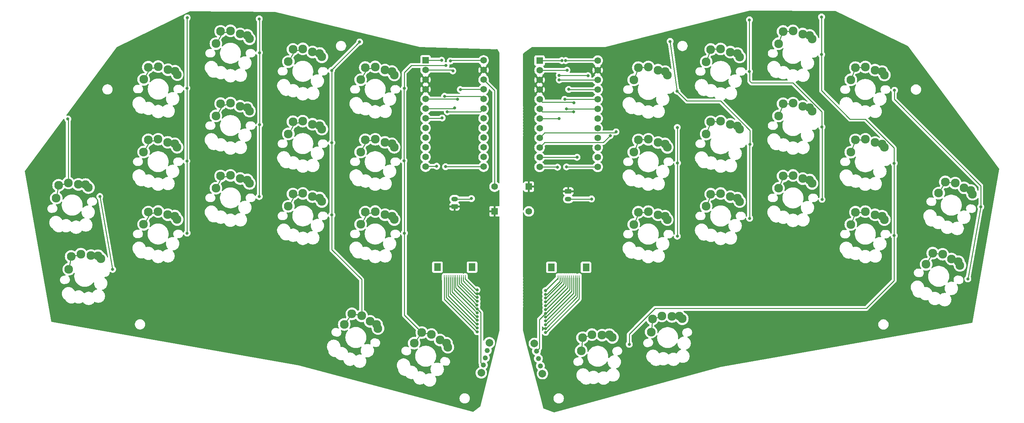
<source format=gbr>
%TF.GenerationSoftware,KiCad,Pcbnew,8.0.4*%
%TF.CreationDate,2024-11-04T03:11:28+01:00*%
%TF.ProjectId,Whiplaesh,57686970-6c61-4657-9368-2e6b69636164,0.1*%
%TF.SameCoordinates,Original*%
%TF.FileFunction,Copper,L1,Top*%
%TF.FilePolarity,Positive*%
%FSLAX46Y46*%
G04 Gerber Fmt 4.6, Leading zero omitted, Abs format (unit mm)*
G04 Created by KiCad (PCBNEW 8.0.4) date 2024-11-04 03:11:28*
%MOMM*%
%LPD*%
G01*
G04 APERTURE LIST*
G04 Aperture macros list*
%AMRoundRect*
0 Rectangle with rounded corners*
0 $1 Rounding radius*
0 $2 $3 $4 $5 $6 $7 $8 $9 X,Y pos of 4 corners*
0 Add a 4 corners polygon primitive as box body*
4,1,4,$2,$3,$4,$5,$6,$7,$8,$9,$2,$3,0*
0 Add four circle primitives for the rounded corners*
1,1,$1+$1,$2,$3*
1,1,$1+$1,$4,$5*
1,1,$1+$1,$6,$7*
1,1,$1+$1,$8,$9*
0 Add four rect primitives between the rounded corners*
20,1,$1+$1,$2,$3,$4,$5,0*
20,1,$1+$1,$4,$5,$6,$7,0*
20,1,$1+$1,$6,$7,$8,$9,0*
20,1,$1+$1,$8,$9,$2,$3,0*%
G04 Aperture macros list end*
%TA.AperFunction,ComponentPad*%
%ADD10C,2.300000*%
%TD*%
%TA.AperFunction,SMDPad,CuDef*%
%ADD11R,0.280000X1.250000*%
%TD*%
%TA.AperFunction,SMDPad,CuDef*%
%ADD12R,1.800000X2.000000*%
%TD*%
%TA.AperFunction,ComponentPad*%
%ADD13R,1.752600X1.752600*%
%TD*%
%TA.AperFunction,ComponentPad*%
%ADD14C,1.752600*%
%TD*%
%TA.AperFunction,ComponentPad*%
%ADD15C,1.320800*%
%TD*%
%TA.AperFunction,ComponentPad*%
%ADD16C,2.006600*%
%TD*%
%TA.AperFunction,ComponentPad*%
%ADD17RoundRect,0.250000X0.625000X-0.350000X0.625000X0.350000X-0.625000X0.350000X-0.625000X-0.350000X0*%
%TD*%
%TA.AperFunction,ComponentPad*%
%ADD18O,1.750000X1.200000*%
%TD*%
%TA.AperFunction,ComponentPad*%
%ADD19RoundRect,0.250000X-0.625000X0.350000X-0.625000X-0.350000X0.625000X-0.350000X0.625000X0.350000X0*%
%TD*%
%TA.AperFunction,ViaPad*%
%ADD20C,0.800000*%
%TD*%
%TA.AperFunction,Conductor*%
%ADD21C,0.254000*%
%TD*%
G04 APERTURE END LIST*
D10*
%TO.P,SW1,1,1*%
%TO.N,Net-(D1-A)*%
X59812918Y-49384871D03*
X61672918Y-49764871D03*
X62272918Y-50664871D03*
%TO.P,SW1,2,2*%
%TO.N,COL1*%
X53462918Y-51924871D03*
X54672918Y-48714871D03*
X57272918Y-48564871D03*
%TD*%
%TO.P,SW14,1,1*%
%TO.N,Net-(D14-A)*%
X188506651Y-68490702D03*
X190366651Y-68870702D03*
X190966651Y-69770702D03*
%TO.P,SW14,2,2*%
%TO.N,COL0_r*%
X182156651Y-71030702D03*
X183366651Y-67820702D03*
X185966651Y-67670702D03*
%TD*%
%TO.P,SW30,1,1*%
%TO.N,Net-(D30-A)*%
X131285288Y-120419369D03*
X132983559Y-121267824D03*
X133330178Y-122292449D03*
%TO.P,SW30,2,2*%
%TO.N,COL4*%
X124494259Y-121229320D03*
X126493838Y-118441869D03*
X129044068Y-118969910D03*
%TD*%
%TO.P,SW8,1,1*%
%TO.N,Net-(D8-A)*%
X245506651Y-49490702D03*
X247366651Y-49870702D03*
X247966651Y-50770702D03*
%TO.P,SW8,2,2*%
%TO.N,COL4_r*%
X239156651Y-52030702D03*
X240366651Y-48820702D03*
X242966651Y-48670702D03*
%TD*%
%TO.P,SW28,1,1*%
%TO.N,Net-(D28-A)*%
X265612951Y-99122731D03*
X267378710Y-99819944D03*
X267813309Y-100810459D03*
%TO.P,SW28,2,2*%
%TO.N,COL4_r*%
X258918356Y-100521477D03*
X260667384Y-97570358D03*
X263253931Y-97874122D03*
%TD*%
D11*
%TO.P,VIK_OUT2,1,3V3*%
%TO.N,VCC_r*%
X167816651Y-104017444D03*
%TO.P,VIK_OUT2,2,GND*%
%TO.N,GND_r*%
X167316651Y-104017444D03*
%TO.P,VIK_OUT2,3,SDA*%
%TO.N,SDA_r*%
X166816650Y-104017444D03*
%TO.P,VIK_OUT2,4,SCL*%
%TO.N,SCL_r*%
X166316651Y-104017444D03*
%TO.P,VIK_OUT2,5,RGB_DO*%
%TO.N,RGB_r*%
X165816651Y-104017445D03*
%TO.P,VIK_OUT2,6,5V*%
%TO.N,+5V_r*%
X165316651Y-104017444D03*
%TO.P,VIK_OUT2,7,GP_AD1*%
%TO.N,GPIO_AD1_r*%
X164816651Y-104017444D03*
%TO.P,VIK_OUT2,8,MOSI*%
%TO.N,MOSI_r*%
X164316651Y-104017445D03*
%TO.P,VIK_OUT2,9,GP_AD2*%
%TO.N,GPIO_AD2_r*%
X163816651Y-104017444D03*
%TO.P,VIK_OUT2,10,SPI_CS*%
%TO.N,CS_r*%
X163316652Y-104017444D03*
%TO.P,VIK_OUT2,11,MISO*%
%TO.N,MISO_r*%
X162816651Y-104017444D03*
%TO.P,VIK_OUT2,12,SCLK*%
%TO.N,SCLK_r*%
X162316651Y-104017444D03*
D12*
%TO.P,VIK_OUT2,13*%
%TO.N,N/C*%
X160516651Y-101293444D03*
%TO.P,VIK_OUT2,14*%
X169616651Y-101293444D03*
%TD*%
D10*
%TO.P,SW10,1,1*%
%TO.N,Net-(D10-A)*%
X59789569Y-68466129D03*
X61649569Y-68846129D03*
X62249569Y-69746129D03*
%TO.P,SW10,2,2*%
%TO.N,COL1*%
X53439569Y-71006129D03*
X54649569Y-67796129D03*
X57249569Y-67646129D03*
%TD*%
%TO.P,SW32,1,1*%
%TO.N,Net-(D32-A)*%
X192190426Y-114211580D03*
X194085399Y-114097229D03*
X194897892Y-114811271D03*
%TO.P,SW32,2,2*%
%TO.N,COL4_r*%
X186714197Y-118308533D03*
X187052158Y-114894740D03*
X189524743Y-114076922D03*
%TD*%
%TO.P,SW17,1,1*%
%TO.N,Net-(D17-A)*%
X245506651Y-68490702D03*
X247366651Y-68870702D03*
X247966651Y-69770702D03*
%TO.P,SW17,2,2*%
%TO.N,COL3_r*%
X239156651Y-71030702D03*
X240366651Y-67820702D03*
X242966651Y-67670702D03*
%TD*%
%TO.P,SW9,1,1*%
%TO.N,Net-(D9-A)*%
X36306777Y-79504678D03*
X38204506Y-79555920D03*
X38951674Y-80338058D03*
%TO.P,SW9,2,2*%
%TO.N,COL0*%
X30494314Y-83108756D03*
X31128521Y-79737409D03*
X33662974Y-79138202D03*
%TD*%
D13*
%TO.P,RST1,1,1*%
%TO.N,GND*%
X145599569Y-86599445D03*
D14*
%TO.P,RST1,2,2*%
%TO.N,RST*%
X145599569Y-80099444D03*
%TD*%
D10*
%TO.P,SW5,1,1*%
%TO.N,Net-(D5-A)*%
X188506651Y-49490702D03*
X190366651Y-49870702D03*
X190966651Y-50770702D03*
%TO.P,SW5,2,2*%
%TO.N,COL1_r*%
X182156651Y-52030702D03*
X183366651Y-48820702D03*
X185966651Y-48670702D03*
%TD*%
D13*
%TO.P,RST2,1,1*%
%TO.N,GND_r*%
X154600000Y-80099443D03*
D14*
%TO.P,RST2,2,2*%
%TO.N,RST_r*%
X154600000Y-86599444D03*
%TD*%
D10*
%TO.P,SW4,1,1*%
%TO.N,Net-(D4-A)*%
X116789569Y-49466129D03*
X118649569Y-49846129D03*
X119249569Y-50746129D03*
%TO.P,SW4,2,2*%
%TO.N,COL4*%
X110439569Y-52006129D03*
X111649569Y-48796129D03*
X114249569Y-48646129D03*
%TD*%
%TO.P,SW24,1,1*%
%TO.N,Net-(D24-A)*%
X188506651Y-87490702D03*
X190366651Y-87870702D03*
X190966651Y-88770702D03*
%TO.P,SW24,2,2*%
%TO.N,COL0_r*%
X182156651Y-90030702D03*
X183366651Y-86820702D03*
X185966651Y-86670702D03*
%TD*%
%TO.P,SW16,1,1*%
%TO.N,Net-(D16-A)*%
X226506651Y-58990702D03*
X228366651Y-59370702D03*
X228966651Y-60270702D03*
%TO.P,SW16,2,2*%
%TO.N,COL2_r*%
X220156651Y-61530702D03*
X221366651Y-58320702D03*
X223966651Y-58170702D03*
%TD*%
%TO.P,SW25,1,1*%
%TO.N,Net-(D25-A)*%
X207506651Y-82740702D03*
X209366651Y-83120702D03*
X209966651Y-84020702D03*
%TO.P,SW25,2,2*%
%TO.N,COL1_r*%
X201156651Y-85280702D03*
X202366651Y-82070702D03*
X204966651Y-81920702D03*
%TD*%
%TO.P,SW2,1,1*%
%TO.N,Net-(D2-A)*%
X78789569Y-39966129D03*
X80649569Y-40346129D03*
X81249569Y-41246129D03*
%TO.P,SW2,2,2*%
%TO.N,COL2*%
X72439569Y-42506129D03*
X73649569Y-39296129D03*
X76249569Y-39146129D03*
%TD*%
%TO.P,SW7,1,1*%
%TO.N,Net-(D7-A)*%
X226506651Y-39990702D03*
X228366651Y-40370702D03*
X228966651Y-41270702D03*
%TO.P,SW7,2,2*%
%TO.N,COL3_r*%
X220156651Y-42530702D03*
X221366651Y-39320702D03*
X223966651Y-39170702D03*
%TD*%
D13*
%TO.P,MCU2,1,GP0/006*%
%TO.N,CS_r*%
X157430000Y-46980000D03*
D14*
%TO.P,MCU2,2,GP1/008*%
%TO.N,RGB_r*%
X157430000Y-49520000D03*
%TO.P,MCU2,3,GND*%
%TO.N,GND_r*%
X157430000Y-52060000D03*
%TO.P,MCU2,4,GND*%
X157430000Y-54600000D03*
%TO.P,MCU2,5,GP2/017*%
%TO.N,SDA_r*%
X157430000Y-57140000D03*
%TO.P,MCU2,6,GP3/020*%
%TO.N,SCL_r*%
X157430000Y-59680000D03*
%TO.P,MCU2,7,GP4/022*%
%TO.N,MISO_r*%
X157430000Y-62220000D03*
%TO.P,MCU2,8,GP5/024*%
%TO.N,ROW0_r*%
X157430000Y-64760000D03*
%TO.P,MCU2,9,GP6/100*%
%TO.N,ROW1_r*%
X157430000Y-67300000D03*
%TO.P,MCU2,10,GP7/011*%
%TO.N,ROW2_r*%
X157430000Y-69840000D03*
%TO.P,MCU2,11,GP8/104*%
%TO.N,ROW3_r*%
X157430000Y-72380000D03*
%TO.P,MCU2,12,GP9/106*%
%TO.N,SCLK_r*%
X157430000Y-74920000D03*
%TO.P,MCU2,13,GP21/009*%
%TO.N,MOSI_r*%
X172670000Y-74920000D03*
%TO.P,MCU2,14,GP23/010*%
%TO.N,COL4_r*%
X172670000Y-72380000D03*
%TO.P,MCU2,15,GP20/111*%
%TO.N,COL3_r*%
X172670000Y-69840000D03*
%TO.P,MCU2,16,GP22/113*%
%TO.N,COL2_r*%
X172670000Y-67300000D03*
%TO.P,MCU2,17,GP26/115*%
%TO.N,COL1_r*%
X172670000Y-64760000D03*
%TO.P,MCU2,18,GP27/002*%
%TO.N,COL0_r*%
X172670000Y-62220000D03*
%TO.P,MCU2,19,GP28/029*%
%TO.N,GPIO_AD1_r*%
X172670000Y-59680000D03*
%TO.P,MCU2,20,GP29/031*%
%TO.N,GPIO_AD2_r*%
X172670000Y-57140000D03*
%TO.P,MCU2,21,VCC*%
%TO.N,VCC_r*%
X172670000Y-54600000D03*
%TO.P,MCU2,22,RST*%
%TO.N,RST_r*%
X172670000Y-52060000D03*
%TO.P,MCU2,23,GND*%
%TO.N,GND_r*%
X172670000Y-49520000D03*
%TO.P,MCU2,24,RAW/BATT*%
%TO.N,+5V_r*%
X172670000Y-46980000D03*
%TD*%
D10*
%TO.P,SW19,1,1*%
%TO.N,Net-(D19-A)*%
X39606093Y-98216025D03*
X41503822Y-98267267D03*
X42250990Y-99049405D03*
%TO.P,SW19,2,2*%
%TO.N,COL0*%
X33793630Y-101820103D03*
X34427837Y-98448756D03*
X36962290Y-97849549D03*
%TD*%
%TO.P,SW3,1,1*%
%TO.N,Net-(D3-A)*%
X97789570Y-44716129D03*
X99649570Y-45096129D03*
X100249570Y-45996129D03*
%TO.P,SW3,2,2*%
%TO.N,COL3*%
X91439570Y-47256129D03*
X92649570Y-44046129D03*
X95249570Y-43896129D03*
%TD*%
%TO.P,SW21,1,1*%
%TO.N,Net-(D21-A)*%
X78789569Y-77966129D03*
X80649569Y-78346129D03*
X81249569Y-79246129D03*
%TO.P,SW21,2,2*%
%TO.N,COL2*%
X72439569Y-80506129D03*
X73649569Y-77296129D03*
X76249569Y-77146129D03*
%TD*%
%TO.P,SW29,1,1*%
%TO.N,Net-(D29-A)*%
X112932698Y-115501808D03*
X114630969Y-116350263D03*
X114977588Y-117374888D03*
%TO.P,SW29,2,2*%
%TO.N,COL3*%
X106141669Y-116311759D03*
X108141248Y-113524308D03*
X110691478Y-114052349D03*
%TD*%
%TO.P,SW26,1,1*%
%TO.N,Net-(D26-A)*%
X226506651Y-77990702D03*
X228366651Y-78370702D03*
X228966651Y-79270702D03*
%TO.P,SW26,2,2*%
%TO.N,COL2_r*%
X220156651Y-80530702D03*
X221366651Y-77320702D03*
X223966651Y-77170702D03*
%TD*%
%TO.P,SW23,1,1*%
%TO.N,Net-(D23-A)*%
X116789569Y-87466129D03*
X118649569Y-87846129D03*
X119249569Y-88746129D03*
%TO.P,SW23,2,2*%
%TO.N,COL4*%
X110439569Y-90006129D03*
X111649569Y-86796129D03*
X114249569Y-86646129D03*
%TD*%
%TO.P,SW20,1,1*%
%TO.N,Net-(D20-A)*%
X59789569Y-87466129D03*
X61649569Y-87846129D03*
X62249569Y-88746129D03*
%TO.P,SW20,2,2*%
%TO.N,COL1*%
X53439569Y-90006129D03*
X54649569Y-86796129D03*
X57249569Y-86646129D03*
%TD*%
%TO.P,SW27,1,1*%
%TO.N,Net-(D27-A)*%
X245506651Y-87490702D03*
X247366651Y-87870702D03*
X247966651Y-88770702D03*
%TO.P,SW27,2,2*%
%TO.N,COL3_r*%
X239156651Y-90030702D03*
X240366651Y-86820702D03*
X242966651Y-86670702D03*
%TD*%
D11*
%TO.P,VIK_OUT1,1,3V3*%
%TO.N,VCC*%
X137899569Y-103992872D03*
%TO.P,VIK_OUT1,2,GND*%
%TO.N,GND*%
X137399569Y-103992871D03*
%TO.P,VIK_OUT1,3,SDA*%
%TO.N,SDA*%
X136899568Y-103992871D03*
%TO.P,VIK_OUT1,4,SCL*%
%TO.N,SCL*%
X136399569Y-103992871D03*
%TO.P,VIK_OUT1,5,RGB_DO*%
%TO.N,RGB*%
X135899569Y-103992872D03*
%TO.P,VIK_OUT1,6,5V*%
%TO.N,+5V*%
X135399569Y-103992871D03*
%TO.P,VIK_OUT1,7,GP_AD1*%
%TO.N,GPIO_AD1*%
X134899569Y-103992870D03*
%TO.P,VIK_OUT1,8,MOSI*%
%TO.N,MOSI*%
X134399569Y-103992872D03*
%TO.P,VIK_OUT1,9,GP_AD2*%
%TO.N,GPIO_AD2*%
X133899569Y-103992871D03*
%TO.P,VIK_OUT1,10,SPI_CS*%
%TO.N,CS*%
X133399570Y-103992871D03*
%TO.P,VIK_OUT1,11,MISO*%
%TO.N,MISO*%
X132899569Y-103992871D03*
%TO.P,VIK_OUT1,12,SCLK*%
%TO.N,SCLK*%
X132399569Y-103992871D03*
D12*
%TO.P,VIK_OUT1,13*%
%TO.N,N/C*%
X130599569Y-101268871D03*
%TO.P,VIK_OUT1,14*%
X139699569Y-101268871D03*
%TD*%
D10*
%TO.P,SW13,1,1*%
%TO.N,Net-(D13-A)*%
X116789569Y-68466129D03*
X118649569Y-68846129D03*
X119249569Y-69746129D03*
%TO.P,SW13,2,2*%
%TO.N,COL4*%
X110439569Y-71006129D03*
X111649569Y-67796129D03*
X114249569Y-67646129D03*
%TD*%
%TO.P,SW22,1,1*%
%TO.N,Net-(D22-A)*%
X97789569Y-82716129D03*
X99649569Y-83096129D03*
X100249569Y-83996129D03*
%TO.P,SW22,2,2*%
%TO.N,COL3*%
X91439569Y-85256129D03*
X92649569Y-82046129D03*
X95249569Y-81896129D03*
%TD*%
%TO.P,SW11,1,1*%
%TO.N,Net-(D11-A)*%
X78789569Y-58966129D03*
X80649569Y-59346129D03*
X81249569Y-60246129D03*
%TO.P,SW11,2,2*%
%TO.N,COL2*%
X72439569Y-61506129D03*
X73649569Y-58296129D03*
X76249569Y-58146129D03*
%TD*%
D15*
%TO.P,PWR2,1,1*%
%TO.N,+5V_r*%
X156600000Y-123349444D03*
%TO.P,PWR2,2,2*%
%TO.N,BAT_P_r*%
X157117638Y-125281296D03*
%TO.P,PWR2,3,3*%
%TO.N,unconnected-(PWR2-Pad3)*%
X157635276Y-127213148D03*
D16*
%TO.P,PWR2,4*%
%TO.N,N/C*%
X156056480Y-121321001D03*
%TO.P,PWR2,5*%
X158178796Y-129241591D03*
%TD*%
D10*
%TO.P,SW12,1,1*%
%TO.N,Net-(D12-A)*%
X97789570Y-63716129D03*
X99649570Y-64096129D03*
X100249570Y-64996129D03*
%TO.P,SW12,2,2*%
%TO.N,COL3*%
X91439570Y-66256129D03*
X92649570Y-63046129D03*
X95249570Y-62896129D03*
%TD*%
%TO.P,SW18,1,1*%
%TO.N,Net-(D18-A)*%
X268912267Y-80411384D03*
X270678026Y-81108597D03*
X271112625Y-82099112D03*
%TO.P,SW18,2,2*%
%TO.N,COL4_r*%
X262217672Y-81810130D03*
X263966700Y-78859011D03*
X266553247Y-79162775D03*
%TD*%
%TO.P,SW31,1,1*%
%TO.N,Net-(D31-A)*%
X173837835Y-119129141D03*
X175732808Y-119014790D03*
X176545301Y-119728832D03*
%TO.P,SW31,2,2*%
%TO.N,COL3_r*%
X168361606Y-123226094D03*
X168699567Y-119812301D03*
X171172152Y-118994483D03*
%TD*%
%TO.P,SW6,1,1*%
%TO.N,Net-(D6-A)*%
X207506651Y-44740702D03*
X209366651Y-45120702D03*
X209966651Y-46020702D03*
%TO.P,SW6,2,2*%
%TO.N,COL2_r*%
X201156651Y-47280702D03*
X202366651Y-44070702D03*
X204966651Y-43920702D03*
%TD*%
%TO.P,SW15,1,1*%
%TO.N,Net-(D15-A)*%
X207506651Y-63740702D03*
X209366651Y-64120702D03*
X209966651Y-65020702D03*
%TO.P,SW15,2,2*%
%TO.N,COL1_r*%
X201156651Y-66280702D03*
X202366651Y-63070702D03*
X204966651Y-62920702D03*
%TD*%
D13*
%TO.P,MCU1,1,GP0/006*%
%TO.N,CS*%
X127480000Y-46930000D03*
D14*
%TO.P,MCU1,2,GP1/008*%
%TO.N,RGB*%
X127480000Y-49470000D03*
%TO.P,MCU1,3,GND*%
%TO.N,GND*%
X127480000Y-52010000D03*
%TO.P,MCU1,4,GND*%
X127480000Y-54550000D03*
%TO.P,MCU1,5,GP2/017*%
%TO.N,SDA*%
X127480000Y-57090000D03*
%TO.P,MCU1,6,GP3/020*%
%TO.N,SCL*%
X127480000Y-59630000D03*
%TO.P,MCU1,7,GP4/022*%
%TO.N,MISO*%
X127480000Y-62170000D03*
%TO.P,MCU1,8,GP5/024*%
%TO.N,ROW0*%
X127480000Y-64710000D03*
%TO.P,MCU1,9,GP6/100*%
%TO.N,ROW1*%
X127480000Y-67250000D03*
%TO.P,MCU1,10,GP7/011*%
%TO.N,ROW2*%
X127480000Y-69790000D03*
%TO.P,MCU1,11,GP8/104*%
%TO.N,ROW3*%
X127480000Y-72330000D03*
%TO.P,MCU1,12,GP9/106*%
%TO.N,SCLK*%
X127480000Y-74870000D03*
%TO.P,MCU1,13,GP21/009*%
%TO.N,MOSI*%
X142720000Y-74870000D03*
%TO.P,MCU1,14,GP23/010*%
%TO.N,COL4*%
X142720000Y-72330000D03*
%TO.P,MCU1,15,GP20/111*%
%TO.N,COL3*%
X142720000Y-69790000D03*
%TO.P,MCU1,16,GP22/113*%
%TO.N,COL2*%
X142720000Y-67250000D03*
%TO.P,MCU1,17,GP26/115*%
%TO.N,COL1*%
X142720000Y-64710000D03*
%TO.P,MCU1,18,GP27/002*%
%TO.N,COL0*%
X142720000Y-62170000D03*
%TO.P,MCU1,19,GP28/029*%
%TO.N,GPIO_AD1*%
X142720000Y-59630000D03*
%TO.P,MCU1,20,GP29/031*%
%TO.N,GPIO_AD2*%
X142720000Y-57090000D03*
%TO.P,MCU1,21,VCC*%
%TO.N,VCC*%
X142720000Y-54550000D03*
%TO.P,MCU1,22,RST*%
%TO.N,RST*%
X142720000Y-52010000D03*
%TO.P,MCU1,23,GND*%
%TO.N,GND*%
X142720000Y-49470000D03*
%TO.P,MCU1,24,RAW/BATT*%
%TO.N,+5V*%
X142720000Y-46930000D03*
%TD*%
D15*
%TO.P,PWR1,1,1*%
%TO.N,+5V*%
X142647642Y-127017018D03*
%TO.P,PWR1,2,2*%
%TO.N,BAT_P*%
X143165280Y-125085166D03*
%TO.P,PWR1,3,3*%
%TO.N,unconnected-(PWR1-Pad3)*%
X143682918Y-123153314D03*
D16*
%TO.P,PWR1,4*%
%TO.N,N/C*%
X142104122Y-129045461D03*
%TO.P,PWR1,5*%
X144226438Y-121124871D03*
%TD*%
D17*
%TO.P,JST1,1,1*%
%TO.N,GND*%
X135100000Y-85349444D03*
D18*
%TO.P,JST1,2,2*%
%TO.N,BAT_P*%
X135100000Y-83349444D03*
%TD*%
D19*
%TO.P,JST2,1,1*%
%TO.N,GND_r*%
X164950000Y-81349444D03*
D18*
%TO.P,JST2,2,2*%
%TO.N,BAT_P_r*%
X164950000Y-83349444D03*
%TD*%
D20*
%TO.N,GND*%
X141001622Y-108244981D03*
X138203000Y-85370000D03*
%TO.N,VCC*%
X136590000Y-54590000D03*
X140995000Y-107245000D03*
%TO.N,SDA*%
X135850000Y-57170000D03*
X140999884Y-109244982D03*
%TO.N,SCL*%
X141023631Y-110244702D03*
X135111000Y-59400000D03*
%TO.N,GPIO_AD1*%
X133203000Y-60450000D03*
X140999683Y-113243887D03*
%TO.N,MOSI*%
X141000076Y-114243889D03*
X132749000Y-74870000D03*
%TO.N,GPIO_AD2*%
X140999980Y-115243891D03*
X132460000Y-56363000D03*
%TO.N,MISO*%
X131841000Y-62060000D03*
X140999999Y-117243895D03*
%TO.N,SCLK*%
X141000000Y-118243897D03*
X130387000Y-74750000D03*
%TO.N,BAT_P*%
X139519308Y-83241580D03*
%TO.N,ROW0_r*%
X170129000Y-50950000D03*
X162577000Y-50830000D03*
%TO.N,ROW1_r*%
X177500000Y-65700000D03*
%TO.N,ROW2_r*%
X175960000Y-66690300D03*
%TO.N,ROW3_r*%
X167260000Y-72380000D03*
%TO.N,BAT_P_r*%
X171057000Y-83350000D03*
%TO.N,GND_r*%
X169603000Y-81330000D03*
X159012462Y-117409616D03*
%TO.N,COL3*%
X102859557Y-87565445D03*
X102859557Y-68565445D03*
X102809557Y-49565445D03*
X110158305Y-42088032D03*
%TO.N,COL2*%
X83859556Y-44900000D03*
X83809557Y-82715445D03*
X83909557Y-63815445D03*
X83800000Y-36011000D03*
%TO.N,CS*%
X141000005Y-116243893D03*
X131680000Y-46900000D03*
%TO.N,COL1*%
X64809556Y-73400000D03*
X64881747Y-35728913D03*
X64859557Y-92315445D03*
X64809557Y-54215445D03*
%TO.N,+5V*%
X133990000Y-47080000D03*
X141002464Y-112243888D03*
%TO.N,RGB*%
X140986460Y-111244013D03*
X134657000Y-49690000D03*
%TO.N,COL0*%
X41950000Y-82700000D03*
X33550000Y-62340000D03*
X45300000Y-101850000D03*
%TO.N,COL4*%
X132840000Y-48270000D03*
X121859557Y-54265445D03*
X121909557Y-92315445D03*
X121809556Y-73300000D03*
%TO.N,VCC_r*%
X159009181Y-118409613D03*
X165071000Y-54550000D03*
%TO.N,COL1_r*%
X191690000Y-41950000D03*
X212570000Y-88420000D03*
X193526651Y-55020000D03*
X212660000Y-68990000D03*
%TO.N,COL2_r*%
X231550000Y-64437538D03*
X231600000Y-83447538D03*
X212528594Y-36266048D03*
X212526651Y-49870000D03*
%TO.N,SDA_r*%
X166393000Y-58100000D03*
X159002187Y-116409666D03*
%TO.N,COL4_r*%
X250630000Y-54800000D03*
X269880000Y-104360000D03*
X273280000Y-85400000D03*
%TO.N,CS_r*%
X159000000Y-109410006D03*
X163270000Y-46980000D03*
%TO.N,+5V_r*%
X164270003Y-46980000D03*
X158999035Y-113409899D03*
%TO.N,COL3_r*%
X250530000Y-73957538D03*
X180980000Y-121530000D03*
X231470000Y-45387538D03*
X250530000Y-92987538D03*
X231470000Y-35507000D03*
%TO.N,MOSI_r*%
X159010988Y-111409952D03*
X164485000Y-74920000D03*
%TO.N,SCL_r*%
X166391698Y-60407000D03*
X158994365Y-115409695D03*
%TO.N,RST_r*%
X162577000Y-52060000D03*
%TO.N,COL0_r*%
X193590000Y-93130000D03*
X193580000Y-64560000D03*
X193620000Y-73897538D03*
%TO.N,RGB_r*%
X159010951Y-114409830D03*
X164617000Y-49520000D03*
%TO.N,GPIO_AD2_r*%
X164031000Y-57150000D03*
X159000000Y-110410009D03*
%TO.N,SCLK_r*%
X162123000Y-75000000D03*
X159000000Y-107410000D03*
%TO.N,MISO_r*%
X162577000Y-62200000D03*
X159000000Y-108410003D03*
%TO.N,GPIO_AD1_r*%
X159009768Y-112409954D03*
X164485000Y-59680000D03*
%TD*%
D21*
%TO.N,GND*%
X141001622Y-108244981D02*
X140732678Y-108244981D01*
X140732678Y-108244981D02*
X137399569Y-104911872D01*
X138203000Y-85370000D02*
X138182444Y-85349444D01*
X138182444Y-85349444D02*
X135100000Y-85349444D01*
X137399569Y-104911872D02*
X137399569Y-103992871D01*
%TO.N,RST*%
X145599569Y-80099444D02*
X145599569Y-54889569D01*
X145599569Y-54889569D02*
X142720000Y-52010000D01*
%TO.N,VCC*%
X137899569Y-104383737D02*
X137899569Y-103992872D01*
X140995000Y-107245000D02*
X140760832Y-107245000D01*
X136630000Y-54550000D02*
X142720000Y-54550000D01*
X140760832Y-107245000D02*
X137899569Y-104383737D01*
X136590000Y-54590000D02*
X136630000Y-54550000D01*
%TO.N,SDA*%
X135770000Y-57090000D02*
X127480000Y-57090000D01*
X140999884Y-109244982D02*
X140744982Y-109244982D01*
X136899568Y-105399568D02*
X136899568Y-103992871D01*
X140744982Y-109244982D02*
X136899568Y-105399568D01*
X135850000Y-57170000D02*
X135770000Y-57090000D01*
%TO.N,SCL*%
X141023631Y-110244702D02*
X140944702Y-110244702D01*
X140944702Y-110244702D02*
X136399569Y-105699569D01*
X132700000Y-59600000D02*
X132670000Y-59630000D01*
X136399569Y-105699569D02*
X136399569Y-103992871D01*
X135111000Y-59400000D02*
X134911000Y-59600000D01*
X134911000Y-59600000D02*
X132700000Y-59600000D01*
X132670000Y-59630000D02*
X127480000Y-59630000D01*
%TO.N,GPIO_AD1*%
X140999683Y-113243887D02*
X140974329Y-113243887D01*
X140275464Y-112545022D02*
X140275464Y-112535464D01*
X134899569Y-107159569D02*
X134899569Y-103992870D01*
X140974329Y-113243887D02*
X140275464Y-112545022D01*
X141900000Y-60450000D02*
X142720000Y-59630000D01*
X140275464Y-112535464D02*
X134899569Y-107159569D01*
X133203000Y-60450000D02*
X141900000Y-60450000D01*
%TO.N,MOSI*%
X141000076Y-114243889D02*
X140853889Y-114243889D01*
X140853889Y-114243889D02*
X134399569Y-107789569D01*
X134399569Y-107789569D02*
X134399569Y-103992872D01*
X132749000Y-74870000D02*
X142720000Y-74870000D01*
%TO.N,GPIO_AD2*%
X141993000Y-56363000D02*
X142720000Y-57090000D01*
X133899569Y-108209569D02*
X133899569Y-103992871D01*
X140999980Y-115243891D02*
X140933891Y-115243891D01*
X140933891Y-115243891D02*
X133899569Y-108209569D01*
X132460000Y-56363000D02*
X141993000Y-56363000D01*
%TO.N,MISO*%
X131841000Y-62060000D02*
X131731000Y-62170000D01*
X132899569Y-109219569D02*
X132899569Y-103992871D01*
X140999999Y-117243895D02*
X140923895Y-117243895D01*
X140923895Y-117243895D02*
X132899569Y-109219569D01*
X131731000Y-62170000D02*
X127480000Y-62170000D01*
%TO.N,SCLK*%
X141000000Y-118243897D02*
X140923897Y-118243897D01*
X130387000Y-74750000D02*
X127600000Y-74750000D01*
X127600000Y-74750000D02*
X127480000Y-74870000D01*
X140923897Y-118243897D02*
X132399569Y-109719569D01*
X132399569Y-109719569D02*
X132399569Y-103992871D01*
%TO.N,BAT_P*%
X139519308Y-83241580D02*
X139411444Y-83349444D01*
X139411444Y-83349444D02*
X135100000Y-83349444D01*
%TO.N,ROW0_r*%
X170035700Y-50856700D02*
X162603700Y-50856700D01*
X162603700Y-50856700D02*
X162577000Y-50830000D01*
X170129000Y-50950000D02*
X170035700Y-50856700D01*
%TO.N,ROW1_r*%
X158766700Y-65963300D02*
X157430000Y-67300000D01*
X177500000Y-65700000D02*
X177236700Y-65963300D01*
X177236700Y-65963300D02*
X158766700Y-65963300D01*
%TO.N,ROW2_r*%
X174147000Y-68503300D02*
X158766700Y-68503300D01*
X158766700Y-68503300D02*
X157430000Y-69840000D01*
X175960000Y-66690300D02*
X174147000Y-68503300D01*
%TO.N,ROW3_r*%
X167260000Y-72380000D02*
X157430000Y-72380000D01*
%TO.N,BAT_P_r*%
X170600000Y-83350000D02*
X170599444Y-83349444D01*
X171057000Y-83350000D02*
X170600000Y-83350000D01*
X170599444Y-83349444D02*
X164950000Y-83349444D01*
%TO.N,GND_r*%
X169603000Y-81330000D02*
X169583556Y-81349444D01*
X169583556Y-81349444D02*
X164950000Y-81349444D01*
X167316651Y-104017444D02*
X167316651Y-109123336D01*
X167316651Y-109123336D02*
X159030371Y-117409616D01*
X159030371Y-117409616D02*
X159012462Y-117409616D01*
%TO.N,COL3*%
X95282971Y-62940001D02*
X93329683Y-63463381D01*
X102859557Y-96669557D02*
X110691478Y-104501478D01*
X110691478Y-104501478D02*
X110691478Y-114052349D01*
X92886883Y-63851028D02*
X92682972Y-63090001D01*
X91422976Y-47299999D02*
X92836883Y-44851028D01*
X102809557Y-49565445D02*
X102809557Y-49436780D01*
X91472976Y-66299999D02*
X92886883Y-63851028D01*
X92886883Y-82851028D02*
X92682972Y-82090001D01*
X95282971Y-81940001D02*
X93329683Y-82463381D01*
X102859557Y-68565445D02*
X102859557Y-49615445D01*
X102859557Y-87565445D02*
X102859557Y-68565445D01*
X92836883Y-44851028D02*
X92632972Y-44090001D01*
X93279683Y-44463381D02*
X92632972Y-44090001D01*
X93329683Y-82463381D02*
X92682972Y-82090001D01*
X102809557Y-49436780D02*
X110158305Y-42088032D01*
X93329683Y-63463381D02*
X92682972Y-63090001D01*
X102859557Y-49615445D02*
X102809557Y-49565445D01*
X95232971Y-43940001D02*
X93279683Y-44463381D01*
X108149579Y-113462549D02*
X106150000Y-116250000D01*
X91472976Y-85299999D02*
X92886883Y-82851028D01*
X110699809Y-113990590D02*
X108149579Y-113462549D01*
X102859557Y-87565445D02*
X102859557Y-96669557D01*
%TO.N,COL2*%
X73836883Y-78001028D02*
X73632972Y-77240001D01*
X74279683Y-77613381D02*
X73632972Y-77240001D01*
X83809557Y-82715445D02*
X83809557Y-63915445D01*
X83809557Y-63915445D02*
X83909557Y-63815445D01*
X74329683Y-39713381D02*
X73682972Y-39340001D01*
X72472976Y-42549999D02*
X73886883Y-40101028D01*
X72522976Y-61549999D02*
X73936883Y-59101028D01*
X73886883Y-40101028D02*
X73682972Y-39340001D01*
X83859556Y-36070556D02*
X83800000Y-36011000D01*
X76332971Y-58190001D02*
X74379683Y-58713381D01*
X83859556Y-44900000D02*
X83859556Y-36070556D01*
X73936883Y-59101028D02*
X73732972Y-58340001D01*
X72422976Y-80449999D02*
X73836883Y-78001028D01*
X83909557Y-44950001D02*
X83859556Y-44900000D01*
X74379683Y-58713381D02*
X73732972Y-58340001D01*
X76232971Y-77090001D02*
X74279683Y-77613381D01*
X83909557Y-63815445D02*
X83909557Y-44950001D01*
X76282971Y-39190001D02*
X74329683Y-39713381D01*
%TO.N,CS*%
X127560000Y-46850000D02*
X127480000Y-46930000D01*
X131630000Y-46850000D02*
X127560000Y-46850000D01*
X131680000Y-46900000D02*
X131630000Y-46850000D01*
X140873893Y-116243893D02*
X133399570Y-108769570D01*
X133399570Y-108769570D02*
X133399570Y-103992871D01*
X141000005Y-116243893D02*
X140873893Y-116243893D01*
%TO.N,COL1*%
X53472976Y-90049999D02*
X54886883Y-87601028D01*
X54886883Y-87601028D02*
X54682972Y-86840001D01*
X54836883Y-68601028D02*
X54632972Y-67840001D01*
X55329683Y-87213381D02*
X54682972Y-86840001D01*
X54836883Y-49501028D02*
X54632972Y-48740001D01*
X57232971Y-67690001D02*
X55279683Y-68213381D01*
X64809557Y-54215445D02*
X64809557Y-35801103D01*
X64809557Y-35801103D02*
X64881747Y-35728913D01*
X53422976Y-51949999D02*
X54836883Y-49501028D01*
X64809556Y-73400000D02*
X64809556Y-54215446D01*
X64859557Y-92315445D02*
X64859557Y-73450001D01*
X64859557Y-73450001D02*
X64809556Y-73400000D01*
X55279683Y-49113381D02*
X54632972Y-48740001D01*
X64809557Y-54215445D02*
X64809556Y-54215446D01*
X55279683Y-68213381D02*
X54632972Y-67840001D01*
X57232971Y-48590001D02*
X55279683Y-49113381D01*
X57282971Y-86690001D02*
X55329683Y-87213381D01*
X53422976Y-71049999D02*
X54836883Y-68601028D01*
%TO.N,+5V*%
X141027818Y-112243888D02*
X141002464Y-112243888D01*
X141987242Y-113203312D02*
X141027818Y-112243888D01*
X142647642Y-127017018D02*
X141987242Y-126356618D01*
X134140000Y-46930000D02*
X142720000Y-46930000D01*
X135399569Y-106699569D02*
X135399569Y-103992871D01*
X140943888Y-112243888D02*
X135399569Y-106699569D01*
X141002464Y-112243888D02*
X140943888Y-112243888D01*
X133990000Y-47080000D02*
X134140000Y-46930000D01*
X141987242Y-126356618D02*
X141987242Y-113203312D01*
%TO.N,RGB*%
X134657000Y-49690000D02*
X134437000Y-49470000D01*
X140986460Y-111244013D02*
X140296631Y-110554184D01*
X134437000Y-49470000D02*
X127480000Y-49470000D01*
X135899569Y-106089569D02*
X135899569Y-103992872D01*
X140296631Y-110554184D02*
X140296631Y-110486631D01*
X140296631Y-110486631D02*
X135899569Y-106089569D01*
%TO.N,COL0*%
X31128521Y-79737409D02*
X30494314Y-83108756D01*
X142510000Y-62170000D02*
X142470000Y-62210000D01*
X33550000Y-62340000D02*
X33662974Y-62452974D01*
X34406800Y-98496379D02*
X33772593Y-101867726D01*
X33662974Y-79138202D02*
X31128521Y-79737409D01*
X36941253Y-97897172D02*
X34406800Y-98496379D01*
X45300000Y-101850000D02*
X41950000Y-82700000D01*
X33662974Y-62452974D02*
X33662974Y-79138202D01*
%TO.N,COL4*%
X121809556Y-54315446D02*
X121859557Y-54265445D01*
X110522976Y-90049999D02*
X111936883Y-87601028D01*
X121809556Y-73300000D02*
X121809556Y-54315446D01*
X114282971Y-48640001D02*
X112329683Y-49163381D01*
X111836883Y-68501028D02*
X111632972Y-67740001D01*
X110422976Y-70949999D02*
X111836883Y-68501028D01*
X123736700Y-48266700D02*
X121859557Y-50143843D01*
X110472976Y-51999999D02*
X111886883Y-49551028D01*
X121909557Y-73400001D02*
X121809556Y-73300000D01*
X111886883Y-49551028D02*
X111682972Y-48790001D01*
X121909557Y-92315445D02*
X121909557Y-73400001D01*
X121859557Y-50143843D02*
X121859557Y-54265445D01*
X114332971Y-86690001D02*
X112379683Y-87213381D01*
X132840000Y-48270000D02*
X131344734Y-48270000D01*
X121909557Y-92315445D02*
X121909557Y-113857588D01*
X129044068Y-118969910D02*
X126493838Y-118441869D01*
X114232971Y-67590001D02*
X112279683Y-68113381D01*
X131341434Y-48266700D02*
X123736700Y-48266700D01*
X112279683Y-68113381D02*
X111632972Y-67740001D01*
X121909557Y-113857588D02*
X126493838Y-118441869D01*
X111936883Y-87601028D02*
X111732972Y-86840001D01*
X126493838Y-118441869D02*
X124494259Y-121229320D01*
X112379683Y-87213381D02*
X111732972Y-86840001D01*
X112329683Y-49163381D02*
X111682972Y-48790001D01*
X131344734Y-48270000D02*
X131341434Y-48266700D01*
%TO.N,VCC_r*%
X159040599Y-118409613D02*
X159009181Y-118409613D01*
X165071000Y-54550000D02*
X165121000Y-54600000D01*
X167816651Y-109633561D02*
X159040599Y-118409613D01*
X167816651Y-104017444D02*
X167816651Y-109633561D01*
X165121000Y-54600000D02*
X172670000Y-54600000D01*
%TO.N,COL1_r*%
X212570000Y-88420000D02*
X212570000Y-69080000D01*
X212570000Y-69080000D02*
X212660000Y-68990000D01*
X196104353Y-57597702D02*
X193526651Y-55020000D01*
X201170000Y-66264051D02*
X202380000Y-63054051D01*
X212660000Y-65325257D02*
X204932445Y-57597702D01*
X204980000Y-62904051D02*
X202380000Y-63054051D01*
X204932445Y-57597702D02*
X196104353Y-57597702D01*
X212660000Y-68990000D02*
X212660000Y-65325257D01*
X193526651Y-55020000D02*
X191690000Y-41950000D01*
X185966651Y-48670702D02*
X183366651Y-48820702D01*
X201200000Y-85354051D02*
X202410000Y-82144051D01*
X182156651Y-52030702D02*
X183366651Y-48820702D01*
X205010000Y-81994051D02*
X202410000Y-82144051D01*
%TO.N,COL2_r*%
X231550000Y-64437538D02*
X231550000Y-60465257D01*
X212526651Y-36267991D02*
X212528594Y-36266048D01*
X212620000Y-49963349D02*
X212526651Y-49870000D01*
X202516651Y-43920702D02*
X202366651Y-44070702D01*
X231550000Y-60465257D02*
X223932445Y-52847702D01*
X223932445Y-52847702D02*
X213077702Y-52847702D01*
X231600000Y-83447538D02*
X231600000Y-64487538D01*
X212526651Y-49870000D02*
X212526651Y-36267991D01*
X220180000Y-61574051D02*
X221390000Y-58364051D01*
X224040000Y-77224051D02*
X221440000Y-77374051D01*
X202366651Y-44070702D02*
X201156651Y-47280702D01*
X231600000Y-64487538D02*
X231550000Y-64437538D01*
X223990000Y-58214051D02*
X221390000Y-58364051D01*
X212620000Y-52390000D02*
X212620000Y-49963349D01*
X204966651Y-43920702D02*
X202516651Y-43920702D01*
X220230000Y-80584051D02*
X221440000Y-77374051D01*
X213077702Y-52847702D02*
X212620000Y-52390000D01*
%TO.N,SDA_r*%
X166393000Y-58100000D02*
X166170000Y-57877000D01*
X166816650Y-108615544D02*
X159022528Y-116409666D01*
X166816650Y-104017444D02*
X166816650Y-108615544D01*
X166170000Y-57877000D02*
X158167000Y-57877000D01*
X159022528Y-116409666D02*
X159002187Y-116409666D01*
X158167000Y-57877000D02*
X157430000Y-57140000D01*
%TO.N,COL4_r*%
X250570000Y-54860000D02*
X250630000Y-54800000D01*
X262217672Y-81810130D02*
X263966700Y-78859011D01*
X263253931Y-97874122D02*
X260667384Y-97570358D01*
X242940000Y-48684051D02*
X240340000Y-48834051D01*
X269880000Y-104360000D02*
X273280000Y-85400000D01*
X273280000Y-85400000D02*
X273280000Y-79870000D01*
X239130000Y-52044051D02*
X240340000Y-48834051D01*
X189524743Y-114076922D02*
X187052158Y-114894740D01*
X273280000Y-79870000D02*
X250570000Y-57160000D01*
X250570000Y-57160000D02*
X250570000Y-54860000D01*
X187052158Y-114894740D02*
X186714197Y-118308533D01*
X266553247Y-79162775D02*
X263966700Y-78859011D01*
X258918356Y-100521477D02*
X260667384Y-97570358D01*
%TO.N,CS_r*%
X163270000Y-46980000D02*
X157430000Y-46980000D01*
X163316652Y-104017444D02*
X163316652Y-105121485D01*
X163316652Y-105121485D02*
X159028131Y-109410006D01*
X159028131Y-109410006D02*
X159000000Y-109410006D01*
%TO.N,+5V_r*%
X156600000Y-123349444D02*
X157386780Y-122562664D01*
X164270003Y-46980000D02*
X172670000Y-46980000D01*
X158982748Y-113409899D02*
X158999035Y-113409899D01*
X165316651Y-107131205D02*
X159037957Y-113409899D01*
X157386780Y-115005867D02*
X158982748Y-113409899D01*
X157386780Y-122562664D02*
X157386780Y-115005867D01*
X159037957Y-113409899D02*
X158999035Y-113409899D01*
X165316651Y-104017444D02*
X165316651Y-107131205D01*
%TO.N,COL3_r*%
X242970000Y-86764051D02*
X240370000Y-86914051D01*
X239160000Y-90124051D02*
X240370000Y-86914051D01*
X238947702Y-62347702D02*
X231470000Y-54870000D01*
X231470000Y-54870000D02*
X231470000Y-45387538D01*
X243240000Y-112100000D02*
X250530000Y-104810000D01*
X239160000Y-71094051D02*
X240370000Y-67884051D01*
X220100000Y-42524051D02*
X221310000Y-39314051D01*
X250530000Y-104810000D02*
X250530000Y-92987538D01*
X180980000Y-118878104D02*
X187758104Y-112100000D01*
X242932445Y-62347702D02*
X238947702Y-62347702D01*
X223910000Y-39164051D02*
X221310000Y-39314051D01*
X250530000Y-73957538D02*
X250530000Y-69945257D01*
X168361606Y-123226094D02*
X168699567Y-119812301D01*
X242970000Y-67734051D02*
X240370000Y-67884051D01*
X187758104Y-112100000D02*
X243240000Y-112100000D01*
X250530000Y-92987538D02*
X250530000Y-73957538D01*
X171172152Y-118994483D02*
X168699567Y-119812301D01*
X231470000Y-45387538D02*
X231470000Y-35507000D01*
X250530000Y-69945257D02*
X242932445Y-62347702D01*
X180980000Y-121530000D02*
X180980000Y-118878104D01*
%TO.N,MOSI_r*%
X159028191Y-111409952D02*
X159010988Y-111409952D01*
X164316651Y-104017445D02*
X164316651Y-106121492D01*
X164316651Y-106121492D02*
X159028191Y-111409952D01*
X164485000Y-74920000D02*
X172670000Y-74920000D01*
%TO.N,SCL_r*%
X166391698Y-60407000D02*
X158157000Y-60407000D01*
X166316651Y-108132264D02*
X159039220Y-115409695D01*
X158157000Y-60407000D02*
X157430000Y-59680000D01*
X166316651Y-104017444D02*
X166316651Y-108132264D01*
X159039220Y-115409695D02*
X158994365Y-115409695D01*
%TO.N,RST_r*%
X162577000Y-52060000D02*
X172670000Y-52060000D01*
X154600000Y-86599444D02*
X154600000Y-86690000D01*
X154600000Y-86690000D02*
X154550000Y-86740000D01*
%TO.N,COL0_r*%
X186060000Y-67674051D02*
X183460000Y-67824051D01*
X193590000Y-73927538D02*
X193620000Y-73897538D01*
X193580000Y-64560000D02*
X193620000Y-64600000D01*
X186030000Y-86764051D02*
X183430000Y-86914051D01*
X182250000Y-71034051D02*
X183460000Y-67824051D01*
X193620000Y-64600000D02*
X193620000Y-73897538D01*
X193590000Y-93130000D02*
X193590000Y-73927538D01*
X182220000Y-90124051D02*
X183430000Y-86914051D01*
%TO.N,RGB_r*%
X164617000Y-49520000D02*
X157430000Y-49520000D01*
X159027238Y-114409830D02*
X159010951Y-114409830D01*
X165816651Y-107620417D02*
X159027238Y-114409830D01*
X165816651Y-104017445D02*
X165816651Y-107620417D01*
%TO.N,GPIO_AD2_r*%
X163816651Y-104046651D02*
X163830000Y-104060000D01*
X159028131Y-110410009D02*
X159000000Y-110410009D01*
X163830000Y-104060000D02*
X163830000Y-105608140D01*
X163816651Y-104017444D02*
X163816651Y-104046651D01*
X164041000Y-57140000D02*
X172670000Y-57140000D01*
X163830000Y-105608140D02*
X159028131Y-110410009D01*
X164031000Y-57150000D02*
X164041000Y-57140000D01*
%TO.N,SCLK_r*%
X162043000Y-74920000D02*
X157430000Y-74920000D01*
X162316651Y-104017444D02*
X162316651Y-104103349D01*
X162123000Y-75000000D02*
X162043000Y-74920000D01*
X162316651Y-104103349D02*
X159010000Y-107410000D01*
X159010000Y-107410000D02*
X159000000Y-107410000D01*
%TO.N,MISO_r*%
X162557000Y-62220000D02*
X157430000Y-62220000D01*
X162816651Y-104017444D02*
X162816651Y-104936444D01*
X162816651Y-104936444D02*
X159343092Y-108410003D01*
X162577000Y-62200000D02*
X162557000Y-62220000D01*
X159343092Y-108410003D02*
X159000000Y-108410003D01*
%TO.N,GPIO_AD1_r*%
X159039120Y-112409954D02*
X159009768Y-112409954D01*
X164816651Y-106632423D02*
X159039120Y-112409954D01*
X164816651Y-104017444D02*
X164816651Y-106632423D01*
X164485000Y-59680000D02*
X172670000Y-59680000D01*
%TD*%
%TA.AperFunction,Conductor*%
%TO.N,GND_r*%
G36*
X158219483Y-116868622D02*
G01*
X158245666Y-116900333D01*
X158261885Y-116928426D01*
X158269654Y-116941882D01*
X158396316Y-117082554D01*
X158549452Y-117193814D01*
X158549457Y-117193817D01*
X158722378Y-117270808D01*
X158722380Y-117270808D01*
X158722384Y-117270810D01*
X158808401Y-117289093D01*
X158869879Y-117322283D01*
X158903656Y-117383446D01*
X158899004Y-117453161D01*
X158857400Y-117509293D01*
X158808399Y-117531672D01*
X158729377Y-117548469D01*
X158729373Y-117548470D01*
X158556451Y-117625461D01*
X158556446Y-117625464D01*
X158403310Y-117736724D01*
X158276646Y-117877398D01*
X158245667Y-117931057D01*
X158195100Y-117979273D01*
X158126493Y-117992496D01*
X158061628Y-117966528D01*
X158021100Y-117909613D01*
X158014280Y-117869057D01*
X158014280Y-116962335D01*
X158033965Y-116895296D01*
X158086769Y-116849541D01*
X158155927Y-116839597D01*
X158219483Y-116868622D01*
G37*
%TD.AperFunction*%
%TA.AperFunction,Conductor*%
G36*
X161783498Y-50167185D02*
G01*
X161829253Y-50219989D01*
X161839197Y-50289147D01*
X161823846Y-50333499D01*
X161749823Y-50461710D01*
X161749818Y-50461722D01*
X161691842Y-50640155D01*
X161691326Y-50641744D01*
X161671540Y-50830000D01*
X161691326Y-51018256D01*
X161691327Y-51018259D01*
X161749818Y-51198277D01*
X161749821Y-51198284D01*
X161844466Y-51362215D01*
X161848285Y-51367471D01*
X161847267Y-51368210D01*
X161874528Y-51425031D01*
X161865897Y-51494365D01*
X161847952Y-51522287D01*
X161848285Y-51522529D01*
X161844466Y-51527784D01*
X161749821Y-51691715D01*
X161749818Y-51691722D01*
X161691327Y-51871740D01*
X161691326Y-51871744D01*
X161671540Y-52060000D01*
X161691326Y-52248256D01*
X161691327Y-52248259D01*
X161749818Y-52428277D01*
X161749821Y-52428284D01*
X161844467Y-52592216D01*
X161957300Y-52717529D01*
X161971129Y-52732888D01*
X162124265Y-52844148D01*
X162124270Y-52844151D01*
X162297192Y-52921142D01*
X162297197Y-52921144D01*
X162482354Y-52960500D01*
X162482355Y-52960500D01*
X162671644Y-52960500D01*
X162671646Y-52960500D01*
X162856803Y-52921144D01*
X163029730Y-52844151D01*
X163182871Y-52732888D01*
X163186799Y-52728525D01*
X163246286Y-52691879D01*
X163278947Y-52687500D01*
X171368265Y-52687500D01*
X171435304Y-52707185D01*
X171472074Y-52743679D01*
X171579787Y-52908548D01*
X171734319Y-53076413D01*
X171734323Y-53076417D01*
X171914379Y-53216560D01*
X171914383Y-53216562D01*
X171922483Y-53220946D01*
X171972073Y-53270166D01*
X171987180Y-53338383D01*
X171963008Y-53403939D01*
X171922483Y-53439054D01*
X171914383Y-53443437D01*
X171914379Y-53443439D01*
X171734323Y-53583582D01*
X171734319Y-53583586D01*
X171579787Y-53751451D01*
X171472074Y-53916321D01*
X171418928Y-53961678D01*
X171368265Y-53972500D01*
X165817967Y-53972500D01*
X165750928Y-53952815D01*
X165725817Y-53931472D01*
X165676870Y-53877111D01*
X165523734Y-53765851D01*
X165523729Y-53765848D01*
X165350807Y-53688857D01*
X165350802Y-53688855D01*
X165175869Y-53651673D01*
X165165646Y-53649500D01*
X164976354Y-53649500D01*
X164966131Y-53651673D01*
X164791197Y-53688855D01*
X164791192Y-53688857D01*
X164618270Y-53765848D01*
X164618265Y-53765851D01*
X164465129Y-53877111D01*
X164338466Y-54017785D01*
X164243821Y-54181715D01*
X164243818Y-54181722D01*
X164190081Y-54347109D01*
X164185326Y-54361744D01*
X164165540Y-54550000D01*
X164185326Y-54738256D01*
X164185327Y-54738259D01*
X164243818Y-54918277D01*
X164243821Y-54918284D01*
X164338467Y-55082216D01*
X164451954Y-55208256D01*
X164465129Y-55222888D01*
X164618265Y-55334148D01*
X164618270Y-55334151D01*
X164791192Y-55411142D01*
X164791197Y-55411144D01*
X164976354Y-55450500D01*
X164976355Y-55450500D01*
X165165644Y-55450500D01*
X165165646Y-55450500D01*
X165350803Y-55411144D01*
X165523730Y-55334151D01*
X165575426Y-55296592D01*
X165637928Y-55251182D01*
X165703734Y-55227702D01*
X165710813Y-55227500D01*
X171368265Y-55227500D01*
X171435304Y-55247185D01*
X171472073Y-55283678D01*
X171480509Y-55296590D01*
X171579787Y-55448548D01*
X171734319Y-55616413D01*
X171734323Y-55616417D01*
X171914379Y-55756560D01*
X171914383Y-55756562D01*
X171922483Y-55760946D01*
X171972073Y-55810166D01*
X171987180Y-55878383D01*
X171963008Y-55943939D01*
X171922483Y-55979054D01*
X171914383Y-55983437D01*
X171914379Y-55983439D01*
X171734323Y-56123582D01*
X171734319Y-56123586D01*
X171579787Y-56291451D01*
X171472074Y-56456321D01*
X171418928Y-56501678D01*
X171368265Y-56512500D01*
X164723772Y-56512500D01*
X164656733Y-56492815D01*
X164640798Y-56480648D01*
X164636874Y-56477115D01*
X164636871Y-56477112D01*
X164589375Y-56442604D01*
X164483734Y-56365851D01*
X164483729Y-56365848D01*
X164310807Y-56288857D01*
X164310802Y-56288855D01*
X164165001Y-56257865D01*
X164125646Y-56249500D01*
X163936354Y-56249500D01*
X163903897Y-56256398D01*
X163751197Y-56288855D01*
X163751192Y-56288857D01*
X163578270Y-56365848D01*
X163578265Y-56365851D01*
X163425129Y-56477111D01*
X163298466Y-56617785D01*
X163203821Y-56781715D01*
X163203818Y-56781722D01*
X163145327Y-56961740D01*
X163145326Y-56961744D01*
X163128675Y-57120175D01*
X163126753Y-57138462D01*
X163100168Y-57203076D01*
X163042871Y-57243061D01*
X163003432Y-57249500D01*
X158934743Y-57249500D01*
X158867704Y-57229815D01*
X158821949Y-57177011D01*
X158811167Y-57135740D01*
X158792678Y-56912617D01*
X158792677Y-56912614D01*
X158792677Y-56912609D01*
X158736664Y-56691422D01*
X158645010Y-56482470D01*
X158595295Y-56406375D01*
X158520212Y-56291451D01*
X158365680Y-56123586D01*
X158365676Y-56123582D01*
X158185620Y-55983439D01*
X158185616Y-55983437D01*
X158176989Y-55978768D01*
X158127400Y-55929547D01*
X158112294Y-55861329D01*
X158136467Y-55795775D01*
X158176997Y-55760658D01*
X158185341Y-55756142D01*
X158185349Y-55756137D01*
X158211910Y-55735463D01*
X157597050Y-55120603D01*
X157640787Y-55108884D01*
X157765313Y-55036989D01*
X157866989Y-54935313D01*
X157938884Y-54810787D01*
X157950603Y-54767051D01*
X158564063Y-55380511D01*
X158644569Y-55257287D01*
X158736190Y-55048415D01*
X158792182Y-54827304D01*
X158811017Y-54600005D01*
X158811017Y-54599994D01*
X158792182Y-54372695D01*
X158736190Y-54151584D01*
X158644568Y-53942709D01*
X158564063Y-53819487D01*
X157950602Y-54432948D01*
X157938884Y-54389213D01*
X157866989Y-54264687D01*
X157765313Y-54163011D01*
X157640787Y-54091116D01*
X157597050Y-54079396D01*
X158211910Y-53464537D01*
X158211909Y-53464535D01*
X158185349Y-53443862D01*
X158185348Y-53443861D01*
X158176468Y-53439056D01*
X158126877Y-53389837D01*
X158111767Y-53321621D01*
X158135937Y-53256065D01*
X158176468Y-53220944D01*
X158185346Y-53216139D01*
X158185349Y-53216137D01*
X158211910Y-53195463D01*
X157597050Y-52580603D01*
X157640787Y-52568884D01*
X157765313Y-52496989D01*
X157866989Y-52395313D01*
X157938884Y-52270787D01*
X157950603Y-52227051D01*
X158564063Y-52840511D01*
X158644569Y-52717287D01*
X158736190Y-52508415D01*
X158792182Y-52287304D01*
X158811017Y-52060005D01*
X158811017Y-52059994D01*
X158792182Y-51832695D01*
X158736190Y-51611584D01*
X158644568Y-51402709D01*
X158564063Y-51279487D01*
X157950602Y-51892948D01*
X157938884Y-51849213D01*
X157866989Y-51724687D01*
X157765313Y-51623011D01*
X157640787Y-51551116D01*
X157597050Y-51539396D01*
X158211910Y-50924537D01*
X158211909Y-50924535D01*
X158185349Y-50903862D01*
X158185339Y-50903855D01*
X158176990Y-50899337D01*
X158127401Y-50850117D01*
X158112294Y-50781900D01*
X158136466Y-50716345D01*
X158176995Y-50681228D01*
X158185612Y-50676565D01*
X158185619Y-50676561D01*
X158365677Y-50536417D01*
X158520213Y-50368547D01*
X158627926Y-50203678D01*
X158681072Y-50158322D01*
X158731735Y-50147500D01*
X161716459Y-50147500D01*
X161783498Y-50167185D01*
G37*
%TD.AperFunction*%
%TA.AperFunction,Conductor*%
G36*
X162635092Y-47627185D02*
G01*
X162660199Y-47648523D01*
X162664129Y-47652888D01*
X162664132Y-47652891D01*
X162664135Y-47652893D01*
X162817265Y-47764148D01*
X162817270Y-47764151D01*
X162990192Y-47841142D01*
X162990197Y-47841144D01*
X163175354Y-47880500D01*
X163175355Y-47880500D01*
X163364644Y-47880500D01*
X163364646Y-47880500D01*
X163549803Y-47841144D01*
X163719565Y-47765559D01*
X163788815Y-47756275D01*
X163820437Y-47765560D01*
X163990195Y-47841142D01*
X163990200Y-47841144D01*
X164175357Y-47880500D01*
X164175358Y-47880500D01*
X164364647Y-47880500D01*
X164364649Y-47880500D01*
X164549806Y-47841144D01*
X164722733Y-47764151D01*
X164875874Y-47652888D01*
X164879802Y-47648525D01*
X164939289Y-47611879D01*
X164971950Y-47607500D01*
X171368265Y-47607500D01*
X171435304Y-47627185D01*
X171472073Y-47663678D01*
X171485436Y-47684132D01*
X171579787Y-47828548D01*
X171734319Y-47996413D01*
X171734323Y-47996417D01*
X171914379Y-48136560D01*
X171914387Y-48136565D01*
X171923007Y-48141230D01*
X171972598Y-48190450D01*
X171987705Y-48258666D01*
X171963534Y-48324222D01*
X171923009Y-48359337D01*
X171914661Y-48363854D01*
X171914646Y-48363864D01*
X171888089Y-48384534D01*
X171888089Y-48384536D01*
X172502949Y-48999396D01*
X172459213Y-49011116D01*
X172334687Y-49083011D01*
X172233011Y-49184687D01*
X172161116Y-49309213D01*
X172149396Y-49352949D01*
X171535935Y-48739488D01*
X171455431Y-48862710D01*
X171455429Y-48862714D01*
X171363809Y-49071584D01*
X171307817Y-49292695D01*
X171288983Y-49519994D01*
X171288983Y-49520005D01*
X171307817Y-49747304D01*
X171363809Y-49968415D01*
X171455431Y-50177290D01*
X171535934Y-50300510D01*
X172149396Y-49687049D01*
X172161116Y-49730787D01*
X172233011Y-49855313D01*
X172334687Y-49956989D01*
X172459213Y-50028884D01*
X172502949Y-50040603D01*
X171888088Y-50655462D01*
X171888089Y-50655463D01*
X171914651Y-50676137D01*
X171914657Y-50676141D01*
X171923006Y-50680660D01*
X171972597Y-50729879D01*
X171987705Y-50798095D01*
X171963535Y-50863651D01*
X171923014Y-50898766D01*
X171914383Y-50903437D01*
X171914379Y-50903439D01*
X171734323Y-51043582D01*
X171734319Y-51043586D01*
X171579787Y-51211451D01*
X171472074Y-51376321D01*
X171418928Y-51421678D01*
X171368265Y-51432500D01*
X171089740Y-51432500D01*
X171022701Y-51412815D01*
X170976946Y-51360011D01*
X170967002Y-51290853D01*
X170971809Y-51270182D01*
X170993302Y-51204032D01*
X171014674Y-51138256D01*
X171034460Y-50950000D01*
X171014674Y-50761744D01*
X170956179Y-50581716D01*
X170861533Y-50417784D01*
X170734871Y-50277112D01*
X170732175Y-50275153D01*
X170581734Y-50165851D01*
X170581729Y-50165848D01*
X170408807Y-50088857D01*
X170408802Y-50088855D01*
X170263001Y-50057865D01*
X170223646Y-50049500D01*
X170034354Y-50049500D01*
X170001897Y-50056398D01*
X169849197Y-50088855D01*
X169849192Y-50088857D01*
X169676270Y-50165848D01*
X169676265Y-50165851D01*
X169621669Y-50205518D01*
X169555862Y-50228998D01*
X169548784Y-50229200D01*
X165462126Y-50229200D01*
X165395087Y-50209515D01*
X165349332Y-50156711D01*
X165339388Y-50087553D01*
X165354739Y-50043201D01*
X165444176Y-49888289D01*
X165444175Y-49888289D01*
X165444179Y-49888284D01*
X165502674Y-49708256D01*
X165522460Y-49520000D01*
X165502674Y-49331744D01*
X165448112Y-49163823D01*
X165444181Y-49151722D01*
X165444180Y-49151721D01*
X165444179Y-49151716D01*
X165349533Y-48987784D01*
X165222871Y-48847112D01*
X165222870Y-48847111D01*
X165069734Y-48735851D01*
X165069729Y-48735848D01*
X164896807Y-48658857D01*
X164896802Y-48658855D01*
X164737987Y-48625099D01*
X164711646Y-48619500D01*
X164522354Y-48619500D01*
X164496013Y-48625099D01*
X164337197Y-48658855D01*
X164337192Y-48658857D01*
X164164270Y-48735848D01*
X164164265Y-48735851D01*
X164011135Y-48847106D01*
X164011132Y-48847108D01*
X164009175Y-48849281D01*
X164007200Y-48851474D01*
X163947714Y-48888121D01*
X163915053Y-48892500D01*
X158731735Y-48892500D01*
X158664696Y-48872815D01*
X158627926Y-48836321D01*
X158624966Y-48831791D01*
X158575356Y-48755856D01*
X158520212Y-48671451D01*
X158397920Y-48538608D01*
X158366997Y-48475954D01*
X158374857Y-48406528D01*
X158419004Y-48352372D01*
X158445817Y-48338443D01*
X158463398Y-48331886D01*
X158521763Y-48310117D01*
X158548626Y-48300098D01*
X158548626Y-48300097D01*
X158548631Y-48300096D01*
X158663846Y-48213846D01*
X158750096Y-48098631D01*
X158800391Y-47963783D01*
X158806800Y-47904173D01*
X158806800Y-47731500D01*
X158826485Y-47664461D01*
X158879289Y-47618706D01*
X158930800Y-47607500D01*
X162568053Y-47607500D01*
X162635092Y-47627185D01*
G37*
%TD.AperFunction*%
%TA.AperFunction,Conductor*%
G36*
X235051929Y-33939850D02*
G01*
X235105269Y-33952225D01*
X243123402Y-37831290D01*
X254155817Y-43168625D01*
X254172571Y-43176730D01*
X254218153Y-43214467D01*
X278118258Y-75427218D01*
X278142395Y-75492786D01*
X278140819Y-75522474D01*
X271094997Y-115794276D01*
X271064053Y-115856920D01*
X271004154Y-115892890D01*
X270994282Y-115895040D01*
X204970007Y-127479998D01*
X204969990Y-127480002D01*
X161250023Y-139449042D01*
X161180165Y-139447758D01*
X161171442Y-139444659D01*
X158478125Y-138373125D01*
X158423111Y-138330053D01*
X158404058Y-138289509D01*
X157706776Y-135643713D01*
X161099500Y-135643713D01*
X161099500Y-135856286D01*
X161132753Y-136066239D01*
X161198444Y-136268414D01*
X161294951Y-136457820D01*
X161419890Y-136629786D01*
X161570213Y-136780109D01*
X161742179Y-136905048D01*
X161742181Y-136905049D01*
X161742184Y-136905051D01*
X161931588Y-137001557D01*
X162133757Y-137067246D01*
X162343713Y-137100500D01*
X162343714Y-137100500D01*
X162556286Y-137100500D01*
X162556287Y-137100500D01*
X162766243Y-137067246D01*
X162968412Y-137001557D01*
X163157816Y-136905051D01*
X163179789Y-136889086D01*
X163329786Y-136780109D01*
X163329788Y-136780106D01*
X163329792Y-136780104D01*
X163480104Y-136629792D01*
X163480106Y-136629788D01*
X163480109Y-136629786D01*
X163605048Y-136457820D01*
X163605047Y-136457820D01*
X163605051Y-136457816D01*
X163701557Y-136268412D01*
X163767246Y-136066243D01*
X163800500Y-135856287D01*
X163800500Y-135643713D01*
X163767246Y-135433757D01*
X163701557Y-135231588D01*
X163605051Y-135042184D01*
X163605049Y-135042181D01*
X163605048Y-135042179D01*
X163480109Y-134870213D01*
X163329786Y-134719890D01*
X163157820Y-134594951D01*
X162968414Y-134498444D01*
X162968413Y-134498443D01*
X162968412Y-134498443D01*
X162766243Y-134432754D01*
X162766241Y-134432753D01*
X162766240Y-134432753D01*
X162604957Y-134407208D01*
X162556287Y-134399500D01*
X162343713Y-134399500D01*
X162295042Y-134407208D01*
X162133760Y-134432753D01*
X161931585Y-134498444D01*
X161742179Y-134594951D01*
X161570213Y-134719890D01*
X161419890Y-134870213D01*
X161294951Y-135042179D01*
X161198444Y-135231585D01*
X161132753Y-135433760D01*
X161099500Y-135643713D01*
X157706776Y-135643713D01*
X153932123Y-121321001D01*
X154548030Y-121321001D01*
X154566602Y-121556978D01*
X154621858Y-121787137D01*
X154712440Y-122005823D01*
X154836114Y-122207641D01*
X154836115Y-122207642D01*
X154836116Y-122207644D01*
X154836118Y-122207646D01*
X154989845Y-122387636D01*
X155169835Y-122541363D01*
X155169837Y-122541364D01*
X155169838Y-122541365D01*
X155169839Y-122541366D01*
X155371657Y-122665040D01*
X155474590Y-122707676D01*
X155528993Y-122751517D01*
X155551058Y-122817811D01*
X155538138Y-122877508D01*
X155512859Y-122928275D01*
X155512855Y-122928284D01*
X155453977Y-123135215D01*
X155434127Y-123349443D01*
X155434127Y-123349444D01*
X155453977Y-123563672D01*
X155512855Y-123770603D01*
X155512860Y-123770616D01*
X155608751Y-123963190D01*
X155608753Y-123963193D01*
X155608755Y-123963197D01*
X155608756Y-123963198D01*
X155608760Y-123963204D01*
X155652615Y-124021277D01*
X155738409Y-124134888D01*
X155738412Y-124134890D01*
X155738414Y-124134893D01*
X155897402Y-124279829D01*
X155897404Y-124279830D01*
X155897405Y-124279831D01*
X156080326Y-124393091D01*
X156080329Y-124393092D01*
X156080334Y-124393095D01*
X156123196Y-124409699D01*
X156178599Y-124452271D01*
X156202190Y-124518037D01*
X156186480Y-124586118D01*
X156177359Y-124600051D01*
X156126397Y-124667536D01*
X156126389Y-124667549D01*
X156030498Y-124860123D01*
X156030493Y-124860136D01*
X155971615Y-125067067D01*
X155951765Y-125281295D01*
X155951765Y-125281296D01*
X155971615Y-125495524D01*
X156030493Y-125702455D01*
X156030498Y-125702468D01*
X156126389Y-125895042D01*
X156126391Y-125895045D01*
X156126393Y-125895049D01*
X156126394Y-125895050D01*
X156126398Y-125895056D01*
X156146416Y-125921564D01*
X156256047Y-126066740D01*
X156256050Y-126066742D01*
X156256052Y-126066745D01*
X156415040Y-126211681D01*
X156415042Y-126211682D01*
X156415043Y-126211683D01*
X156597964Y-126324943D01*
X156597967Y-126324944D01*
X156597972Y-126324947D01*
X156640834Y-126341551D01*
X156696237Y-126384123D01*
X156719828Y-126449889D01*
X156704118Y-126517970D01*
X156694997Y-126531903D01*
X156644035Y-126599388D01*
X156644027Y-126599401D01*
X156548136Y-126791975D01*
X156548131Y-126791988D01*
X156489253Y-126998919D01*
X156469403Y-127213147D01*
X156469403Y-127213148D01*
X156489253Y-127427376D01*
X156548131Y-127634307D01*
X156548136Y-127634320D01*
X156644027Y-127826894D01*
X156644029Y-127826897D01*
X156644031Y-127826901D01*
X156644034Y-127826905D01*
X156644036Y-127826908D01*
X156664526Y-127854041D01*
X156773685Y-127998592D01*
X156773688Y-127998594D01*
X156773690Y-127998597D01*
X156932678Y-128143533D01*
X156944767Y-128151018D01*
X156991403Y-128203045D01*
X157002507Y-128272027D01*
X156974554Y-128336061D01*
X156973781Y-128336976D01*
X156958434Y-128354944D01*
X156958432Y-128354948D01*
X156834756Y-128556768D01*
X156744174Y-128775454D01*
X156688918Y-129005613D01*
X156670346Y-129241591D01*
X156688918Y-129477568D01*
X156744174Y-129707727D01*
X156834756Y-129926413D01*
X156958430Y-130128231D01*
X156958431Y-130128232D01*
X156958432Y-130128234D01*
X156958434Y-130128236D01*
X157112161Y-130308226D01*
X157292151Y-130461953D01*
X157292153Y-130461954D01*
X157292154Y-130461955D01*
X157292155Y-130461956D01*
X157493973Y-130585630D01*
X157607551Y-130632675D01*
X157712659Y-130676212D01*
X157942822Y-130731469D01*
X158178796Y-130750041D01*
X158414770Y-130731469D01*
X158644933Y-130676212D01*
X158863618Y-130585630D01*
X159065441Y-130461953D01*
X159245431Y-130308226D01*
X159399158Y-130128236D01*
X159522835Y-129926413D01*
X159613417Y-129707728D01*
X159668674Y-129477565D01*
X159687246Y-129241591D01*
X159668674Y-129005617D01*
X159613417Y-128775454D01*
X159575704Y-128684406D01*
X159522835Y-128556768D01*
X159399161Y-128354950D01*
X159399160Y-128354949D01*
X159399159Y-128354948D01*
X159399158Y-128354946D01*
X159245431Y-128174956D01*
X159065441Y-128021229D01*
X159065439Y-128021227D01*
X159065437Y-128021226D01*
X159065436Y-128021225D01*
X158863618Y-127897551D01*
X158760684Y-127854915D01*
X158706281Y-127811074D01*
X158684216Y-127744780D01*
X158697137Y-127685083D01*
X158722420Y-127634310D01*
X158781298Y-127427377D01*
X158801149Y-127213148D01*
X158792695Y-127121919D01*
X158781298Y-126998919D01*
X158769385Y-126957051D01*
X158722420Y-126791986D01*
X158713194Y-126773458D01*
X158626524Y-126599401D01*
X158626523Y-126599400D01*
X158626521Y-126599395D01*
X158496867Y-126427704D01*
X158496863Y-126427700D01*
X158496861Y-126427698D01*
X158337873Y-126282762D01*
X158253260Y-126230372D01*
X158154950Y-126169501D01*
X158112076Y-126152891D01*
X158056676Y-126110319D01*
X158033085Y-126044552D01*
X158036383Y-126030262D01*
X166285192Y-126030262D01*
X166285192Y-126203637D01*
X166312312Y-126374863D01*
X166365882Y-126539738D01*
X166365883Y-126539741D01*
X166415917Y-126637937D01*
X166444590Y-126694210D01*
X166546491Y-126834464D01*
X166669078Y-126957051D01*
X166809332Y-127058952D01*
X166871617Y-127090688D01*
X166963800Y-127137658D01*
X166963803Y-127137659D01*
X167046240Y-127164444D01*
X167128680Y-127191230D01*
X167207983Y-127203790D01*
X167299905Y-127218350D01*
X167299910Y-127218350D01*
X167473279Y-127218350D01*
X167557323Y-127205038D01*
X167644504Y-127191230D01*
X167809383Y-127137658D01*
X167840275Y-127121917D01*
X167877170Y-127109930D01*
X167878963Y-127109646D01*
X168050193Y-127082526D01*
X168215072Y-127028954D01*
X168369541Y-126950248D01*
X168509795Y-126848347D01*
X168632382Y-126725760D01*
X168734283Y-126585506D01*
X168812989Y-126431037D01*
X168866561Y-126266158D01*
X168881870Y-126169500D01*
X168893681Y-126094933D01*
X168893681Y-125921558D01*
X168876595Y-125813689D01*
X168866561Y-125750334D01*
X168816711Y-125596909D01*
X168812990Y-125585457D01*
X168812989Y-125585454D01*
X168747075Y-125456092D01*
X168734283Y-125430986D01*
X168632382Y-125290732D01*
X168509795Y-125168145D01*
X168411508Y-125096735D01*
X168368844Y-125041406D01*
X168362865Y-124971792D01*
X168395471Y-124909997D01*
X168456310Y-124875640D01*
X168474664Y-124872800D01*
X168620600Y-124861315D01*
X168873216Y-124800667D01*
X169113234Y-124701248D01*
X169334746Y-124565506D01*
X169532295Y-124396783D01*
X169701018Y-124199234D01*
X169767990Y-124089944D01*
X169819802Y-124043069D01*
X169888732Y-124031646D01*
X169952895Y-124059303D01*
X169991919Y-124117258D01*
X169994609Y-124182326D01*
X169983273Y-124231989D01*
X169983270Y-124232007D01*
X169948684Y-124538973D01*
X169948684Y-124847916D01*
X169983270Y-125154882D01*
X169983273Y-125154900D01*
X170052015Y-125456080D01*
X170052019Y-125456092D01*
X170154046Y-125747667D01*
X170154052Y-125747681D01*
X170288087Y-126026007D01*
X170288089Y-126026010D01*
X170452449Y-126287588D01*
X170645064Y-126529119D01*
X170863510Y-126747565D01*
X171105041Y-126940180D01*
X171366619Y-127104540D01*
X171644955Y-127238580D01*
X171644961Y-127238582D01*
X171936536Y-127340609D01*
X171936548Y-127340613D01*
X172237732Y-127409356D01*
X172237738Y-127409356D01*
X172237746Y-127409358D01*
X172442390Y-127432415D01*
X172544713Y-127443944D01*
X172544716Y-127443945D01*
X172544719Y-127443945D01*
X172853652Y-127443945D01*
X172853653Y-127443944D01*
X173010540Y-127426267D01*
X173160621Y-127409358D01*
X173160626Y-127409357D01*
X173160636Y-127409356D01*
X173461820Y-127340613D01*
X173753413Y-127238580D01*
X174031749Y-127104540D01*
X174293327Y-126940180D01*
X174534858Y-126747565D01*
X174753304Y-126529119D01*
X174945919Y-126287588D01*
X175057268Y-126110375D01*
X175109602Y-126064085D01*
X175178656Y-126053436D01*
X175242504Y-126081811D01*
X175280876Y-126140201D01*
X175286262Y-126176348D01*
X175286262Y-126275537D01*
X175306296Y-126427704D01*
X175316214Y-126503034D01*
X175342032Y-126599388D01*
X175375604Y-126724683D01*
X175463412Y-126936672D01*
X175463419Y-126936686D01*
X175578154Y-127135413D01*
X175717843Y-127317457D01*
X175717851Y-127317466D01*
X175880092Y-127479707D01*
X175880100Y-127479714D01*
X176062144Y-127619403D01*
X176062147Y-127619404D01*
X176062150Y-127619407D01*
X176173797Y-127683866D01*
X176222010Y-127734430D01*
X176235234Y-127803037D01*
X176209266Y-127867902D01*
X176152352Y-127908431D01*
X176143895Y-127911024D01*
X176134918Y-127913429D01*
X176134913Y-127913431D01*
X175922924Y-128001239D01*
X175922910Y-128001246D01*
X175724183Y-128115981D01*
X175542139Y-128255670D01*
X175379882Y-128417927D01*
X175240195Y-128599968D01*
X175146535Y-128762191D01*
X175095967Y-128810406D01*
X175027360Y-128823628D01*
X174991696Y-128814751D01*
X174790103Y-128731249D01*
X174568454Y-128671859D01*
X174530431Y-128666853D01*
X174340957Y-128641907D01*
X174340950Y-128641907D01*
X174111482Y-128641907D01*
X174111474Y-128641907D01*
X173894931Y-128670416D01*
X173883978Y-128671859D01*
X173790292Y-128696961D01*
X173662328Y-128731249D01*
X173450339Y-128819057D01*
X173450325Y-128819064D01*
X173251603Y-128933796D01*
X173069549Y-129073492D01*
X173069548Y-129073492D01*
X173048382Y-129094659D01*
X172987059Y-129128143D01*
X172917367Y-129123157D01*
X172873022Y-129094657D01*
X172717203Y-128938838D01*
X172717194Y-128938830D01*
X172535150Y-128799141D01*
X172336423Y-128684406D01*
X172336409Y-128684399D01*
X172124420Y-128596591D01*
X171902771Y-128537201D01*
X171864748Y-128532195D01*
X171675274Y-128507249D01*
X171675267Y-128507249D01*
X171445799Y-128507249D01*
X171445791Y-128507249D01*
X171229248Y-128535758D01*
X171218295Y-128537201D01*
X171124609Y-128562303D01*
X170996645Y-128596591D01*
X170784656Y-128684399D01*
X170784641Y-128684406D01*
X170585916Y-128799140D01*
X170583360Y-128800848D01*
X170582483Y-128801122D01*
X170582406Y-128801167D01*
X170582396Y-128801149D01*
X170516680Y-128821718D01*
X170452483Y-128805126D01*
X170441461Y-128798762D01*
X170441452Y-128798758D01*
X170441450Y-128798757D01*
X170441448Y-128798756D01*
X170416912Y-128788592D01*
X170362511Y-128744752D01*
X170356994Y-128736054D01*
X170298737Y-128635150D01*
X170269149Y-128596591D01*
X170159044Y-128453100D01*
X170159037Y-128453092D01*
X169996796Y-128290851D01*
X169996787Y-128290843D01*
X169814743Y-128151154D01*
X169814507Y-128151018D01*
X169642172Y-128051520D01*
X169616016Y-128036419D01*
X169616002Y-128036412D01*
X169404013Y-127948604D01*
X169182364Y-127889214D01*
X169144341Y-127884208D01*
X168954867Y-127859262D01*
X168954860Y-127859262D01*
X168725392Y-127859262D01*
X168725384Y-127859262D01*
X168508841Y-127887771D01*
X168497888Y-127889214D01*
X168416491Y-127911024D01*
X168276238Y-127948604D01*
X168064249Y-128036412D01*
X168064235Y-128036419D01*
X167865508Y-128151154D01*
X167683464Y-128290843D01*
X167521207Y-128453100D01*
X167381518Y-128635144D01*
X167266783Y-128833871D01*
X167266776Y-128833885D01*
X167178968Y-129045874D01*
X167156925Y-129128143D01*
X167129003Y-129232351D01*
X167119579Y-129267521D01*
X167119577Y-129267532D01*
X167089626Y-129495020D01*
X167089626Y-129724503D01*
X167119578Y-129952001D01*
X167132518Y-130000296D01*
X167132519Y-130000296D01*
X167191910Y-130221947D01*
X167279717Y-130433934D01*
X167279724Y-130433948D01*
X167394459Y-130632675D01*
X167534148Y-130814719D01*
X167534156Y-130814728D01*
X167696397Y-130976969D01*
X167696405Y-130976976D01*
X167878449Y-131116665D01*
X167878452Y-131116666D01*
X167878455Y-131116669D01*
X168077179Y-131231402D01*
X168121350Y-131249698D01*
X168175753Y-131293538D01*
X168181284Y-131302259D01*
X168206949Y-131346712D01*
X168206952Y-131346716D01*
X168206956Y-131346722D01*
X168346641Y-131528761D01*
X168346649Y-131528770D01*
X168508890Y-131691011D01*
X168508898Y-131691018D01*
X168508899Y-131691019D01*
X168541919Y-131716356D01*
X168690942Y-131830707D01*
X168690945Y-131830708D01*
X168690948Y-131830711D01*
X168889672Y-131945444D01*
X168889677Y-131945446D01*
X168889683Y-131945449D01*
X168938692Y-131965749D01*
X169101673Y-132033258D01*
X169323322Y-132092648D01*
X169550826Y-132122600D01*
X169550833Y-132122600D01*
X169780287Y-132122600D01*
X169780294Y-132122600D01*
X170007798Y-132092648D01*
X170229447Y-132033258D01*
X170441448Y-131945444D01*
X170640172Y-131830711D01*
X170640182Y-131830703D01*
X170642716Y-131829011D01*
X170643591Y-131828736D01*
X170643688Y-131828681D01*
X170643700Y-131828702D01*
X170709392Y-131808130D01*
X170773611Y-131824722D01*
X170784645Y-131831093D01*
X170784648Y-131831094D01*
X170784653Y-131831097D01*
X170899022Y-131878470D01*
X170996646Y-131918907D01*
X171218295Y-131978297D01*
X171445799Y-132008249D01*
X171445806Y-132008249D01*
X171675260Y-132008249D01*
X171675267Y-132008249D01*
X171902771Y-131978297D01*
X172124420Y-131918907D01*
X172336421Y-131831093D01*
X172535145Y-131716360D01*
X172717194Y-131576668D01*
X172738364Y-131555498D01*
X172799687Y-131522013D01*
X172869379Y-131526997D01*
X172913726Y-131555498D01*
X173069546Y-131711318D01*
X173069554Y-131711325D01*
X173069555Y-131711326D01*
X173120178Y-131750171D01*
X173251598Y-131851014D01*
X173251601Y-131851015D01*
X173251604Y-131851018D01*
X173450328Y-131965751D01*
X173450333Y-131965753D01*
X173450339Y-131965756D01*
X173541696Y-132003597D01*
X173662329Y-132053565D01*
X173883978Y-132112955D01*
X174111482Y-132142907D01*
X174111489Y-132142907D01*
X174340943Y-132142907D01*
X174340950Y-132142907D01*
X174568454Y-132112955D01*
X174790103Y-132053565D01*
X175002104Y-131965751D01*
X175200828Y-131851018D01*
X175382877Y-131711326D01*
X175382881Y-131711321D01*
X175382886Y-131711318D01*
X175545127Y-131549077D01*
X175545130Y-131549072D01*
X175545135Y-131549068D01*
X175684827Y-131367019D01*
X175778482Y-131204802D01*
X175829047Y-131156590D01*
X175897654Y-131143366D01*
X175933319Y-131152244D01*
X176041502Y-131197054D01*
X176134914Y-131235747D01*
X176356563Y-131295137D01*
X176584067Y-131325089D01*
X176584074Y-131325089D01*
X176813528Y-131325089D01*
X176813535Y-131325089D01*
X177041039Y-131295137D01*
X177262688Y-131235747D01*
X177474689Y-131147933D01*
X177673413Y-131033200D01*
X177855462Y-130893508D01*
X177855466Y-130893503D01*
X177855471Y-130893500D01*
X178017712Y-130731259D01*
X178017715Y-130731254D01*
X178017720Y-130731250D01*
X178157412Y-130549201D01*
X178272145Y-130350477D01*
X178359959Y-130138476D01*
X178419349Y-129916827D01*
X178449301Y-129689323D01*
X178449301Y-129459855D01*
X178419349Y-129232351D01*
X178359959Y-129010702D01*
X178280580Y-128819064D01*
X178272150Y-128798712D01*
X178272147Y-128798706D01*
X178272145Y-128798701D01*
X178157412Y-128599977D01*
X178157409Y-128599974D01*
X178157408Y-128599971D01*
X178017719Y-128417927D01*
X178017712Y-128417919D01*
X177855471Y-128255678D01*
X177855462Y-128255670D01*
X177673418Y-128115981D01*
X177589193Y-128067354D01*
X177561767Y-128051519D01*
X177513552Y-128000953D01*
X177500330Y-127932346D01*
X177526298Y-127867481D01*
X177583212Y-127826953D01*
X177591668Y-127824360D01*
X177600649Y-127821954D01*
X177812650Y-127734140D01*
X178011374Y-127619407D01*
X178193423Y-127479715D01*
X178193427Y-127479710D01*
X178193432Y-127479707D01*
X178355673Y-127317466D01*
X178355676Y-127317461D01*
X178355681Y-127317457D01*
X178495373Y-127135408D01*
X178610106Y-126936684D01*
X178697920Y-126724683D01*
X178757310Y-126503034D01*
X178787262Y-126275530D01*
X178787262Y-126046062D01*
X178757310Y-125818558D01*
X178697920Y-125596909D01*
X178647952Y-125476276D01*
X178610111Y-125384919D01*
X178610108Y-125384913D01*
X178610106Y-125384908D01*
X178495373Y-125186184D01*
X178495370Y-125186181D01*
X178495369Y-125186178D01*
X178355680Y-125004134D01*
X178355673Y-125004126D01*
X178193432Y-124841885D01*
X178193423Y-124841877D01*
X178011382Y-124702190D01*
X178011376Y-124702186D01*
X178011374Y-124702185D01*
X177923235Y-124651298D01*
X177875021Y-124600731D01*
X177861799Y-124532124D01*
X177887767Y-124467260D01*
X177944681Y-124426732D01*
X177946807Y-124426018D01*
X178028878Y-124399352D01*
X178059770Y-124383611D01*
X178096665Y-124371624D01*
X178098458Y-124371340D01*
X178269688Y-124344220D01*
X178434567Y-124290648D01*
X178589036Y-124211942D01*
X178729290Y-124110041D01*
X178851877Y-123987454D01*
X178953778Y-123847200D01*
X179032484Y-123692731D01*
X179086056Y-123527852D01*
X179100028Y-123439635D01*
X179113176Y-123356627D01*
X179113176Y-123183252D01*
X179092615Y-123053442D01*
X179086056Y-123012028D01*
X179058846Y-122928284D01*
X179032485Y-122847151D01*
X179032484Y-122847148D01*
X178983757Y-122751517D01*
X178953778Y-122692680D01*
X178851877Y-122552426D01*
X178729290Y-122429839D01*
X178589036Y-122327938D01*
X178561972Y-122314148D01*
X178434567Y-122249231D01*
X178434564Y-122249230D01*
X178269689Y-122195660D01*
X178098463Y-122168540D01*
X178098458Y-122168540D01*
X177925094Y-122168540D01*
X177925089Y-122168540D01*
X177753862Y-122195660D01*
X177588987Y-122249230D01*
X177588983Y-122249232D01*
X177558092Y-122264972D01*
X177521197Y-122276959D01*
X177348174Y-122304363D01*
X177183298Y-122357934D01*
X177183295Y-122357935D01*
X177028826Y-122436642D01*
X176976767Y-122474466D01*
X176888573Y-122538543D01*
X176888571Y-122538545D01*
X176888570Y-122538545D01*
X176765988Y-122661127D01*
X176765988Y-122661128D01*
X176765986Y-122661130D01*
X176736407Y-122701842D01*
X176664085Y-122801383D01*
X176585378Y-122955852D01*
X176585377Y-122955855D01*
X176531807Y-123120730D01*
X176504687Y-123291956D01*
X176504687Y-123465331D01*
X176531807Y-123636557D01*
X176585377Y-123801432D01*
X176585378Y-123801435D01*
X176643911Y-123916310D01*
X176664085Y-123955904D01*
X176765986Y-124096158D01*
X176765988Y-124096160D01*
X176883932Y-124214104D01*
X176917417Y-124275427D01*
X176912433Y-124345119D01*
X176870561Y-124401052D01*
X176812437Y-124424724D01*
X176720961Y-124436767D01*
X176694524Y-124440248D01*
X176649653Y-124452271D01*
X176472874Y-124499638D01*
X176260885Y-124587446D01*
X176260871Y-124587453D01*
X176062144Y-124702188D01*
X175880100Y-124841877D01*
X175717843Y-125004134D01*
X175654436Y-125086767D01*
X175598008Y-125127970D01*
X175528262Y-125132124D01*
X175467342Y-125097911D01*
X175434589Y-125036193D01*
X175432841Y-124997396D01*
X175441002Y-124924964D01*
X175449684Y-124847910D01*
X175449684Y-124538980D01*
X175436818Y-124424789D01*
X175415097Y-124232007D01*
X175415094Y-124231989D01*
X175410518Y-124211942D01*
X175346352Y-123930809D01*
X175341283Y-123916324D01*
X175259432Y-123682407D01*
X175244319Y-123639216D01*
X175110279Y-123360880D01*
X174945919Y-123099302D01*
X174753304Y-122857771D01*
X174534858Y-122639325D01*
X174293327Y-122446710D01*
X174093294Y-122321021D01*
X174031746Y-122282348D01*
X173753420Y-122148313D01*
X173753406Y-122148307D01*
X173461831Y-122046280D01*
X173461819Y-122046276D01*
X173160639Y-121977534D01*
X173160621Y-121977531D01*
X172853655Y-121942945D01*
X172853649Y-121942945D01*
X172544719Y-121942945D01*
X172544712Y-121942945D01*
X172237746Y-121977531D01*
X172237728Y-121977534D01*
X171936548Y-122046276D01*
X171936536Y-122046280D01*
X171644961Y-122148307D01*
X171644947Y-122148313D01*
X171366621Y-122282348D01*
X171105042Y-122446709D01*
X170863510Y-122639324D01*
X170645063Y-122857771D01*
X170452448Y-123099303D01*
X170288087Y-123360882D01*
X170238902Y-123463016D01*
X170192079Y-123514876D01*
X170124652Y-123533188D01*
X170058028Y-123512140D01*
X170013360Y-123458413D01*
X170003564Y-123399485D01*
X170017210Y-123226094D01*
X169996827Y-122967100D01*
X169936179Y-122714484D01*
X169864470Y-122541363D01*
X169836762Y-122474470D01*
X169819750Y-122446709D01*
X169701018Y-122252954D01*
X169532295Y-122055405D01*
X169370133Y-121916905D01*
X169334743Y-121886679D01*
X169334740Y-121886678D01*
X169203046Y-121805975D01*
X169156171Y-121754163D01*
X169144439Y-121688032D01*
X169146818Y-121663999D01*
X169165356Y-121476739D01*
X169191549Y-121411967D01*
X169241301Y-121374396D01*
X169266272Y-121364053D01*
X169379649Y-121317090D01*
X169451188Y-121287458D01*
X169451188Y-121287457D01*
X169451195Y-121287455D01*
X169672707Y-121151713D01*
X169870256Y-120982990D01*
X170038979Y-120785441D01*
X170174721Y-120563929D01*
X170200072Y-120502723D01*
X170243911Y-120448322D01*
X170310205Y-120426256D01*
X170377905Y-120443534D01*
X170379334Y-120444396D01*
X170420524Y-120469637D01*
X170660542Y-120569056D01*
X170913158Y-120629704D01*
X171172152Y-120650087D01*
X171431146Y-120629704D01*
X171683762Y-120569056D01*
X171923780Y-120469637D01*
X172145292Y-120333895D01*
X172342841Y-120165172D01*
X172353198Y-120153044D01*
X172411701Y-120114852D01*
X172481569Y-120114351D01*
X172540616Y-120151703D01*
X172541778Y-120153044D01*
X172565100Y-120180350D01*
X172667146Y-120299830D01*
X172864695Y-120468553D01*
X173086207Y-120604295D01*
X173086209Y-120604295D01*
X173086211Y-120604297D01*
X173129262Y-120622129D01*
X173326225Y-120703714D01*
X173578841Y-120764362D01*
X173837835Y-120784745D01*
X174096829Y-120764362D01*
X174349445Y-120703714D01*
X174589463Y-120604295D01*
X174810975Y-120468553D01*
X174810975Y-120468552D01*
X174813834Y-120466801D01*
X174881280Y-120448556D01*
X174943411Y-120466799D01*
X174981180Y-120489944D01*
X175070977Y-120527139D01*
X175125378Y-120570978D01*
X175129250Y-120576909D01*
X175205885Y-120701967D01*
X175205886Y-120701969D01*
X175259175Y-120764362D01*
X175374612Y-120899521D01*
X175572161Y-121068244D01*
X175793673Y-121203986D01*
X175793675Y-121203986D01*
X175793677Y-121203988D01*
X175854994Y-121229386D01*
X176033691Y-121303405D01*
X176286307Y-121364053D01*
X176545301Y-121384436D01*
X176804295Y-121364053D01*
X177056911Y-121303405D01*
X177296929Y-121203986D01*
X177518441Y-121068244D01*
X177715990Y-120899521D01*
X177884713Y-120701972D01*
X178020455Y-120480460D01*
X178119874Y-120240442D01*
X178180522Y-119987826D01*
X178200905Y-119728832D01*
X178180522Y-119469838D01*
X178119874Y-119217222D01*
X178020455Y-118977204D01*
X177884713Y-118755692D01*
X177715990Y-118558143D01*
X177518441Y-118389420D01*
X177296929Y-118253678D01*
X177296928Y-118253677D01*
X177296924Y-118253675D01*
X177207131Y-118216482D01*
X177152728Y-118172641D01*
X177148856Y-118166710D01*
X177072221Y-118041652D01*
X177072220Y-118041650D01*
X176903497Y-117844101D01*
X176705948Y-117675378D01*
X176484436Y-117539636D01*
X176484435Y-117539635D01*
X176484431Y-117539633D01*
X176275667Y-117453161D01*
X176244418Y-117440217D01*
X176244419Y-117440217D01*
X176106729Y-117407160D01*
X175991802Y-117379569D01*
X175991800Y-117379568D01*
X175991799Y-117379568D01*
X175732808Y-117359186D01*
X175473817Y-117379568D01*
X175221197Y-117440217D01*
X174981181Y-117539634D01*
X174756808Y-117677130D01*
X174689363Y-117695374D01*
X174627231Y-117677131D01*
X174627229Y-117677130D01*
X174589463Y-117653987D01*
X174589462Y-117653986D01*
X174589458Y-117653984D01*
X174589455Y-117653983D01*
X174439781Y-117591986D01*
X174349445Y-117554568D01*
X174349446Y-117554568D01*
X174201632Y-117519081D01*
X174096829Y-117493920D01*
X174096827Y-117493919D01*
X174096826Y-117493919D01*
X173837835Y-117473537D01*
X173578844Y-117493919D01*
X173326224Y-117554568D01*
X173086211Y-117653984D01*
X172864694Y-117789729D01*
X172667146Y-117958452D01*
X172667141Y-117958457D01*
X172656784Y-117970583D01*
X172598275Y-118008773D01*
X172528407Y-118009269D01*
X172469363Y-117971913D01*
X172468234Y-117970610D01*
X172342841Y-117823794D01*
X172145292Y-117655071D01*
X171923780Y-117519329D01*
X171923779Y-117519328D01*
X171923775Y-117519326D01*
X171754269Y-117449115D01*
X171683762Y-117419910D01*
X171683763Y-117419910D01*
X171515726Y-117379568D01*
X171431146Y-117359262D01*
X171431144Y-117359261D01*
X171431143Y-117359261D01*
X171172152Y-117338879D01*
X170913161Y-117359261D01*
X170660541Y-117419910D01*
X170420528Y-117519326D01*
X170199011Y-117655071D01*
X170001463Y-117823794D01*
X169832740Y-118021342D01*
X169696996Y-118242857D01*
X169671646Y-118304059D01*
X169627804Y-118358462D01*
X169561510Y-118380526D01*
X169493811Y-118363246D01*
X169492296Y-118362333D01*
X169451193Y-118337146D01*
X169296763Y-118273179D01*
X169211177Y-118237728D01*
X169211178Y-118237728D01*
X169058461Y-118201064D01*
X168958561Y-118177080D01*
X168958559Y-118177079D01*
X168958558Y-118177079D01*
X168699567Y-118156697D01*
X168440576Y-118177079D01*
X168187956Y-118237728D01*
X167947943Y-118337144D01*
X167726426Y-118472889D01*
X167528878Y-118641612D01*
X167360155Y-118839160D01*
X167224410Y-119060677D01*
X167124994Y-119300690D01*
X167064345Y-119553310D01*
X167043963Y-119812301D01*
X167064345Y-120071291D01*
X167124994Y-120323911D01*
X167224410Y-120563924D01*
X167224411Y-120563925D01*
X167224413Y-120563929D01*
X167360155Y-120785441D01*
X167528878Y-120982990D01*
X167648343Y-121085023D01*
X167726429Y-121151715D01*
X167726431Y-121151716D01*
X167858125Y-121232418D01*
X167905000Y-121284229D01*
X167916732Y-121350361D01*
X167895815Y-121561654D01*
X167869622Y-121626428D01*
X167819871Y-121663999D01*
X167609982Y-121750937D01*
X167388465Y-121886682D01*
X167190917Y-122055405D01*
X167022194Y-122252953D01*
X166886449Y-122474470D01*
X166787033Y-122714483D01*
X166726384Y-122967103D01*
X166706002Y-123226094D01*
X166726384Y-123485084D01*
X166787033Y-123737704D01*
X166886449Y-123977717D01*
X166886451Y-123977721D01*
X166886452Y-123977722D01*
X167022194Y-124199234D01*
X167190917Y-124396783D01*
X167256650Y-124452924D01*
X167388468Y-124565508D01*
X167388470Y-124565509D01*
X167609629Y-124701035D01*
X167656504Y-124752846D01*
X167667927Y-124821776D01*
X167640270Y-124885939D01*
X167582314Y-124924964D01*
X167564238Y-124929235D01*
X167534367Y-124933966D01*
X167369492Y-124987536D01*
X167369488Y-124987538D01*
X167338597Y-125003278D01*
X167301702Y-125015265D01*
X167128679Y-125042669D01*
X166963803Y-125096240D01*
X166963800Y-125096241D01*
X166809331Y-125174948D01*
X166746064Y-125220915D01*
X166669078Y-125276849D01*
X166669076Y-125276851D01*
X166669075Y-125276851D01*
X166546493Y-125399433D01*
X166546493Y-125399434D01*
X166546491Y-125399436D01*
X166522175Y-125432904D01*
X166444590Y-125539689D01*
X166365883Y-125694158D01*
X166365882Y-125694161D01*
X166312312Y-125859036D01*
X166285192Y-126030262D01*
X158036383Y-126030262D01*
X158048796Y-125976472D01*
X158057909Y-125962548D01*
X158108883Y-125895049D01*
X158204782Y-125702458D01*
X158263660Y-125495525D01*
X158283511Y-125281296D01*
X158263660Y-125067067D01*
X158204782Y-124860134D01*
X158198698Y-124847916D01*
X158108886Y-124667549D01*
X158108885Y-124667548D01*
X158108883Y-124667543D01*
X157979229Y-124495852D01*
X157979225Y-124495848D01*
X157979223Y-124495846D01*
X157820235Y-124350910D01*
X157761894Y-124314787D01*
X157637312Y-124237649D01*
X157594438Y-124221039D01*
X157539038Y-124178467D01*
X157515447Y-124112700D01*
X157531158Y-124044620D01*
X157540271Y-124030696D01*
X157591245Y-123963197D01*
X157687144Y-123770606D01*
X157746022Y-123563673D01*
X157765873Y-123349444D01*
X157747629Y-123152563D01*
X157761044Y-123083996D01*
X157783420Y-123053442D01*
X157805820Y-123031043D01*
X157874191Y-122962672D01*
X157893838Y-122933268D01*
X157942863Y-122859897D01*
X157979549Y-122771329D01*
X157990166Y-122745699D01*
X158014280Y-122624467D01*
X158014280Y-122500861D01*
X158014280Y-118950168D01*
X158033965Y-118883129D01*
X158086769Y-118837374D01*
X158155927Y-118827430D01*
X158219483Y-118856455D01*
X158245666Y-118888166D01*
X158269610Y-118929639D01*
X158276648Y-118941829D01*
X158403310Y-119082501D01*
X158556446Y-119193761D01*
X158556451Y-119193764D01*
X158729373Y-119270755D01*
X158729378Y-119270757D01*
X158914535Y-119310113D01*
X158914536Y-119310113D01*
X159103825Y-119310113D01*
X159103827Y-119310113D01*
X159288984Y-119270757D01*
X159461911Y-119193764D01*
X159615052Y-119082501D01*
X159741714Y-118941829D01*
X159836360Y-118777897D01*
X159894855Y-118597869D01*
X159908479Y-118468229D01*
X159935062Y-118403616D01*
X159944110Y-118393519D01*
X168304062Y-110033569D01*
X168304067Y-110033562D01*
X168317542Y-110013395D01*
X168317544Y-110013391D01*
X168323939Y-110003820D01*
X168372734Y-109930794D01*
X168404574Y-109853926D01*
X168420037Y-109816595D01*
X168444151Y-109695364D01*
X168444151Y-109571758D01*
X168444151Y-104789969D01*
X168449970Y-104757714D01*
X168448958Y-104757475D01*
X168450739Y-104749933D01*
X168450742Y-104749927D01*
X168457151Y-104690317D01*
X168457150Y-103344572D01*
X168450742Y-103284961D01*
X168428432Y-103225146D01*
X168400448Y-103150115D01*
X168400444Y-103150108D01*
X168314198Y-103034899D01*
X168314195Y-103034896D01*
X168198986Y-102948650D01*
X168198979Y-102948646D01*
X168064137Y-102898354D01*
X168064136Y-102898353D01*
X168064134Y-102898353D01*
X168004524Y-102891944D01*
X168004514Y-102891944D01*
X167628781Y-102891944D01*
X167628774Y-102891945D01*
X167577557Y-102897451D01*
X167551049Y-102897450D01*
X167504497Y-102892445D01*
X167504479Y-102892444D01*
X167456651Y-102892444D01*
X167447263Y-102901831D01*
X167436966Y-102936900D01*
X167406961Y-102969129D01*
X167390960Y-102981107D01*
X167325495Y-103005523D01*
X167257222Y-102990671D01*
X167242338Y-102981105D01*
X167226339Y-102969128D01*
X167184469Y-102913194D01*
X167181622Y-102897415D01*
X167176651Y-102892444D01*
X167128820Y-102892444D01*
X167082246Y-102897451D01*
X167055744Y-102897451D01*
X167004523Y-102891944D01*
X167004513Y-102891944D01*
X166628780Y-102891944D01*
X166628768Y-102891945D01*
X166579900Y-102897198D01*
X166553397Y-102897198D01*
X166529723Y-102894653D01*
X166504524Y-102891944D01*
X166504518Y-102891944D01*
X166128781Y-102891944D01*
X166128771Y-102891945D01*
X166079897Y-102897199D01*
X166053392Y-102897199D01*
X166049324Y-102896761D01*
X166004524Y-102891945D01*
X166004517Y-102891945D01*
X165628781Y-102891945D01*
X165628771Y-102891946D01*
X165579905Y-102897199D01*
X165553401Y-102897199D01*
X165504524Y-102891944D01*
X165504516Y-102891944D01*
X165128781Y-102891944D01*
X165128769Y-102891945D01*
X165079899Y-102897198D01*
X165053395Y-102897198D01*
X165036687Y-102895402D01*
X165004524Y-102891944D01*
X165004517Y-102891944D01*
X164628781Y-102891944D01*
X164628771Y-102891945D01*
X164579897Y-102897199D01*
X164553392Y-102897199D01*
X164549324Y-102896761D01*
X164504524Y-102891945D01*
X164504517Y-102891945D01*
X164128781Y-102891945D01*
X164128771Y-102891946D01*
X164079905Y-102897199D01*
X164053401Y-102897199D01*
X164004524Y-102891944D01*
X164004516Y-102891944D01*
X163628781Y-102891944D01*
X163628769Y-102891945D01*
X163579901Y-102897198D01*
X163553398Y-102897198D01*
X163529724Y-102894653D01*
X163504525Y-102891944D01*
X163504519Y-102891944D01*
X163128782Y-102891944D01*
X163128775Y-102891945D01*
X163079903Y-102897199D01*
X163053401Y-102897199D01*
X163004524Y-102891944D01*
X163004514Y-102891944D01*
X162628781Y-102891944D01*
X162628769Y-102891945D01*
X162579899Y-102897198D01*
X162553395Y-102897198D01*
X162536687Y-102895402D01*
X162504524Y-102891944D01*
X162504517Y-102891944D01*
X162128781Y-102891944D01*
X162128774Y-102891945D01*
X162069167Y-102898352D01*
X161934322Y-102948646D01*
X161934315Y-102948650D01*
X161819106Y-103034896D01*
X161819103Y-103034899D01*
X161732857Y-103150108D01*
X161732853Y-103150115D01*
X161682559Y-103284961D01*
X161676152Y-103344560D01*
X161676152Y-103344567D01*
X161676151Y-103344579D01*
X161676151Y-103805067D01*
X161656466Y-103872106D01*
X161639832Y-103892748D01*
X159059400Y-106473181D01*
X158998077Y-106506666D01*
X158971719Y-106509500D01*
X158905354Y-106509500D01*
X158872897Y-106516398D01*
X158720197Y-106548855D01*
X158720192Y-106548857D01*
X158547270Y-106625848D01*
X158547265Y-106625851D01*
X158394129Y-106737111D01*
X158267466Y-106877785D01*
X158172821Y-107041715D01*
X158172818Y-107041722D01*
X158124725Y-107189739D01*
X158114326Y-107221744D01*
X158094540Y-107410000D01*
X158114326Y-107598256D01*
X158114327Y-107598259D01*
X158172821Y-107778285D01*
X158213071Y-107848000D01*
X158229544Y-107915900D01*
X158213073Y-107971998D01*
X158172819Y-108041722D01*
X158128423Y-108178360D01*
X158114326Y-108221747D01*
X158094540Y-108410003D01*
X158114326Y-108598259D01*
X158114327Y-108598262D01*
X158172821Y-108778288D01*
X158213071Y-108848003D01*
X158229544Y-108915903D01*
X158213073Y-108972001D01*
X158172819Y-109041725D01*
X158143987Y-109130462D01*
X158114326Y-109221750D01*
X158094540Y-109410006D01*
X158114326Y-109598262D01*
X158114327Y-109598265D01*
X158172821Y-109778291D01*
X158213071Y-109848006D01*
X158229544Y-109915906D01*
X158213073Y-109972004D01*
X158172819Y-110041728D01*
X158114327Y-110221749D01*
X158114326Y-110221753D01*
X158094540Y-110410009D01*
X158114326Y-110598265D01*
X158114327Y-110598268D01*
X158172821Y-110778294D01*
X158218548Y-110857495D01*
X158235021Y-110925395D01*
X158218549Y-110981494D01*
X158183808Y-111041667D01*
X158127359Y-111215402D01*
X158125314Y-111221696D01*
X158105528Y-111409952D01*
X158125314Y-111598208D01*
X158125315Y-111598211D01*
X158183809Y-111778237D01*
X158223449Y-111846895D01*
X158239922Y-111914795D01*
X158223450Y-111970894D01*
X158182588Y-112041669D01*
X158124095Y-112221694D01*
X158124094Y-112221698D01*
X158104308Y-112409954D01*
X158124094Y-112598210D01*
X158124095Y-112598213D01*
X158182589Y-112778239D01*
X158217456Y-112838630D01*
X158233929Y-112906530D01*
X158217457Y-112962629D01*
X158171855Y-113041614D01*
X158129228Y-113172809D01*
X158113361Y-113221643D01*
X158105239Y-113298921D01*
X158097959Y-113368188D01*
X158071374Y-113432802D01*
X158062319Y-113442907D01*
X157205568Y-114299660D01*
X156986772Y-114518456D01*
X156952951Y-114552277D01*
X156899366Y-114605861D01*
X156899365Y-114605863D01*
X156830703Y-114708623D01*
X156830695Y-114708638D01*
X156818633Y-114737759D01*
X156783395Y-114822829D01*
X156783392Y-114822839D01*
X156766117Y-114909689D01*
X156759280Y-114944059D01*
X156759280Y-119798829D01*
X156739595Y-119865868D01*
X156686791Y-119911623D01*
X156617633Y-119921567D01*
X156587828Y-119913390D01*
X156522619Y-119886380D01*
X156292457Y-119831123D01*
X156056480Y-119812551D01*
X155820502Y-119831123D01*
X155590343Y-119886379D01*
X155371657Y-119976961D01*
X155169839Y-120100635D01*
X155169838Y-120100636D01*
X154989845Y-120254366D01*
X154836115Y-120434359D01*
X154836114Y-120434360D01*
X154712440Y-120636178D01*
X154621858Y-120854864D01*
X154566602Y-121085023D01*
X154548030Y-121321001D01*
X153932123Y-121321001D01*
X153024094Y-117875534D01*
X153020000Y-117843934D01*
X153020000Y-111863322D01*
X153036614Y-111801321D01*
X153068236Y-111746550D01*
X153068235Y-111746550D01*
X153068239Y-111746545D01*
X153102347Y-111619251D01*
X153102347Y-111487467D01*
X153068239Y-111360173D01*
X153036612Y-111305393D01*
X153020000Y-111243394D01*
X153020000Y-111113323D01*
X153036614Y-111051322D01*
X153068236Y-110996551D01*
X153068235Y-110996551D01*
X153068239Y-110996546D01*
X153102347Y-110869252D01*
X153102347Y-110737468D01*
X153068239Y-110610174D01*
X153036612Y-110555394D01*
X153020000Y-110493395D01*
X153020000Y-110363323D01*
X153036614Y-110301322D01*
X153068236Y-110246551D01*
X153068235Y-110246551D01*
X153068239Y-110246546D01*
X153102347Y-110119252D01*
X153102347Y-109987468D01*
X153068239Y-109860174D01*
X153036612Y-109805394D01*
X153020000Y-109743395D01*
X153020000Y-109613323D01*
X153036614Y-109551322D01*
X153068236Y-109496551D01*
X153068235Y-109496551D01*
X153068239Y-109496546D01*
X153102347Y-109369252D01*
X153102347Y-109237468D01*
X153068239Y-109110174D01*
X153036612Y-109055394D01*
X153020000Y-108993395D01*
X153020000Y-108863323D01*
X153036614Y-108801322D01*
X153068236Y-108746551D01*
X153068235Y-108746551D01*
X153068239Y-108746546D01*
X153102347Y-108619252D01*
X153102347Y-108487468D01*
X153068239Y-108360174D01*
X153036612Y-108305394D01*
X153020000Y-108243395D01*
X153020000Y-108113323D01*
X153036614Y-108051322D01*
X153068236Y-107996551D01*
X153068235Y-107996551D01*
X153068239Y-107996546D01*
X153102347Y-107869252D01*
X153102347Y-107737468D01*
X153068239Y-107610174D01*
X153036612Y-107555394D01*
X153020000Y-107493395D01*
X153020000Y-107363323D01*
X153036614Y-107301322D01*
X153068236Y-107246551D01*
X153068235Y-107246551D01*
X153068239Y-107246546D01*
X153102347Y-107119252D01*
X153102347Y-106987468D01*
X153068239Y-106860174D01*
X153036612Y-106805394D01*
X153020000Y-106743395D01*
X153020000Y-106613323D01*
X153036614Y-106551322D01*
X153062396Y-106506666D01*
X153068239Y-106496546D01*
X153102347Y-106369252D01*
X153102347Y-106237468D01*
X153068239Y-106110174D01*
X153036612Y-106055394D01*
X153020000Y-105993395D01*
X153020000Y-105863323D01*
X153036614Y-105801322D01*
X153068236Y-105746551D01*
X153068235Y-105746551D01*
X153068239Y-105746546D01*
X153102347Y-105619252D01*
X153102347Y-105487468D01*
X153068239Y-105360174D01*
X153036612Y-105305394D01*
X153020000Y-105243395D01*
X153020000Y-105113323D01*
X153036614Y-105051322D01*
X153068236Y-104996551D01*
X153068235Y-104996551D01*
X153068239Y-104996546D01*
X153102347Y-104869252D01*
X153102347Y-104737468D01*
X153068239Y-104610174D01*
X153043562Y-104567432D01*
X153036612Y-104555394D01*
X153020000Y-104493395D01*
X153020000Y-104363324D01*
X153036614Y-104301323D01*
X153068236Y-104246552D01*
X153068235Y-104246552D01*
X153068239Y-104246547D01*
X153102347Y-104119253D01*
X153102347Y-103987469D01*
X153068239Y-103860175D01*
X153046812Y-103823063D01*
X153036612Y-103805395D01*
X153020000Y-103743396D01*
X153020000Y-100245579D01*
X159116151Y-100245579D01*
X159116151Y-102341314D01*
X159116152Y-102341320D01*
X159122559Y-102400927D01*
X159172853Y-102535772D01*
X159172857Y-102535779D01*
X159259103Y-102650988D01*
X159259106Y-102650991D01*
X159374315Y-102737237D01*
X159374322Y-102737241D01*
X159509168Y-102787535D01*
X159509167Y-102787535D01*
X159516095Y-102788279D01*
X159568778Y-102793944D01*
X161464523Y-102793943D01*
X161524134Y-102787535D01*
X161658982Y-102737240D01*
X161774197Y-102650990D01*
X161860447Y-102535775D01*
X161910742Y-102400927D01*
X161917151Y-102341317D01*
X161917150Y-100245579D01*
X168216151Y-100245579D01*
X168216151Y-102341314D01*
X168216152Y-102341320D01*
X168222559Y-102400927D01*
X168272853Y-102535772D01*
X168272857Y-102535779D01*
X168359103Y-102650988D01*
X168359106Y-102650991D01*
X168474315Y-102737237D01*
X168474322Y-102737241D01*
X168609168Y-102787535D01*
X168609167Y-102787535D01*
X168616095Y-102788279D01*
X168668778Y-102793944D01*
X170564523Y-102793943D01*
X170624134Y-102787535D01*
X170758982Y-102737240D01*
X170874197Y-102650990D01*
X170960447Y-102535775D01*
X171010742Y-102400927D01*
X171017151Y-102341317D01*
X171017150Y-100245572D01*
X171010742Y-100185961D01*
X170990563Y-100131859D01*
X170960448Y-100051115D01*
X170960444Y-100051108D01*
X170874198Y-99935899D01*
X170874195Y-99935896D01*
X170758986Y-99849650D01*
X170758979Y-99849646D01*
X170624133Y-99799352D01*
X170624134Y-99799352D01*
X170564534Y-99792945D01*
X170564532Y-99792944D01*
X170564524Y-99792944D01*
X170564515Y-99792944D01*
X168668780Y-99792944D01*
X168668774Y-99792945D01*
X168609167Y-99799352D01*
X168474322Y-99849646D01*
X168474315Y-99849650D01*
X168359106Y-99935896D01*
X168359103Y-99935899D01*
X168272857Y-100051108D01*
X168272853Y-100051115D01*
X168222559Y-100185961D01*
X168218771Y-100221201D01*
X168216152Y-100245567D01*
X168216151Y-100245579D01*
X161917150Y-100245579D01*
X161917150Y-100245572D01*
X161910742Y-100185961D01*
X161890563Y-100131859D01*
X161860448Y-100051115D01*
X161860444Y-100051108D01*
X161774198Y-99935899D01*
X161774195Y-99935896D01*
X161658986Y-99849650D01*
X161658979Y-99849646D01*
X161524133Y-99799352D01*
X161524134Y-99799352D01*
X161464534Y-99792945D01*
X161464532Y-99792944D01*
X161464524Y-99792944D01*
X161464515Y-99792944D01*
X159568780Y-99792944D01*
X159568774Y-99792945D01*
X159509167Y-99799352D01*
X159374322Y-99849646D01*
X159374315Y-99849650D01*
X159259106Y-99935896D01*
X159259103Y-99935899D01*
X159172857Y-100051108D01*
X159172853Y-100051115D01*
X159122559Y-100185961D01*
X159118771Y-100221201D01*
X159116152Y-100245567D01*
X159116151Y-100245579D01*
X153020000Y-100245579D01*
X153020000Y-86963432D01*
X153039685Y-86896393D01*
X153092489Y-86850638D01*
X153161647Y-86840694D01*
X153225203Y-86869719D01*
X153262977Y-86928497D01*
X153264202Y-86932978D01*
X153293336Y-87048022D01*
X153317533Y-87103185D01*
X153384989Y-87256973D01*
X153509787Y-87447992D01*
X153664319Y-87615857D01*
X153664323Y-87615861D01*
X153844381Y-87756005D01*
X154045050Y-87864602D01*
X154260857Y-87938689D01*
X154485915Y-87976244D01*
X154714085Y-87976244D01*
X154939143Y-87938689D01*
X155154950Y-87864602D01*
X155355619Y-87756005D01*
X155535677Y-87615861D01*
X155690213Y-87447991D01*
X155815010Y-87256974D01*
X155906664Y-87048022D01*
X155962677Y-86826835D01*
X155962969Y-86823311D01*
X155981519Y-86599449D01*
X155981519Y-86599438D01*
X155962678Y-86372060D01*
X155962677Y-86372057D01*
X155962677Y-86372053D01*
X155906664Y-86150866D01*
X155815010Y-85941914D01*
X155758540Y-85855480D01*
X155690212Y-85750895D01*
X155535680Y-85583030D01*
X155535676Y-85583026D01*
X155405616Y-85481797D01*
X155355619Y-85442883D01*
X155154950Y-85334286D01*
X155154942Y-85334283D01*
X154939145Y-85260199D01*
X154714085Y-85222644D01*
X154485915Y-85222644D01*
X154260854Y-85260199D01*
X154045057Y-85334283D01*
X154045049Y-85334286D01*
X153844379Y-85442884D01*
X153664323Y-85583026D01*
X153664319Y-85583030D01*
X153509787Y-85750895D01*
X153384989Y-85941914D01*
X153293335Y-86150867D01*
X153293332Y-86150876D01*
X153264205Y-86265896D01*
X153228666Y-86326051D01*
X153166245Y-86357443D01*
X153096762Y-86350105D01*
X153042277Y-86306366D01*
X153020088Y-86240113D01*
X153020000Y-86235455D01*
X153020000Y-83262833D01*
X163574500Y-83262833D01*
X163574500Y-83436055D01*
X163577652Y-83455956D01*
X163601289Y-83605199D01*
X163601598Y-83607145D01*
X163651317Y-83760164D01*
X163655128Y-83771891D01*
X163715386Y-83890155D01*
X163733768Y-83926232D01*
X163835586Y-84066372D01*
X163958072Y-84188858D01*
X164098212Y-84290676D01*
X164252555Y-84369317D01*
X164417299Y-84422846D01*
X164588389Y-84449944D01*
X164588390Y-84449944D01*
X165311610Y-84449944D01*
X165311611Y-84449944D01*
X165482701Y-84422846D01*
X165647445Y-84369317D01*
X165801788Y-84290676D01*
X165941928Y-84188858D01*
X166064414Y-84066372D01*
X166092249Y-84028059D01*
X166147578Y-83985394D01*
X166192568Y-83976944D01*
X170354553Y-83976944D01*
X170421592Y-83996629D01*
X170446702Y-84017971D01*
X170449161Y-84020702D01*
X170451130Y-84022889D01*
X170604265Y-84134148D01*
X170604270Y-84134151D01*
X170777192Y-84211142D01*
X170777197Y-84211144D01*
X170962354Y-84250500D01*
X170962355Y-84250500D01*
X171151644Y-84250500D01*
X171151646Y-84250500D01*
X171336803Y-84211144D01*
X171509730Y-84134151D01*
X171662871Y-84022888D01*
X171789533Y-83882216D01*
X171884179Y-83718284D01*
X171942674Y-83538256D01*
X171962460Y-83350000D01*
X171942674Y-83161744D01*
X171886491Y-82988832D01*
X171884181Y-82981722D01*
X171884180Y-82981721D01*
X171884179Y-82981716D01*
X171789533Y-82817784D01*
X171662871Y-82677112D01*
X171654222Y-82670828D01*
X171509734Y-82565851D01*
X171509729Y-82565848D01*
X171336807Y-82488857D01*
X171336802Y-82488855D01*
X171191001Y-82457865D01*
X171151646Y-82449500D01*
X170962354Y-82449500D01*
X170929897Y-82456398D01*
X170777197Y-82488855D01*
X170777192Y-82488857D01*
X170604270Y-82565848D01*
X170604265Y-82565851D01*
X170451129Y-82677111D01*
X170447704Y-82680916D01*
X170388218Y-82717564D01*
X170355554Y-82721944D01*
X166192568Y-82721944D01*
X166125529Y-82702259D01*
X166092249Y-82670828D01*
X166064417Y-82632519D01*
X165956508Y-82524610D01*
X165923023Y-82463287D01*
X165928007Y-82393595D01*
X165969879Y-82337662D01*
X165979094Y-82331389D01*
X166043345Y-82291759D01*
X166167315Y-82167789D01*
X166259356Y-82018568D01*
X166259358Y-82018563D01*
X166314505Y-81852141D01*
X166314506Y-81852134D01*
X166324999Y-81749430D01*
X166325000Y-81749417D01*
X166325000Y-81599444D01*
X165230330Y-81599444D01*
X165250075Y-81579699D01*
X165299444Y-81494189D01*
X165325000Y-81398814D01*
X165325000Y-81300074D01*
X165299444Y-81204699D01*
X165250075Y-81119189D01*
X165230330Y-81099444D01*
X166324999Y-81099444D01*
X166324999Y-80949472D01*
X166324998Y-80949457D01*
X166314505Y-80846746D01*
X166259358Y-80680324D01*
X166259356Y-80680319D01*
X166167315Y-80531098D01*
X166043345Y-80407128D01*
X165894124Y-80315087D01*
X165894119Y-80315085D01*
X165727697Y-80259938D01*
X165727690Y-80259937D01*
X165624986Y-80249444D01*
X165200000Y-80249444D01*
X165200000Y-81069114D01*
X165180255Y-81049369D01*
X165094745Y-81000000D01*
X164999370Y-80974444D01*
X164900630Y-80974444D01*
X164805255Y-81000000D01*
X164719745Y-81049369D01*
X164700000Y-81069114D01*
X164700000Y-80249444D01*
X164275028Y-80249444D01*
X164275012Y-80249445D01*
X164172302Y-80259938D01*
X164005880Y-80315085D01*
X164005875Y-80315087D01*
X163856654Y-80407128D01*
X163732684Y-80531098D01*
X163640643Y-80680319D01*
X163640641Y-80680324D01*
X163585494Y-80846746D01*
X163585493Y-80846753D01*
X163575000Y-80949457D01*
X163575000Y-81099444D01*
X164669670Y-81099444D01*
X164649925Y-81119189D01*
X164600556Y-81204699D01*
X164575000Y-81300074D01*
X164575000Y-81398814D01*
X164600556Y-81494189D01*
X164649925Y-81579699D01*
X164669670Y-81599444D01*
X163575001Y-81599444D01*
X163575001Y-81749430D01*
X163585494Y-81852141D01*
X163640641Y-82018563D01*
X163640643Y-82018568D01*
X163732684Y-82167789D01*
X163856656Y-82291761D01*
X163920906Y-82331390D01*
X163967631Y-82383337D01*
X163978854Y-82452300D01*
X163951011Y-82516382D01*
X163943492Y-82524610D01*
X163835585Y-82632517D01*
X163733768Y-82772655D01*
X163655128Y-82926996D01*
X163601597Y-83091746D01*
X163588624Y-83173656D01*
X163574500Y-83262833D01*
X153020000Y-83262833D01*
X153020000Y-81207101D01*
X153039685Y-81140062D01*
X153092489Y-81094307D01*
X153161647Y-81084363D01*
X153225203Y-81113388D01*
X153260182Y-81163768D01*
X153280345Y-81217829D01*
X153280349Y-81217836D01*
X153366509Y-81332930D01*
X153366512Y-81332933D01*
X153481606Y-81419093D01*
X153481613Y-81419097D01*
X153616320Y-81469339D01*
X153616327Y-81469341D01*
X153675855Y-81475742D01*
X153675872Y-81475743D01*
X154350000Y-81475743D01*
X154350000Y-80669462D01*
X154418482Y-80697828D01*
X154538709Y-80721743D01*
X154661291Y-80721743D01*
X154781518Y-80697828D01*
X154850000Y-80669462D01*
X154850000Y-81475743D01*
X155524128Y-81475743D01*
X155524144Y-81475742D01*
X155583672Y-81469341D01*
X155583679Y-81469339D01*
X155718386Y-81419097D01*
X155718393Y-81419093D01*
X155833487Y-81332933D01*
X155833490Y-81332930D01*
X155919650Y-81217836D01*
X155919654Y-81217829D01*
X155969896Y-81083122D01*
X155969898Y-81083115D01*
X155976299Y-81023587D01*
X155976300Y-81023570D01*
X155976300Y-80349443D01*
X155170019Y-80349443D01*
X155198385Y-80280961D01*
X155222300Y-80160734D01*
X155222300Y-80038152D01*
X155198385Y-79917925D01*
X155170019Y-79849443D01*
X155976300Y-79849443D01*
X155976300Y-79175315D01*
X155976299Y-79175298D01*
X155969898Y-79115770D01*
X155969896Y-79115763D01*
X155919654Y-78981056D01*
X155919650Y-78981049D01*
X155833490Y-78865955D01*
X155833487Y-78865952D01*
X155718393Y-78779792D01*
X155718386Y-78779788D01*
X155583679Y-78729546D01*
X155583672Y-78729544D01*
X155524144Y-78723143D01*
X154850000Y-78723143D01*
X154850000Y-79529423D01*
X154781518Y-79501058D01*
X154661291Y-79477143D01*
X154538709Y-79477143D01*
X154418482Y-79501058D01*
X154350000Y-79529423D01*
X154350000Y-78723143D01*
X153675855Y-78723143D01*
X153616327Y-78729544D01*
X153616320Y-78729546D01*
X153481613Y-78779788D01*
X153481606Y-78779792D01*
X153366512Y-78865952D01*
X153366509Y-78865955D01*
X153280349Y-78981049D01*
X153280346Y-78981054D01*
X153260182Y-79035118D01*
X153218310Y-79091051D01*
X153152846Y-79115468D01*
X153084573Y-79100616D01*
X153035168Y-79051211D01*
X153020000Y-78991784D01*
X153020000Y-77205960D01*
X179216151Y-77205960D01*
X179216151Y-77485443D01*
X179239073Y-77659544D01*
X179246103Y-77712940D01*
X179295517Y-77897356D01*
X179305493Y-77934589D01*
X179393301Y-78146578D01*
X179393307Y-78146590D01*
X179480470Y-78297562D01*
X179508043Y-78345319D01*
X179634496Y-78510114D01*
X179647732Y-78527363D01*
X179809990Y-78689621D01*
X179847921Y-78718727D01*
X179889121Y-78775153D01*
X179892206Y-78785005D01*
X179905490Y-78834583D01*
X179905491Y-78834585D01*
X179993304Y-79046583D01*
X179993308Y-79046592D01*
X180108043Y-79245319D01*
X180247732Y-79427363D01*
X180247740Y-79427372D01*
X180409981Y-79589613D01*
X180409986Y-79589617D01*
X180409990Y-79589621D01*
X180437375Y-79610634D01*
X180592033Y-79729309D01*
X180592036Y-79729310D01*
X180592039Y-79729313D01*
X180790763Y-79844046D01*
X180790768Y-79844048D01*
X180790774Y-79844051D01*
X180882131Y-79881892D01*
X181002764Y-79931860D01*
X181224413Y-79991250D01*
X181451917Y-80021202D01*
X181451924Y-80021202D01*
X181681378Y-80021202D01*
X181681385Y-80021202D01*
X181908889Y-79991250D01*
X182130538Y-79931860D01*
X182130561Y-79931850D01*
X182133424Y-79930879D01*
X182134342Y-79930840D01*
X182134460Y-79930809D01*
X182134467Y-79930835D01*
X182203233Y-79927960D01*
X182260980Y-79960612D01*
X182269981Y-79969613D01*
X182269989Y-79969620D01*
X182452033Y-80109309D01*
X182452036Y-80109310D01*
X182452039Y-80109313D01*
X182650763Y-80224046D01*
X182650768Y-80224048D01*
X182650774Y-80224051D01*
X182712079Y-80249444D01*
X182862764Y-80311860D01*
X183084413Y-80371250D01*
X183311917Y-80401202D01*
X183311924Y-80401202D01*
X183541378Y-80401202D01*
X183541385Y-80401202D01*
X183768889Y-80371250D01*
X183990538Y-80311860D01*
X184174749Y-80235557D01*
X184202530Y-80224050D01*
X184202532Y-80224048D01*
X184202539Y-80224046D01*
X184228464Y-80209077D01*
X184296364Y-80192604D01*
X184362391Y-80215455D01*
X184397853Y-80254464D01*
X184505774Y-80441390D01*
X184508043Y-80445319D01*
X184647732Y-80627363D01*
X184647740Y-80627372D01*
X184809981Y-80789613D01*
X184809989Y-80789620D01*
X184809990Y-80789621D01*
X184830934Y-80805692D01*
X184992033Y-80929309D01*
X184992036Y-80929310D01*
X184992039Y-80929313D01*
X185190763Y-81044046D01*
X185190768Y-81044048D01*
X185190774Y-81044051D01*
X185256323Y-81071202D01*
X185402764Y-81131860D01*
X185624413Y-81191250D01*
X185851917Y-81221202D01*
X185851924Y-81221202D01*
X186081378Y-81221202D01*
X186081385Y-81221202D01*
X186308889Y-81191250D01*
X186530538Y-81131860D01*
X186742539Y-81044046D01*
X186941263Y-80929313D01*
X187123312Y-80789621D01*
X187255761Y-80657171D01*
X187317082Y-80623688D01*
X187386774Y-80628672D01*
X187418926Y-80646477D01*
X187463035Y-80680324D01*
X187592033Y-80779309D01*
X187592036Y-80779310D01*
X187592039Y-80779313D01*
X187790763Y-80894046D01*
X187790768Y-80894048D01*
X187790774Y-80894051D01*
X187860649Y-80922994D01*
X188002764Y-80981860D01*
X188224413Y-81041250D01*
X188451917Y-81071202D01*
X188451924Y-81071202D01*
X188681378Y-81071202D01*
X188681385Y-81071202D01*
X188908889Y-81041250D01*
X189130538Y-80981860D01*
X189342539Y-80894046D01*
X189541263Y-80779313D01*
X189723312Y-80639621D01*
X189723316Y-80639616D01*
X189723321Y-80639613D01*
X189885562Y-80477372D01*
X189885565Y-80477367D01*
X189885570Y-80477363D01*
X190025262Y-80295314D01*
X190139995Y-80096590D01*
X190227809Y-79884589D01*
X190287199Y-79662940D01*
X190317151Y-79435436D01*
X190317151Y-79205968D01*
X190287199Y-78978464D01*
X190227809Y-78756815D01*
X190162861Y-78600017D01*
X190140000Y-78544825D01*
X190139997Y-78544819D01*
X190139995Y-78544814D01*
X190025262Y-78346090D01*
X190025259Y-78346087D01*
X190025258Y-78346084D01*
X189885569Y-78164040D01*
X189885562Y-78164032D01*
X189794413Y-78072883D01*
X189760928Y-78011560D01*
X189765912Y-77941868D01*
X189807784Y-77885935D01*
X189873248Y-77861518D01*
X189882094Y-77861202D01*
X189891378Y-77861202D01*
X189891385Y-77861202D01*
X190118889Y-77831250D01*
X190340538Y-77771860D01*
X190552539Y-77684046D01*
X190751263Y-77569313D01*
X190933312Y-77429621D01*
X190933316Y-77429616D01*
X190933321Y-77429613D01*
X191095562Y-77267372D01*
X191095565Y-77267367D01*
X191095570Y-77267363D01*
X191235262Y-77085314D01*
X191349995Y-76886590D01*
X191437809Y-76674589D01*
X191497199Y-76452940D01*
X191527151Y-76225436D01*
X191527151Y-75995968D01*
X191497199Y-75768464D01*
X191437809Y-75546815D01*
X191360143Y-75359313D01*
X191350000Y-75334825D01*
X191349997Y-75334819D01*
X191349995Y-75334814D01*
X191235262Y-75136090D01*
X191235259Y-75136087D01*
X191235258Y-75136084D01*
X191095569Y-74954040D01*
X191095562Y-74954032D01*
X191025313Y-74883783D01*
X190991828Y-74822460D01*
X190996812Y-74752768D01*
X191038684Y-74696835D01*
X191104148Y-74672418D01*
X191112994Y-74672102D01*
X191133332Y-74672102D01*
X191133333Y-74672102D01*
X191237256Y-74655642D01*
X191276046Y-74655642D01*
X191379969Y-74672102D01*
X191379970Y-74672102D01*
X191553338Y-74672102D01*
X191643645Y-74657798D01*
X191724563Y-74644982D01*
X191889442Y-74591410D01*
X192043911Y-74512704D01*
X192184165Y-74410803D01*
X192306752Y-74288216D01*
X192408653Y-74147962D01*
X192487359Y-73993493D01*
X192487360Y-73993490D01*
X192489223Y-73988993D01*
X192491034Y-73989743D01*
X192525769Y-73938912D01*
X192590120Y-73911695D01*
X192658970Y-73923588D01*
X192710460Y-73970816D01*
X192727612Y-74021918D01*
X192734326Y-74085794D01*
X192734327Y-74085797D01*
X192792818Y-74265815D01*
X192792821Y-74265822D01*
X192864604Y-74390155D01*
X192887467Y-74429754D01*
X192930651Y-74477714D01*
X192960880Y-74540704D01*
X192962500Y-74560685D01*
X192962500Y-92433534D01*
X192942815Y-92500573D01*
X192930650Y-92516506D01*
X192857466Y-92597785D01*
X192799438Y-92698293D01*
X192748871Y-92746509D01*
X192680264Y-92759732D01*
X192615399Y-92733764D01*
X192574871Y-92676850D01*
X192568051Y-92636293D01*
X192568051Y-92484014D01*
X192547910Y-92356856D01*
X192540931Y-92312790D01*
X192504170Y-92199649D01*
X192487360Y-92147913D01*
X192487359Y-92147910D01*
X192442334Y-92059544D01*
X192408653Y-91993442D01*
X192306752Y-91853188D01*
X192184165Y-91730601D01*
X192043911Y-91628700D01*
X191997937Y-91605275D01*
X191889442Y-91549993D01*
X191889439Y-91549992D01*
X191724564Y-91496422D01*
X191553338Y-91469302D01*
X191553333Y-91469302D01*
X191379969Y-91469302D01*
X191379963Y-91469302D01*
X191276048Y-91485760D01*
X191237254Y-91485760D01*
X191133339Y-91469302D01*
X191133333Y-91469302D01*
X190959969Y-91469302D01*
X190959964Y-91469302D01*
X190788737Y-91496422D01*
X190623862Y-91549992D01*
X190623859Y-91549993D01*
X190469390Y-91628700D01*
X190390105Y-91686305D01*
X190329137Y-91730601D01*
X190329135Y-91730603D01*
X190329134Y-91730603D01*
X190206552Y-91853185D01*
X190206552Y-91853186D01*
X190206550Y-91853188D01*
X190165605Y-91909544D01*
X190104649Y-91993441D01*
X190025942Y-92147910D01*
X190025941Y-92147913D01*
X189972371Y-92312788D01*
X189945251Y-92484014D01*
X189945251Y-92657389D01*
X189972371Y-92828615D01*
X190025941Y-92993490D01*
X190025942Y-92993493D01*
X190092186Y-93123502D01*
X190104649Y-93147962D01*
X190124872Y-93175797D01*
X190128071Y-93180199D01*
X190151551Y-93246005D01*
X190135726Y-93314059D01*
X190085621Y-93362754D01*
X190017143Y-93376630D01*
X190011568Y-93376024D01*
X189891395Y-93360203D01*
X189891390Y-93360202D01*
X189891385Y-93360202D01*
X189661917Y-93360202D01*
X189661909Y-93360202D01*
X189445366Y-93388711D01*
X189434413Y-93390154D01*
X189357360Y-93410800D01*
X189212763Y-93449544D01*
X189000774Y-93537352D01*
X189000760Y-93537359D01*
X188802034Y-93652094D01*
X188722099Y-93713430D01*
X188656929Y-93738624D01*
X188588485Y-93724585D01*
X188538495Y-93675771D01*
X188522832Y-93607680D01*
X188529570Y-93574105D01*
X188613819Y-93333338D01*
X188682562Y-93032154D01*
X188686300Y-92998984D01*
X188707838Y-92807819D01*
X188717151Y-92725167D01*
X188717151Y-92416237D01*
X188696380Y-92231890D01*
X188682564Y-92109264D01*
X188682561Y-92109246D01*
X188623425Y-91850155D01*
X188613819Y-91808066D01*
X188591412Y-91744032D01*
X188526801Y-91559383D01*
X188511786Y-91516473D01*
X188377746Y-91238137D01*
X188213386Y-90976559D01*
X188020771Y-90735028D01*
X187802325Y-90516582D01*
X187560794Y-90323967D01*
X187299216Y-90159607D01*
X187299213Y-90159605D01*
X187020887Y-90025570D01*
X187020873Y-90025564D01*
X186729298Y-89923537D01*
X186729286Y-89923533D01*
X186428106Y-89854791D01*
X186428088Y-89854788D01*
X186121122Y-89820202D01*
X186121116Y-89820202D01*
X185812186Y-89820202D01*
X185812179Y-89820202D01*
X185505213Y-89854788D01*
X185505195Y-89854791D01*
X185204015Y-89923533D01*
X185204003Y-89923537D01*
X184912428Y-90025564D01*
X184912414Y-90025570D01*
X184634088Y-90159605D01*
X184372509Y-90323966D01*
X184130977Y-90516581D01*
X183912530Y-90735028D01*
X183912083Y-90735529D01*
X183911943Y-90735615D01*
X183910071Y-90737488D01*
X183909633Y-90737050D01*
X183852726Y-90772387D01*
X183782865Y-90771304D01*
X183724680Y-90732623D01*
X183696643Y-90668625D01*
X183705078Y-90605432D01*
X183731224Y-90542312D01*
X183791872Y-90289696D01*
X183812255Y-90030702D01*
X183791872Y-89771708D01*
X183731224Y-89519092D01*
X183660695Y-89348821D01*
X183631807Y-89279078D01*
X183631805Y-89279074D01*
X183496063Y-89057562D01*
X183402489Y-88948001D01*
X183373919Y-88884240D01*
X183380749Y-88823735D01*
X183488366Y-88538239D01*
X183530430Y-88482453D01*
X183594667Y-88458360D01*
X183625645Y-88455923D01*
X183878261Y-88395275D01*
X184118279Y-88295856D01*
X184339791Y-88160114D01*
X184537340Y-87991391D01*
X184639968Y-87871228D01*
X184698475Y-87833036D01*
X184768343Y-87832538D01*
X184814787Y-87857469D01*
X184993511Y-88010114D01*
X185215023Y-88145856D01*
X185215025Y-88145856D01*
X185215027Y-88145858D01*
X185260922Y-88164868D01*
X185455041Y-88245275D01*
X185707657Y-88305923D01*
X185966651Y-88326306D01*
X186225645Y-88305923D01*
X186478261Y-88245275D01*
X186718279Y-88145856D01*
X186812425Y-88088162D01*
X186879870Y-88069918D01*
X186946473Y-88091034D01*
X186991087Y-88144806D01*
X186991776Y-88146437D01*
X187031494Y-88242325D01*
X187031496Y-88242329D01*
X187031497Y-88242330D01*
X187167239Y-88463842D01*
X187335962Y-88661391D01*
X187533511Y-88830114D01*
X187755023Y-88965856D01*
X187755025Y-88965856D01*
X187755027Y-88965858D01*
X187809990Y-88988624D01*
X187995041Y-89065275D01*
X188247657Y-89125923D01*
X188506651Y-89146306D01*
X188765645Y-89125923D01*
X189018261Y-89065275D01*
X189086556Y-89036985D01*
X189156023Y-89029517D01*
X189214537Y-89057255D01*
X189339267Y-89163784D01*
X189377460Y-89222290D01*
X189379308Y-89229125D01*
X189392076Y-89282306D01*
X189392077Y-89282309D01*
X189392078Y-89282312D01*
X189407896Y-89320500D01*
X189491494Y-89522325D01*
X189491496Y-89522329D01*
X189491497Y-89522330D01*
X189627239Y-89743842D01*
X189795962Y-89941391D01*
X189993511Y-90110114D01*
X190215023Y-90245856D01*
X190215025Y-90245856D01*
X190215027Y-90245858D01*
X190229351Y-90251791D01*
X190455041Y-90345275D01*
X190707657Y-90405923D01*
X190966651Y-90426306D01*
X191225645Y-90405923D01*
X191478261Y-90345275D01*
X191718279Y-90245856D01*
X191939791Y-90110114D01*
X192137340Y-89941391D01*
X192306063Y-89743842D01*
X192441805Y-89522330D01*
X192541224Y-89282312D01*
X192601872Y-89029696D01*
X192622255Y-88770702D01*
X192601872Y-88511708D01*
X192541224Y-88259092D01*
X192465505Y-88076290D01*
X192441807Y-88019078D01*
X192436313Y-88010113D01*
X192306063Y-87797562D01*
X192137340Y-87600013D01*
X191994031Y-87477616D01*
X191955841Y-87419113D01*
X191954000Y-87412313D01*
X191941224Y-87359092D01*
X191930131Y-87332312D01*
X191841807Y-87119078D01*
X191832068Y-87103186D01*
X191706063Y-86897562D01*
X191537340Y-86700013D01*
X191339791Y-86531290D01*
X191118279Y-86395548D01*
X191118278Y-86395547D01*
X191118274Y-86395545D01*
X190909556Y-86309092D01*
X190878261Y-86296129D01*
X190878262Y-86296129D01*
X190714465Y-86256805D01*
X190625645Y-86235481D01*
X190625643Y-86235480D01*
X190625642Y-86235480D01*
X190366651Y-86215098D01*
X190107660Y-86235480D01*
X189855040Y-86296128D01*
X189855039Y-86296128D01*
X189786745Y-86324417D01*
X189717276Y-86331886D01*
X189658763Y-86304147D01*
X189479791Y-86151290D01*
X189258279Y-86015548D01*
X189258278Y-86015547D01*
X189258274Y-86015545D01*
X189057098Y-85932216D01*
X189018261Y-85916129D01*
X189018262Y-85916129D01*
X188880572Y-85883072D01*
X188765645Y-85855481D01*
X188765643Y-85855480D01*
X188765642Y-85855480D01*
X188506651Y-85835098D01*
X188247660Y-85855480D01*
X187995040Y-85916129D01*
X187755030Y-86015544D01*
X187755024Y-86015547D01*
X187660875Y-86073241D01*
X187593429Y-86091485D01*
X187526826Y-86070368D01*
X187482214Y-86016595D01*
X187481525Y-86014966D01*
X187441807Y-85919078D01*
X187441529Y-85918625D01*
X187306063Y-85697562D01*
X187137340Y-85500013D01*
X186939791Y-85331290D01*
X186718279Y-85195548D01*
X186718278Y-85195547D01*
X186718274Y-85195545D01*
X186534625Y-85119476D01*
X186478261Y-85096129D01*
X186478262Y-85096129D01*
X186272850Y-85046814D01*
X186225645Y-85035481D01*
X186225643Y-85035480D01*
X186225642Y-85035480D01*
X185966651Y-85015098D01*
X185707660Y-85035480D01*
X185455040Y-85096129D01*
X185215027Y-85195545D01*
X184993510Y-85331290D01*
X184862851Y-85442884D01*
X184795962Y-85500013D01*
X184714601Y-85595275D01*
X184693334Y-85620175D01*
X184634827Y-85658368D01*
X184564959Y-85658866D01*
X184518514Y-85633934D01*
X184339791Y-85481290D01*
X184118279Y-85345548D01*
X184118278Y-85345547D01*
X184118274Y-85345545D01*
X183949323Y-85275564D01*
X183878261Y-85246129D01*
X183878262Y-85246129D01*
X183730643Y-85210689D01*
X183625645Y-85185481D01*
X183625643Y-85185480D01*
X183625642Y-85185480D01*
X183366651Y-85165098D01*
X183107660Y-85185480D01*
X182855040Y-85246129D01*
X182615027Y-85345545D01*
X182393510Y-85481290D01*
X182195962Y-85650013D01*
X182027239Y-85847561D01*
X181891494Y-86069078D01*
X181792078Y-86309091D01*
X181731429Y-86561711D01*
X181711047Y-86820702D01*
X181731429Y-87079692D01*
X181792078Y-87332312D01*
X181891494Y-87572325D01*
X181891496Y-87572329D01*
X181891497Y-87572330D01*
X182027239Y-87793842D01*
X182195962Y-87991391D01*
X182238080Y-88027363D01*
X182248770Y-88036493D01*
X182286963Y-88095000D01*
X182287461Y-88164868D01*
X182284268Y-88174521D01*
X182238032Y-88297179D01*
X182195966Y-88352966D01*
X182131731Y-88377059D01*
X181897660Y-88395480D01*
X181645040Y-88456129D01*
X181405027Y-88555545D01*
X181183510Y-88691290D01*
X180985962Y-88860013D01*
X180817239Y-89057561D01*
X180681494Y-89279078D01*
X180582078Y-89519091D01*
X180521429Y-89771711D01*
X180501047Y-90030702D01*
X180521429Y-90289692D01*
X180582078Y-90542312D01*
X180681494Y-90782325D01*
X180681496Y-90782329D01*
X180681497Y-90782330D01*
X180817239Y-91003842D01*
X180985962Y-91201391D01*
X181037744Y-91245617D01*
X181044061Y-91251012D01*
X181082254Y-91309519D01*
X181082752Y-91379387D01*
X181045399Y-91438433D01*
X180982052Y-91467911D01*
X180963529Y-91469302D01*
X180799963Y-91469302D01*
X180696048Y-91485760D01*
X180657254Y-91485760D01*
X180553339Y-91469302D01*
X180553333Y-91469302D01*
X180379969Y-91469302D01*
X180379964Y-91469302D01*
X180208737Y-91496422D01*
X180043862Y-91549992D01*
X180043859Y-91549993D01*
X179889390Y-91628700D01*
X179810105Y-91686305D01*
X179749137Y-91730601D01*
X179749135Y-91730603D01*
X179749134Y-91730603D01*
X179626552Y-91853185D01*
X179626552Y-91853186D01*
X179626550Y-91853188D01*
X179585605Y-91909544D01*
X179524649Y-91993441D01*
X179445942Y-92147910D01*
X179445941Y-92147913D01*
X179392371Y-92312788D01*
X179365251Y-92484014D01*
X179365251Y-92657389D01*
X179392371Y-92828615D01*
X179445941Y-92993490D01*
X179445942Y-92993493D01*
X179512186Y-93123502D01*
X179524649Y-93147962D01*
X179626550Y-93288216D01*
X179749137Y-93410803D01*
X179889391Y-93512704D01*
X179937777Y-93537358D01*
X180043859Y-93591410D01*
X180043862Y-93591411D01*
X180122508Y-93616964D01*
X180208739Y-93644982D01*
X180288042Y-93657542D01*
X180379964Y-93672102D01*
X180379969Y-93672102D01*
X180553332Y-93672102D01*
X180553333Y-93672102D01*
X180657256Y-93655642D01*
X180696046Y-93655642D01*
X180799969Y-93672102D01*
X180799970Y-93672102D01*
X180973338Y-93672102D01*
X181056346Y-93658954D01*
X181144563Y-93644982D01*
X181309442Y-93591410D01*
X181463911Y-93512704D01*
X181604165Y-93410803D01*
X181726752Y-93288216D01*
X181828653Y-93147962D01*
X181907359Y-92993493D01*
X181960931Y-92828614D01*
X181981572Y-92698293D01*
X181988051Y-92657389D01*
X181988051Y-92484014D01*
X181967910Y-92356856D01*
X181960931Y-92312790D01*
X181924170Y-92199649D01*
X181907360Y-92147913D01*
X181907359Y-92147910D01*
X181862334Y-92059544D01*
X181828653Y-91993442D01*
X181726752Y-91853188D01*
X181726749Y-91853185D01*
X181723888Y-91849247D01*
X181725636Y-91847976D01*
X181700753Y-91792423D01*
X181711200Y-91723339D01*
X181757338Y-91670869D01*
X181824519Y-91651673D01*
X181852553Y-91655094D01*
X181897657Y-91665923D01*
X182156651Y-91686306D01*
X182415645Y-91665923D01*
X182668261Y-91605275D01*
X182908279Y-91505856D01*
X183129791Y-91370114D01*
X183297347Y-91227006D01*
X183361106Y-91198437D01*
X183430192Y-91208874D01*
X183482668Y-91255005D01*
X183501874Y-91322183D01*
X183489597Y-91375099D01*
X183421522Y-91516457D01*
X183421513Y-91516479D01*
X183319486Y-91808054D01*
X183319482Y-91808066D01*
X183250740Y-92109246D01*
X183250737Y-92109264D01*
X183216151Y-92416230D01*
X183216151Y-92725173D01*
X183250737Y-93032139D01*
X183250740Y-93032157D01*
X183319482Y-93333337D01*
X183319486Y-93333349D01*
X183421513Y-93624924D01*
X183421519Y-93624938D01*
X183555554Y-93903264D01*
X183555556Y-93903267D01*
X183719916Y-94164845D01*
X183912531Y-94406376D01*
X184130977Y-94624822D01*
X184372508Y-94817437D01*
X184634086Y-94981797D01*
X184912422Y-95115837D01*
X184912428Y-95115839D01*
X185204003Y-95217866D01*
X185204015Y-95217870D01*
X185505199Y-95286613D01*
X185505205Y-95286613D01*
X185505213Y-95286615D01*
X185709857Y-95309672D01*
X185812180Y-95321201D01*
X185812183Y-95321202D01*
X185812186Y-95321202D01*
X186121119Y-95321202D01*
X186121120Y-95321201D01*
X186278007Y-95303524D01*
X186428088Y-95286615D01*
X186428093Y-95286614D01*
X186428103Y-95286613D01*
X186729287Y-95217870D01*
X187020880Y-95115837D01*
X187299216Y-94981797D01*
X187560794Y-94817437D01*
X187802325Y-94624822D01*
X187874341Y-94552805D01*
X187935660Y-94519323D01*
X188005352Y-94524307D01*
X188061286Y-94566178D01*
X188085703Y-94631642D01*
X188081794Y-94672581D01*
X188056103Y-94768464D01*
X188056102Y-94768472D01*
X188026151Y-94995960D01*
X188026151Y-95225443D01*
X188046745Y-95381859D01*
X188056103Y-95452940D01*
X188115493Y-95674589D01*
X188203301Y-95886578D01*
X188203308Y-95886592D01*
X188318043Y-96085319D01*
X188457732Y-96267363D01*
X188457740Y-96267372D01*
X188548889Y-96358521D01*
X188582374Y-96419844D01*
X188577390Y-96489536D01*
X188535518Y-96545469D01*
X188470054Y-96569886D01*
X188461208Y-96570202D01*
X188451909Y-96570202D01*
X188235366Y-96598711D01*
X188224413Y-96600154D01*
X188130727Y-96625256D01*
X188002763Y-96659544D01*
X187790774Y-96747352D01*
X187790760Y-96747359D01*
X187592033Y-96862094D01*
X187409989Y-97001783D01*
X187277541Y-97134231D01*
X187216218Y-97167715D01*
X187146526Y-97162731D01*
X187114373Y-97144924D01*
X186941268Y-97012094D01*
X186742541Y-96897359D01*
X186742527Y-96897352D01*
X186530538Y-96809544D01*
X186308889Y-96750154D01*
X186270866Y-96745148D01*
X186081392Y-96720202D01*
X186081385Y-96720202D01*
X185851917Y-96720202D01*
X185851909Y-96720202D01*
X185635366Y-96748711D01*
X185624413Y-96750154D01*
X185543408Y-96771859D01*
X185402763Y-96809544D01*
X185190774Y-96897352D01*
X185190766Y-96897356D01*
X185164831Y-96912329D01*
X185096930Y-96928798D01*
X185030904Y-96905944D01*
X184995448Y-96866939D01*
X184992649Y-96862091D01*
X184885262Y-96676090D01*
X184885259Y-96676087D01*
X184885258Y-96676084D01*
X184745569Y-96494040D01*
X184745562Y-96494032D01*
X184583321Y-96331791D01*
X184583312Y-96331783D01*
X184401268Y-96192094D01*
X184202541Y-96077359D01*
X184202527Y-96077352D01*
X183990538Y-95989544D01*
X183949175Y-95978461D01*
X183768889Y-95930154D01*
X183730866Y-95925148D01*
X183541392Y-95900202D01*
X183541385Y-95900202D01*
X183311917Y-95900202D01*
X183311909Y-95900202D01*
X183095366Y-95928711D01*
X183084413Y-95930154D01*
X183064025Y-95935617D01*
X182862764Y-95989544D01*
X182859851Y-95990533D01*
X182858931Y-95990571D01*
X182858843Y-95990595D01*
X182858837Y-95990575D01*
X182790041Y-95993436D01*
X182732321Y-95960791D01*
X182723321Y-95951791D01*
X182723315Y-95951786D01*
X182723312Y-95951783D01*
X182716083Y-95946236D01*
X182702245Y-95935617D01*
X182661043Y-95879189D01*
X182657958Y-95869336D01*
X182627809Y-95756815D01*
X182540000Y-95544825D01*
X182539998Y-95544820D01*
X182539993Y-95544811D01*
X182497495Y-95471202D01*
X182425262Y-95346090D01*
X182425259Y-95346087D01*
X182425258Y-95346084D01*
X182297289Y-95179313D01*
X182285570Y-95164041D01*
X182285569Y-95164040D01*
X182285562Y-95164032D01*
X182123321Y-95001791D01*
X182123312Y-95001783D01*
X181941268Y-94862094D01*
X181742541Y-94747359D01*
X181742527Y-94747352D01*
X181530538Y-94659544D01*
X181499401Y-94651201D01*
X181308889Y-94600154D01*
X181270866Y-94595148D01*
X181081392Y-94570202D01*
X181081385Y-94570202D01*
X180851917Y-94570202D01*
X180851909Y-94570202D01*
X180635366Y-94598711D01*
X180624413Y-94600154D01*
X180545688Y-94621248D01*
X180402763Y-94659544D01*
X180190774Y-94747352D01*
X180190760Y-94747359D01*
X179992033Y-94862094D01*
X179809989Y-95001783D01*
X179647732Y-95164040D01*
X179508043Y-95346084D01*
X179393308Y-95544811D01*
X179393301Y-95544825D01*
X179305497Y-95756805D01*
X179305493Y-95756815D01*
X179250839Y-95960791D01*
X179246104Y-95978461D01*
X179246102Y-95978472D01*
X179216151Y-96205960D01*
X179216151Y-96485443D01*
X179235719Y-96634065D01*
X179246103Y-96712940D01*
X179295517Y-96897356D01*
X179305493Y-96934589D01*
X179393301Y-97146578D01*
X179393308Y-97146592D01*
X179508043Y-97345319D01*
X179647732Y-97527363D01*
X179809990Y-97689621D01*
X179847921Y-97718727D01*
X179889121Y-97775153D01*
X179892206Y-97785005D01*
X179905490Y-97834583D01*
X179905491Y-97834585D01*
X179993304Y-98046583D01*
X179993308Y-98046592D01*
X180108043Y-98245319D01*
X180247732Y-98427363D01*
X180247740Y-98427372D01*
X180409981Y-98589613D01*
X180409989Y-98589620D01*
X180592033Y-98729309D01*
X180592036Y-98729310D01*
X180592039Y-98729313D01*
X180790763Y-98844046D01*
X180790768Y-98844048D01*
X180790774Y-98844051D01*
X180882131Y-98881892D01*
X181002764Y-98931860D01*
X181224413Y-98991250D01*
X181451917Y-99021202D01*
X181451924Y-99021202D01*
X181681378Y-99021202D01*
X181681385Y-99021202D01*
X181908889Y-98991250D01*
X182130538Y-98931860D01*
X182130561Y-98931850D01*
X182133424Y-98930879D01*
X182134342Y-98930840D01*
X182134460Y-98930809D01*
X182134467Y-98930835D01*
X182203233Y-98927960D01*
X182260980Y-98960612D01*
X182269981Y-98969613D01*
X182269989Y-98969620D01*
X182452033Y-99109309D01*
X182452036Y-99109310D01*
X182452039Y-99109313D01*
X182650763Y-99224046D01*
X182650768Y-99224048D01*
X182650774Y-99224051D01*
X182724198Y-99254464D01*
X182862764Y-99311860D01*
X183084413Y-99371250D01*
X183311917Y-99401202D01*
X183311924Y-99401202D01*
X183541378Y-99401202D01*
X183541385Y-99401202D01*
X183768889Y-99371250D01*
X183990538Y-99311860D01*
X184157189Y-99242830D01*
X184202530Y-99224050D01*
X184202532Y-99224048D01*
X184202539Y-99224046D01*
X184228464Y-99209077D01*
X184296364Y-99192604D01*
X184362391Y-99215455D01*
X184397853Y-99254464D01*
X184482571Y-99401201D01*
X184508043Y-99445319D01*
X184647732Y-99627363D01*
X184647740Y-99627372D01*
X184809981Y-99789613D01*
X184809989Y-99789620D01*
X184992033Y-99929309D01*
X184992036Y-99929310D01*
X184992039Y-99929313D01*
X185190763Y-100044046D01*
X185190768Y-100044048D01*
X185190774Y-100044051D01*
X185256323Y-100071202D01*
X185402764Y-100131860D01*
X185624413Y-100191250D01*
X185851917Y-100221202D01*
X185851924Y-100221202D01*
X186081378Y-100221202D01*
X186081385Y-100221202D01*
X186308889Y-100191250D01*
X186530538Y-100131860D01*
X186742539Y-100044046D01*
X186941263Y-99929313D01*
X187123312Y-99789621D01*
X187255761Y-99657171D01*
X187317082Y-99623688D01*
X187386774Y-99628672D01*
X187418926Y-99646477D01*
X187489152Y-99700364D01*
X187592033Y-99779309D01*
X187592036Y-99779310D01*
X187592039Y-99779313D01*
X187790763Y-99894046D01*
X187790768Y-99894048D01*
X187790774Y-99894051D01*
X187875895Y-99929309D01*
X188002764Y-99981860D01*
X188224413Y-100041250D01*
X188451917Y-100071202D01*
X188451924Y-100071202D01*
X188681378Y-100071202D01*
X188681385Y-100071202D01*
X188908889Y-100041250D01*
X189130538Y-99981860D01*
X189342539Y-99894046D01*
X189541263Y-99779313D01*
X189723312Y-99639621D01*
X189723316Y-99639616D01*
X189723321Y-99639613D01*
X189885562Y-99477372D01*
X189885565Y-99477367D01*
X189885570Y-99477363D01*
X190025262Y-99295314D01*
X190139995Y-99096590D01*
X190227809Y-98884589D01*
X190287199Y-98662940D01*
X190317151Y-98435436D01*
X190317151Y-98205968D01*
X190287199Y-97978464D01*
X190227809Y-97756815D01*
X190157082Y-97586065D01*
X190140000Y-97544825D01*
X190139997Y-97544819D01*
X190139995Y-97544814D01*
X190025262Y-97346090D01*
X190025259Y-97346087D01*
X190025258Y-97346084D01*
X189885569Y-97164040D01*
X189885562Y-97164032D01*
X189794413Y-97072883D01*
X189760928Y-97011560D01*
X189765912Y-96941868D01*
X189807784Y-96885935D01*
X189873248Y-96861518D01*
X189882094Y-96861202D01*
X189891378Y-96861202D01*
X189891385Y-96861202D01*
X190118889Y-96831250D01*
X190340538Y-96771860D01*
X190552539Y-96684046D01*
X190751263Y-96569313D01*
X190933312Y-96429621D01*
X190933316Y-96429616D01*
X190933321Y-96429613D01*
X191095562Y-96267372D01*
X191095565Y-96267367D01*
X191095570Y-96267363D01*
X191235262Y-96085314D01*
X191349995Y-95886590D01*
X191437809Y-95674589D01*
X191497199Y-95452940D01*
X191527151Y-95225436D01*
X191527151Y-94995968D01*
X191497199Y-94768464D01*
X191437809Y-94546815D01*
X191360143Y-94359313D01*
X191350000Y-94334825D01*
X191349997Y-94334819D01*
X191349995Y-94334814D01*
X191235262Y-94136090D01*
X191235259Y-94136087D01*
X191235258Y-94136084D01*
X191095569Y-93954040D01*
X191095562Y-93954032D01*
X191025313Y-93883783D01*
X190991828Y-93822460D01*
X190996812Y-93752768D01*
X191038684Y-93696835D01*
X191104148Y-93672418D01*
X191112994Y-93672102D01*
X191133332Y-93672102D01*
X191133333Y-93672102D01*
X191237256Y-93655642D01*
X191276046Y-93655642D01*
X191379969Y-93672102D01*
X191379970Y-93672102D01*
X191553338Y-93672102D01*
X191636346Y-93658954D01*
X191724563Y-93644982D01*
X191889442Y-93591410D01*
X192043911Y-93512704D01*
X192184165Y-93410803D01*
X192306752Y-93288216D01*
X192408653Y-93147962D01*
X192450121Y-93066575D01*
X192498095Y-93015780D01*
X192565916Y-92998984D01*
X192632051Y-93021521D01*
X192675503Y-93076236D01*
X192682200Y-93123502D01*
X192684540Y-93123502D01*
X192684540Y-93129997D01*
X192684540Y-93130000D01*
X192704326Y-93318256D01*
X192704327Y-93318259D01*
X192762818Y-93498277D01*
X192762821Y-93498284D01*
X192857467Y-93662216D01*
X192939001Y-93752768D01*
X192984129Y-93802888D01*
X193137265Y-93914148D01*
X193137270Y-93914151D01*
X193310192Y-93991142D01*
X193310197Y-93991144D01*
X193495354Y-94030500D01*
X193495355Y-94030500D01*
X193684644Y-94030500D01*
X193684646Y-94030500D01*
X193869803Y-93991144D01*
X194042730Y-93914151D01*
X194195871Y-93802888D01*
X194322533Y-93662216D01*
X194417179Y-93498284D01*
X194475674Y-93318256D01*
X194495460Y-93130000D01*
X194475674Y-92941744D01*
X194417179Y-92761716D01*
X194322533Y-92597784D01*
X194249350Y-92516506D01*
X194219120Y-92453515D01*
X194217500Y-92433534D01*
X194217500Y-74627321D01*
X194237185Y-74560282D01*
X194249339Y-74544361D01*
X194352533Y-74429754D01*
X194447179Y-74265822D01*
X194505674Y-74085794D01*
X194525460Y-73897538D01*
X194505674Y-73709282D01*
X194447179Y-73529254D01*
X194352533Y-73365322D01*
X194279350Y-73284044D01*
X194249120Y-73221053D01*
X194247500Y-73201072D01*
X194247500Y-65212041D01*
X194267185Y-65145002D01*
X194279343Y-65129076D01*
X194312533Y-65092216D01*
X194407179Y-64928284D01*
X194465674Y-64748256D01*
X194485460Y-64560000D01*
X194465674Y-64371744D01*
X194407179Y-64191716D01*
X194312533Y-64027784D01*
X194185871Y-63887112D01*
X194185870Y-63887111D01*
X194032734Y-63775851D01*
X194032729Y-63775848D01*
X193859807Y-63698857D01*
X193859802Y-63698855D01*
X193714001Y-63667865D01*
X193674646Y-63659500D01*
X193485354Y-63659500D01*
X193452897Y-63666398D01*
X193300197Y-63698855D01*
X193300192Y-63698857D01*
X193127270Y-63775848D01*
X193127265Y-63775851D01*
X192974129Y-63887111D01*
X192847466Y-64027785D01*
X192752821Y-64191715D01*
X192752818Y-64191722D01*
X192694327Y-64371740D01*
X192694326Y-64371744D01*
X192674540Y-64560000D01*
X192694326Y-64748256D01*
X192694327Y-64748259D01*
X192752818Y-64928277D01*
X192752821Y-64928284D01*
X192847467Y-65092216D01*
X192927732Y-65181359D01*
X192960650Y-65217918D01*
X192990880Y-65280909D01*
X192992500Y-65300890D01*
X192992500Y-73201072D01*
X192972815Y-73268111D01*
X192960650Y-73284044D01*
X192887466Y-73365323D01*
X192797143Y-73521768D01*
X192746576Y-73569983D01*
X192677969Y-73583207D01*
X192613104Y-73557239D01*
X192572576Y-73500325D01*
X192567283Y-73479166D01*
X192545881Y-73344044D01*
X192540931Y-73312790D01*
X192504632Y-73201072D01*
X192487360Y-73147913D01*
X192487359Y-73147910D01*
X192425846Y-73027185D01*
X192408653Y-72993442D01*
X192306752Y-72853188D01*
X192184165Y-72730601D01*
X192043911Y-72628700D01*
X192002090Y-72607391D01*
X191889442Y-72549993D01*
X191889439Y-72549992D01*
X191724564Y-72496422D01*
X191553338Y-72469302D01*
X191553333Y-72469302D01*
X191379969Y-72469302D01*
X191379963Y-72469302D01*
X191276048Y-72485760D01*
X191237254Y-72485760D01*
X191133339Y-72469302D01*
X191133333Y-72469302D01*
X190959969Y-72469302D01*
X190959964Y-72469302D01*
X190788737Y-72496422D01*
X190623862Y-72549992D01*
X190623859Y-72549993D01*
X190469390Y-72628700D01*
X190390105Y-72686305D01*
X190329137Y-72730601D01*
X190329135Y-72730603D01*
X190329134Y-72730603D01*
X190206552Y-72853185D01*
X190206552Y-72853186D01*
X190206550Y-72853188D01*
X190165605Y-72909544D01*
X190104649Y-72993441D01*
X190025942Y-73147910D01*
X190025941Y-73147913D01*
X189972371Y-73312788D01*
X189945251Y-73484014D01*
X189945251Y-73657389D01*
X189972371Y-73828615D01*
X190025941Y-73993490D01*
X190025942Y-73993493D01*
X190104649Y-74147962D01*
X190128071Y-74180199D01*
X190151551Y-74246005D01*
X190135726Y-74314059D01*
X190085621Y-74362754D01*
X190017143Y-74376630D01*
X190011568Y-74376024D01*
X189891395Y-74360203D01*
X189891390Y-74360202D01*
X189891385Y-74360202D01*
X189661917Y-74360202D01*
X189661909Y-74360202D01*
X189452407Y-74387785D01*
X189434413Y-74390154D01*
X189357360Y-74410800D01*
X189212763Y-74449544D01*
X189000774Y-74537352D01*
X189000760Y-74537359D01*
X188802034Y-74652094D01*
X188722099Y-74713430D01*
X188656929Y-74738624D01*
X188588485Y-74724585D01*
X188538495Y-74675771D01*
X188522832Y-74607680D01*
X188529570Y-74574105D01*
X188613819Y-74333338D01*
X188682562Y-74032154D01*
X188686822Y-73994350D01*
X188712181Y-73769278D01*
X188717151Y-73725167D01*
X188717151Y-73416237D01*
X188705031Y-73308671D01*
X188682564Y-73109264D01*
X188682561Y-73109246D01*
X188623425Y-72850155D01*
X188613819Y-72808066D01*
X188591412Y-72744032D01*
X188529906Y-72568256D01*
X188511786Y-72516473D01*
X188377746Y-72238137D01*
X188213386Y-71976559D01*
X188020771Y-71735028D01*
X187802325Y-71516582D01*
X187560794Y-71323967D01*
X187299216Y-71159607D01*
X187299213Y-71159605D01*
X187020887Y-71025570D01*
X187020873Y-71025564D01*
X186729298Y-70923537D01*
X186729286Y-70923533D01*
X186428106Y-70854791D01*
X186428088Y-70854788D01*
X186121122Y-70820202D01*
X186121116Y-70820202D01*
X185812186Y-70820202D01*
X185812179Y-70820202D01*
X185505213Y-70854788D01*
X185505195Y-70854791D01*
X185204015Y-70923533D01*
X185204003Y-70923537D01*
X184912428Y-71025564D01*
X184912414Y-71025570D01*
X184634088Y-71159605D01*
X184372509Y-71323966D01*
X184130977Y-71516581D01*
X183912530Y-71735028D01*
X183912083Y-71735529D01*
X183911943Y-71735615D01*
X183910071Y-71737488D01*
X183909633Y-71737050D01*
X183852726Y-71772387D01*
X183782865Y-71771304D01*
X183724680Y-71732623D01*
X183696643Y-71668625D01*
X183705078Y-71605432D01*
X183731224Y-71542312D01*
X183791872Y-71289696D01*
X183812255Y-71030702D01*
X183791872Y-70771708D01*
X183731224Y-70519092D01*
X183668530Y-70367737D01*
X183631807Y-70279078D01*
X183631805Y-70279074D01*
X183496063Y-70057562D01*
X183478489Y-70036986D01*
X183449265Y-70002768D01*
X183399766Y-69944813D01*
X183371196Y-69881053D01*
X183378027Y-69820545D01*
X183484320Y-69538559D01*
X183526385Y-69482772D01*
X183590623Y-69458679D01*
X183593282Y-69458469D01*
X183625645Y-69455923D01*
X183878261Y-69395275D01*
X184118279Y-69295856D01*
X184339791Y-69160114D01*
X184537340Y-68991391D01*
X184639968Y-68871228D01*
X184698475Y-68833036D01*
X184768343Y-68832538D01*
X184814787Y-68857469D01*
X184993511Y-69010114D01*
X185215023Y-69145856D01*
X185215025Y-69145856D01*
X185215027Y-69145858D01*
X185254797Y-69162331D01*
X185455041Y-69245275D01*
X185707657Y-69305923D01*
X185966651Y-69326306D01*
X186225645Y-69305923D01*
X186478261Y-69245275D01*
X186718279Y-69145856D01*
X186812425Y-69088162D01*
X186879870Y-69069918D01*
X186946473Y-69091034D01*
X186991087Y-69144806D01*
X186991776Y-69146437D01*
X187031494Y-69242325D01*
X187031496Y-69242329D01*
X187031497Y-69242330D01*
X187167239Y-69463842D01*
X187335962Y-69661391D01*
X187533511Y-69830114D01*
X187755023Y-69965856D01*
X187755025Y-69965856D01*
X187755027Y-69965858D01*
X187809990Y-69988624D01*
X187995041Y-70065275D01*
X188247657Y-70125923D01*
X188506651Y-70146306D01*
X188765645Y-70125923D01*
X189018261Y-70065275D01*
X189086556Y-70036985D01*
X189156023Y-70029517D01*
X189214537Y-70057255D01*
X189339267Y-70163784D01*
X189377460Y-70222290D01*
X189379308Y-70229125D01*
X189392076Y-70282306D01*
X189392077Y-70282309D01*
X189392078Y-70282312D01*
X189417648Y-70344044D01*
X189491494Y-70522325D01*
X189491496Y-70522329D01*
X189491497Y-70522330D01*
X189627239Y-70743842D01*
X189795962Y-70941391D01*
X189993511Y-71110114D01*
X190215023Y-71245856D01*
X190215025Y-71245856D01*
X190215027Y-71245858D01*
X190229351Y-71251791D01*
X190455041Y-71345275D01*
X190707657Y-71405923D01*
X190966651Y-71426306D01*
X191225645Y-71405923D01*
X191478261Y-71345275D01*
X191718279Y-71245856D01*
X191939791Y-71110114D01*
X192137340Y-70941391D01*
X192306063Y-70743842D01*
X192441805Y-70522330D01*
X192541224Y-70282312D01*
X192601872Y-70029696D01*
X192622255Y-69770702D01*
X192601872Y-69511708D01*
X192541224Y-69259092D01*
X192463397Y-69071202D01*
X192441807Y-69019078D01*
X192436313Y-69010113D01*
X192306063Y-68797562D01*
X192137340Y-68600013D01*
X191994031Y-68477616D01*
X191955841Y-68419113D01*
X191954000Y-68412313D01*
X191941224Y-68359092D01*
X191930131Y-68332312D01*
X191841807Y-68119078D01*
X191832068Y-68103186D01*
X191706063Y-67897562D01*
X191537340Y-67700013D01*
X191339791Y-67531290D01*
X191118279Y-67395548D01*
X191118278Y-67395547D01*
X191118274Y-67395545D01*
X190909556Y-67309092D01*
X190878261Y-67296129D01*
X190878262Y-67296129D01*
X190714465Y-67256805D01*
X190625645Y-67235481D01*
X190625643Y-67235480D01*
X190625642Y-67235480D01*
X190366651Y-67215098D01*
X190107660Y-67235480D01*
X189855040Y-67296128D01*
X189855039Y-67296128D01*
X189786745Y-67324417D01*
X189717276Y-67331886D01*
X189658763Y-67304147D01*
X189479791Y-67151290D01*
X189258279Y-67015548D01*
X189258278Y-67015547D01*
X189258274Y-67015545D01*
X189025380Y-66919078D01*
X189018261Y-66916129D01*
X189018262Y-66916129D01*
X188861759Y-66878556D01*
X188765645Y-66855481D01*
X188765643Y-66855480D01*
X188765642Y-66855480D01*
X188506651Y-66835098D01*
X188247660Y-66855480D01*
X187995040Y-66916129D01*
X187755030Y-67015544D01*
X187755024Y-67015547D01*
X187660875Y-67073241D01*
X187593429Y-67091485D01*
X187526826Y-67070368D01*
X187482214Y-67016595D01*
X187481525Y-67014966D01*
X187441807Y-66919078D01*
X187441529Y-66918625D01*
X187306063Y-66697562D01*
X187137340Y-66500013D01*
X186939791Y-66331290D01*
X186718279Y-66195548D01*
X186718278Y-66195547D01*
X186718274Y-66195545D01*
X186547532Y-66124822D01*
X186478261Y-66096129D01*
X186478262Y-66096129D01*
X186272850Y-66046814D01*
X186225645Y-66035481D01*
X186225643Y-66035480D01*
X186225642Y-66035480D01*
X185966651Y-66015098D01*
X185707660Y-66035480D01*
X185455040Y-66096129D01*
X185215027Y-66195545D01*
X184993510Y-66331290D01*
X184814535Y-66484150D01*
X184795962Y-66500013D01*
X184714601Y-66595275D01*
X184693334Y-66620175D01*
X184634827Y-66658368D01*
X184564959Y-66658866D01*
X184518514Y-66633934D01*
X184339791Y-66481290D01*
X184118279Y-66345548D01*
X184118278Y-66345547D01*
X184118274Y-66345545D01*
X183946614Y-66274442D01*
X183878261Y-66246129D01*
X183878262Y-66246129D01*
X183719793Y-66208084D01*
X183625645Y-66185481D01*
X183625643Y-66185480D01*
X183625642Y-66185480D01*
X183366651Y-66165098D01*
X183107660Y-66185480D01*
X182855040Y-66246129D01*
X182615027Y-66345545D01*
X182393510Y-66481290D01*
X182195962Y-66650013D01*
X182027239Y-66847561D01*
X181891494Y-67069078D01*
X181792078Y-67309091D01*
X181731429Y-67561711D01*
X181711047Y-67820702D01*
X181731429Y-68079692D01*
X181792078Y-68332312D01*
X181891494Y-68572325D01*
X181891496Y-68572329D01*
X181891497Y-68572330D01*
X182027239Y-68793842D01*
X182195962Y-68991391D01*
X182245801Y-69033958D01*
X182283994Y-69092464D01*
X182284493Y-69162331D01*
X182281299Y-69171985D01*
X182233987Y-69297497D01*
X182191921Y-69353284D01*
X182127686Y-69377377D01*
X181897660Y-69395480D01*
X181645040Y-69456129D01*
X181405027Y-69555545D01*
X181183510Y-69691290D01*
X180985962Y-69860013D01*
X180817239Y-70057561D01*
X180681494Y-70279078D01*
X180582078Y-70519091D01*
X180521429Y-70771711D01*
X180501047Y-71030702D01*
X180521429Y-71289692D01*
X180582078Y-71542312D01*
X180681494Y-71782325D01*
X180681496Y-71782329D01*
X180681497Y-71782330D01*
X180817239Y-72003842D01*
X180985962Y-72201391D01*
X181044061Y-72251012D01*
X181082254Y-72309519D01*
X181082752Y-72379387D01*
X181045399Y-72438433D01*
X180982052Y-72467911D01*
X180963529Y-72469302D01*
X180799963Y-72469302D01*
X180696048Y-72485760D01*
X180657254Y-72485760D01*
X180553339Y-72469302D01*
X180553333Y-72469302D01*
X180379969Y-72469302D01*
X180379964Y-72469302D01*
X180208737Y-72496422D01*
X180043862Y-72549992D01*
X180043859Y-72549993D01*
X179889390Y-72628700D01*
X179810105Y-72686305D01*
X179749137Y-72730601D01*
X179749135Y-72730603D01*
X179749134Y-72730603D01*
X179626552Y-72853185D01*
X179626552Y-72853186D01*
X179626550Y-72853188D01*
X179585605Y-72909544D01*
X179524649Y-72993441D01*
X179445942Y-73147910D01*
X179445941Y-73147913D01*
X179392371Y-73312788D01*
X179365251Y-73484014D01*
X179365251Y-73657389D01*
X179392371Y-73828615D01*
X179445941Y-73993490D01*
X179445942Y-73993493D01*
X179492974Y-74085797D01*
X179524649Y-74147962D01*
X179626550Y-74288216D01*
X179749137Y-74410803D01*
X179889391Y-74512704D01*
X179937777Y-74537358D01*
X180043859Y-74591410D01*
X180043862Y-74591411D01*
X180126299Y-74618196D01*
X180208739Y-74644982D01*
X180286891Y-74657360D01*
X180379964Y-74672102D01*
X180379969Y-74672102D01*
X180553332Y-74672102D01*
X180553333Y-74672102D01*
X180657256Y-74655642D01*
X180696046Y-74655642D01*
X180799969Y-74672102D01*
X180799970Y-74672102D01*
X180973338Y-74672102D01*
X181063645Y-74657798D01*
X181144563Y-74644982D01*
X181309442Y-74591410D01*
X181463911Y-74512704D01*
X181604165Y-74410803D01*
X181726752Y-74288216D01*
X181828653Y-74147962D01*
X181907359Y-73993493D01*
X181960931Y-73828614D01*
X181977510Y-73723939D01*
X181988051Y-73657389D01*
X181988051Y-73484014D01*
X181965881Y-73344044D01*
X181960931Y-73312790D01*
X181924632Y-73201072D01*
X181907360Y-73147913D01*
X181907359Y-73147910D01*
X181845846Y-73027185D01*
X181828653Y-72993442D01*
X181726752Y-72853188D01*
X181726749Y-72853185D01*
X181723888Y-72849247D01*
X181725636Y-72847976D01*
X181700753Y-72792423D01*
X181711200Y-72723339D01*
X181757338Y-72670869D01*
X181824519Y-72651673D01*
X181852553Y-72655094D01*
X181897657Y-72665923D01*
X182156651Y-72686306D01*
X182415645Y-72665923D01*
X182668261Y-72605275D01*
X182908279Y-72505856D01*
X183129791Y-72370114D01*
X183297347Y-72227006D01*
X183361106Y-72198437D01*
X183430192Y-72208874D01*
X183482668Y-72255005D01*
X183501874Y-72322183D01*
X183489597Y-72375099D01*
X183421522Y-72516457D01*
X183421513Y-72516479D01*
X183319486Y-72808054D01*
X183319482Y-72808066D01*
X183250740Y-73109246D01*
X183250737Y-73109264D01*
X183216151Y-73416230D01*
X183216151Y-73725173D01*
X183250737Y-74032139D01*
X183250740Y-74032157D01*
X183319482Y-74333337D01*
X183319486Y-74333349D01*
X183421513Y-74624924D01*
X183421519Y-74624938D01*
X183555554Y-74903264D01*
X183555556Y-74903267D01*
X183719916Y-75164845D01*
X183804733Y-75271202D01*
X183882153Y-75368284D01*
X183912531Y-75406376D01*
X184130977Y-75624822D01*
X184372508Y-75817437D01*
X184634086Y-75981797D01*
X184912422Y-76115837D01*
X184964137Y-76133933D01*
X185204003Y-76217866D01*
X185204015Y-76217870D01*
X185505199Y-76286613D01*
X185505205Y-76286613D01*
X185505213Y-76286615D01*
X185709857Y-76309672D01*
X185812180Y-76321201D01*
X185812183Y-76321202D01*
X185812186Y-76321202D01*
X186121119Y-76321202D01*
X186121120Y-76321201D01*
X186278007Y-76303524D01*
X186428088Y-76286615D01*
X186428093Y-76286614D01*
X186428103Y-76286613D01*
X186729287Y-76217870D01*
X187020880Y-76115837D01*
X187299216Y-75981797D01*
X187560794Y-75817437D01*
X187802325Y-75624822D01*
X187874341Y-75552805D01*
X187935660Y-75519323D01*
X188005352Y-75524307D01*
X188061286Y-75566178D01*
X188085703Y-75631642D01*
X188081794Y-75672581D01*
X188073336Y-75704148D01*
X188056103Y-75768464D01*
X188056102Y-75768472D01*
X188026151Y-75995960D01*
X188026151Y-76225443D01*
X188042229Y-76347561D01*
X188056103Y-76452940D01*
X188088337Y-76573241D01*
X188115493Y-76674589D01*
X188203301Y-76886578D01*
X188203308Y-76886592D01*
X188318043Y-77085319D01*
X188457732Y-77267363D01*
X188457740Y-77267372D01*
X188548889Y-77358521D01*
X188582374Y-77419844D01*
X188577390Y-77489536D01*
X188535518Y-77545469D01*
X188470054Y-77569886D01*
X188461208Y-77570202D01*
X188451909Y-77570202D01*
X188235366Y-77598711D01*
X188224413Y-77600154D01*
X188153802Y-77619074D01*
X188002763Y-77659544D01*
X187790774Y-77747352D01*
X187790760Y-77747359D01*
X187592033Y-77862094D01*
X187409989Y-78001783D01*
X187277541Y-78134231D01*
X187216218Y-78167715D01*
X187146526Y-78162731D01*
X187114373Y-78144924D01*
X186941268Y-78012094D01*
X186742541Y-77897359D01*
X186742527Y-77897352D01*
X186530538Y-77809544D01*
X186308889Y-77750154D01*
X186270866Y-77745148D01*
X186081392Y-77720202D01*
X186081385Y-77720202D01*
X185851917Y-77720202D01*
X185851909Y-77720202D01*
X185635366Y-77748711D01*
X185624413Y-77750154D01*
X185543408Y-77771859D01*
X185402763Y-77809544D01*
X185190774Y-77897352D01*
X185190766Y-77897356D01*
X185164831Y-77912329D01*
X185096930Y-77928798D01*
X185030904Y-77905944D01*
X184995448Y-77866939D01*
X184992649Y-77862091D01*
X184885262Y-77676090D01*
X184885259Y-77676087D01*
X184885258Y-77676084D01*
X184745569Y-77494040D01*
X184745562Y-77494032D01*
X184583321Y-77331791D01*
X184583312Y-77331783D01*
X184401268Y-77192094D01*
X184202541Y-77077359D01*
X184202527Y-77077352D01*
X183990538Y-76989544D01*
X183949175Y-76978461D01*
X183768889Y-76930154D01*
X183730866Y-76925148D01*
X183541392Y-76900202D01*
X183541385Y-76900202D01*
X183311917Y-76900202D01*
X183311909Y-76900202D01*
X183095366Y-76928711D01*
X183084413Y-76930154D01*
X183026607Y-76945643D01*
X182862764Y-76989544D01*
X182859851Y-76990533D01*
X182858931Y-76990571D01*
X182858843Y-76990595D01*
X182858837Y-76990575D01*
X182790041Y-76993436D01*
X182732321Y-76960791D01*
X182723321Y-76951791D01*
X182723315Y-76951786D01*
X182723312Y-76951783D01*
X182715302Y-76945637D01*
X182702245Y-76935617D01*
X182661043Y-76879189D01*
X182657958Y-76869336D01*
X182654583Y-76856741D01*
X182627809Y-76756815D01*
X182584099Y-76651290D01*
X182539998Y-76544820D01*
X182539993Y-76544811D01*
X182425262Y-76346090D01*
X182425259Y-76346087D01*
X182425258Y-76346084D01*
X182297289Y-76179313D01*
X182285570Y-76164041D01*
X182285569Y-76164040D01*
X182285562Y-76164032D01*
X182123321Y-76001791D01*
X182123312Y-76001783D01*
X181941268Y-75862094D01*
X181912609Y-75845548D01*
X181742539Y-75747358D01*
X181742527Y-75747352D01*
X181530538Y-75659544D01*
X181499401Y-75651201D01*
X181308889Y-75600154D01*
X181270866Y-75595148D01*
X181081392Y-75570202D01*
X181081385Y-75570202D01*
X180851917Y-75570202D01*
X180851909Y-75570202D01*
X180654985Y-75596129D01*
X180624413Y-75600154D01*
X180545688Y-75621248D01*
X180402763Y-75659544D01*
X180190774Y-75747352D01*
X180190760Y-75747359D01*
X179992033Y-75862094D01*
X179809989Y-76001783D01*
X179647732Y-76164040D01*
X179508043Y-76346084D01*
X179393308Y-76544811D01*
X179393301Y-76544825D01*
X179305493Y-76756814D01*
X179288559Y-76820013D01*
X179250839Y-76960791D01*
X179246104Y-76978461D01*
X179246102Y-76978472D01*
X179216151Y-77205960D01*
X153020000Y-77205960D01*
X153020000Y-66956206D01*
X153036614Y-66894205D01*
X153066389Y-66842633D01*
X153066388Y-66842633D01*
X153066392Y-66842628D01*
X153100500Y-66715334D01*
X153100500Y-66583550D01*
X153066392Y-66456256D01*
X153036612Y-66404675D01*
X153020000Y-66342676D01*
X153020000Y-66206207D01*
X153036614Y-66144206D01*
X153066389Y-66092634D01*
X153066388Y-66092634D01*
X153066392Y-66092629D01*
X153100500Y-65965335D01*
X153100500Y-65833551D01*
X153066392Y-65706257D01*
X153036612Y-65654676D01*
X153020000Y-65592677D01*
X153020000Y-65456207D01*
X153036614Y-65394206D01*
X153066389Y-65342634D01*
X153066388Y-65342634D01*
X153066392Y-65342629D01*
X153100500Y-65215335D01*
X153100500Y-65083551D01*
X153066392Y-64956257D01*
X153048490Y-64925250D01*
X153036612Y-64904676D01*
X153020000Y-64842677D01*
X153020000Y-64706207D01*
X153036614Y-64644206D01*
X153066389Y-64592634D01*
X153066388Y-64592634D01*
X153066392Y-64592629D01*
X153100500Y-64465335D01*
X153100500Y-64333551D01*
X153066392Y-64206257D01*
X153036612Y-64154676D01*
X153020000Y-64092677D01*
X153020000Y-63956207D01*
X153036614Y-63894206D01*
X153066389Y-63842634D01*
X153066388Y-63842634D01*
X153066392Y-63842629D01*
X153100500Y-63715335D01*
X153100500Y-63583551D01*
X153066392Y-63456257D01*
X153036612Y-63404676D01*
X153020000Y-63342677D01*
X153020000Y-63206207D01*
X153036614Y-63144206D01*
X153066389Y-63092634D01*
X153066388Y-63092634D01*
X153066392Y-63092629D01*
X153100500Y-62965335D01*
X153100500Y-62833551D01*
X153066392Y-62706257D01*
X153044638Y-62668578D01*
X153036612Y-62654676D01*
X153020000Y-62592677D01*
X153020000Y-62456207D01*
X153036614Y-62394206D01*
X153066389Y-62342634D01*
X153066388Y-62342634D01*
X153066392Y-62342629D01*
X153100500Y-62215335D01*
X153100500Y-62083551D01*
X153066392Y-61956257D01*
X153039031Y-61908866D01*
X153036612Y-61904676D01*
X153020000Y-61842677D01*
X153020000Y-61706207D01*
X153036614Y-61644206D01*
X153066389Y-61592634D01*
X153066388Y-61592634D01*
X153066392Y-61592629D01*
X153100500Y-61465335D01*
X153100500Y-61333551D01*
X153066392Y-61206257D01*
X153036612Y-61154676D01*
X153020000Y-61092677D01*
X153020000Y-60956207D01*
X153036614Y-60894206D01*
X153066389Y-60842634D01*
X153066388Y-60842634D01*
X153066392Y-60842629D01*
X153100500Y-60715335D01*
X153100500Y-60583551D01*
X153066392Y-60456257D01*
X153041809Y-60413678D01*
X153036612Y-60404676D01*
X153020000Y-60342677D01*
X153020000Y-60206207D01*
X153036614Y-60144206D01*
X153066389Y-60092634D01*
X153066388Y-60092634D01*
X153066392Y-60092629D01*
X153100500Y-59965335D01*
X153100500Y-59833551D01*
X153066392Y-59706257D01*
X153044571Y-59668462D01*
X153036612Y-59654676D01*
X153020000Y-59592677D01*
X153020000Y-59456208D01*
X153036614Y-59394207D01*
X153049880Y-59371229D01*
X153066392Y-59342630D01*
X153100500Y-59215336D01*
X153100500Y-59083552D01*
X153066392Y-58956258D01*
X153041030Y-58912329D01*
X153036612Y-58904677D01*
X153020000Y-58842678D01*
X153020000Y-49519994D01*
X156048481Y-49519994D01*
X156048481Y-49520005D01*
X156067321Y-49747383D01*
X156067323Y-49747391D01*
X156123335Y-49968577D01*
X156214989Y-50177529D01*
X156339787Y-50368548D01*
X156494319Y-50536413D01*
X156494323Y-50536417D01*
X156674379Y-50676560D01*
X156674387Y-50676565D01*
X156683007Y-50681230D01*
X156732598Y-50730450D01*
X156747705Y-50798666D01*
X156723534Y-50864222D01*
X156683009Y-50899337D01*
X156674661Y-50903854D01*
X156674646Y-50903864D01*
X156648089Y-50924534D01*
X156648089Y-50924536D01*
X157262949Y-51539396D01*
X157219213Y-51551116D01*
X157094687Y-51623011D01*
X156993011Y-51724687D01*
X156921116Y-51849213D01*
X156909396Y-51892949D01*
X156295935Y-51279488D01*
X156215431Y-51402710D01*
X156215429Y-51402714D01*
X156123809Y-51611584D01*
X156067817Y-51832695D01*
X156048983Y-52059994D01*
X156048983Y-52060005D01*
X156067817Y-52287304D01*
X156123809Y-52508415D01*
X156215431Y-52717290D01*
X156295934Y-52840510D01*
X156909396Y-52227049D01*
X156921116Y-52270787D01*
X156993011Y-52395313D01*
X157094687Y-52496989D01*
X157219213Y-52568884D01*
X157262949Y-52580603D01*
X156648088Y-53195462D01*
X156648089Y-53195463D01*
X156674651Y-53216137D01*
X156674652Y-53216138D01*
X156683530Y-53220943D01*
X156733121Y-53270162D01*
X156748231Y-53338379D01*
X156724061Y-53403935D01*
X156683540Y-53439049D01*
X156674662Y-53443854D01*
X156674646Y-53443864D01*
X156648089Y-53464534D01*
X156648089Y-53464536D01*
X157262949Y-54079396D01*
X157219213Y-54091116D01*
X157094687Y-54163011D01*
X156993011Y-54264687D01*
X156921116Y-54389213D01*
X156909396Y-54432949D01*
X156295935Y-53819488D01*
X156215431Y-53942710D01*
X156215429Y-53942714D01*
X156123809Y-54151584D01*
X156067817Y-54372695D01*
X156048983Y-54599994D01*
X156048983Y-54600005D01*
X156067817Y-54827304D01*
X156123809Y-55048415D01*
X156215431Y-55257290D01*
X156295934Y-55380510D01*
X156909396Y-54767049D01*
X156921116Y-54810787D01*
X156993011Y-54935313D01*
X157094687Y-55036989D01*
X157219213Y-55108884D01*
X157262949Y-55120603D01*
X156648088Y-55735462D01*
X156648089Y-55735463D01*
X156674651Y-55756137D01*
X156674657Y-55756141D01*
X156683006Y-55760660D01*
X156732597Y-55809879D01*
X156747705Y-55878095D01*
X156723535Y-55943651D01*
X156683014Y-55978766D01*
X156674383Y-55983437D01*
X156674379Y-55983439D01*
X156494323Y-56123582D01*
X156494319Y-56123586D01*
X156339787Y-56291451D01*
X156214989Y-56482470D01*
X156123335Y-56691422D01*
X156067323Y-56912608D01*
X156067321Y-56912616D01*
X156048481Y-57139994D01*
X156048481Y-57140005D01*
X156067321Y-57367383D01*
X156067323Y-57367391D01*
X156123335Y-57588577D01*
X156214989Y-57797529D01*
X156339787Y-57988548D01*
X156494319Y-58156413D01*
X156494323Y-58156417D01*
X156674379Y-58296560D01*
X156674383Y-58296562D01*
X156682483Y-58300946D01*
X156732073Y-58350166D01*
X156747180Y-58418383D01*
X156723008Y-58483939D01*
X156682483Y-58519054D01*
X156674383Y-58523437D01*
X156674379Y-58523439D01*
X156494323Y-58663582D01*
X156494319Y-58663586D01*
X156339787Y-58831451D01*
X156214989Y-59022470D01*
X156123335Y-59231422D01*
X156067323Y-59452608D01*
X156067321Y-59452616D01*
X156048481Y-59679994D01*
X156048481Y-59680005D01*
X156067321Y-59907383D01*
X156067323Y-59907391D01*
X156123335Y-60128577D01*
X156214989Y-60337529D01*
X156339787Y-60528548D01*
X156494319Y-60696413D01*
X156494323Y-60696417D01*
X156674379Y-60836560D01*
X156674383Y-60836562D01*
X156682483Y-60840946D01*
X156732073Y-60890166D01*
X156747180Y-60958383D01*
X156723008Y-61023939D01*
X156682483Y-61059054D01*
X156674383Y-61063437D01*
X156674379Y-61063439D01*
X156494323Y-61203582D01*
X156494319Y-61203586D01*
X156339787Y-61371451D01*
X156214989Y-61562470D01*
X156123335Y-61771422D01*
X156067323Y-61992608D01*
X156067321Y-61992616D01*
X156048481Y-62219994D01*
X156048481Y-62220005D01*
X156067321Y-62447383D01*
X156067323Y-62447391D01*
X156123335Y-62668577D01*
X156214989Y-62877529D01*
X156339787Y-63068548D01*
X156494319Y-63236413D01*
X156494323Y-63236417D01*
X156674379Y-63376560D01*
X156674383Y-63376562D01*
X156682483Y-63380946D01*
X156732073Y-63430166D01*
X156747180Y-63498383D01*
X156723008Y-63563939D01*
X156682483Y-63599054D01*
X156674383Y-63603437D01*
X156674379Y-63603439D01*
X156494323Y-63743582D01*
X156494319Y-63743586D01*
X156339787Y-63911451D01*
X156214989Y-64102470D01*
X156123335Y-64311422D01*
X156067323Y-64532608D01*
X156067321Y-64532616D01*
X156048481Y-64759994D01*
X156048481Y-64760005D01*
X156067321Y-64987383D01*
X156067323Y-64987391D01*
X156123335Y-65208577D01*
X156214989Y-65417529D01*
X156339787Y-65608548D01*
X156494319Y-65776413D01*
X156494323Y-65776417D01*
X156674379Y-65916560D01*
X156674383Y-65916562D01*
X156682483Y-65920946D01*
X156732073Y-65970166D01*
X156747180Y-66038383D01*
X156723008Y-66103939D01*
X156682483Y-66139054D01*
X156674383Y-66143437D01*
X156674379Y-66143439D01*
X156494323Y-66283582D01*
X156494319Y-66283586D01*
X156339787Y-66451451D01*
X156214989Y-66642470D01*
X156123335Y-66851422D01*
X156067323Y-67072608D01*
X156067321Y-67072616D01*
X156048481Y-67299994D01*
X156048481Y-67300005D01*
X156067321Y-67527383D01*
X156067323Y-67527391D01*
X156123335Y-67748577D01*
X156214989Y-67957529D01*
X156339787Y-68148548D01*
X156494319Y-68316413D01*
X156494323Y-68316417D01*
X156674379Y-68456560D01*
X156674383Y-68456562D01*
X156682483Y-68460946D01*
X156732073Y-68510166D01*
X156747180Y-68578383D01*
X156723008Y-68643939D01*
X156682483Y-68679054D01*
X156674383Y-68683437D01*
X156674379Y-68683439D01*
X156494323Y-68823582D01*
X156494319Y-68823586D01*
X156339787Y-68991451D01*
X156214989Y-69182470D01*
X156123335Y-69391422D01*
X156067323Y-69612608D01*
X156067321Y-69612616D01*
X156048481Y-69839994D01*
X156048481Y-69840005D01*
X156067321Y-70067383D01*
X156067323Y-70067391D01*
X156123335Y-70288577D01*
X156214989Y-70497529D01*
X156339787Y-70688548D01*
X156494319Y-70856413D01*
X156494323Y-70856417D01*
X156674379Y-70996560D01*
X156674383Y-70996562D01*
X156682483Y-71000946D01*
X156732073Y-71050166D01*
X156747180Y-71118383D01*
X156723008Y-71183939D01*
X156682483Y-71219054D01*
X156674383Y-71223437D01*
X156674379Y-71223439D01*
X156494323Y-71363582D01*
X156494319Y-71363586D01*
X156339787Y-71531451D01*
X156214989Y-71722470D01*
X156123335Y-71931422D01*
X156067323Y-72152608D01*
X156067321Y-72152616D01*
X156048481Y-72379994D01*
X156048481Y-72380005D01*
X156067321Y-72607383D01*
X156067323Y-72607391D01*
X156123335Y-72828577D01*
X156214989Y-73037529D01*
X156339787Y-73228548D01*
X156494319Y-73396413D01*
X156494323Y-73396417D01*
X156674379Y-73536560D01*
X156674383Y-73536562D01*
X156682483Y-73540946D01*
X156732073Y-73590166D01*
X156747180Y-73658383D01*
X156723008Y-73723939D01*
X156682483Y-73759054D01*
X156674383Y-73763437D01*
X156674379Y-73763439D01*
X156494323Y-73903582D01*
X156494319Y-73903586D01*
X156339787Y-74071451D01*
X156214989Y-74262470D01*
X156123335Y-74471422D01*
X156067323Y-74692608D01*
X156067321Y-74692616D01*
X156048481Y-74919994D01*
X156048481Y-74920005D01*
X156067321Y-75147383D01*
X156067323Y-75147391D01*
X156123335Y-75368577D01*
X156214989Y-75577529D01*
X156339787Y-75768548D01*
X156494319Y-75936413D01*
X156494323Y-75936417D01*
X156674381Y-76076561D01*
X156875050Y-76185158D01*
X157090857Y-76259245D01*
X157315915Y-76296800D01*
X157544085Y-76296800D01*
X157769143Y-76259245D01*
X157984950Y-76185158D01*
X158185619Y-76076561D01*
X158365677Y-75936417D01*
X158520213Y-75768547D01*
X158627926Y-75603678D01*
X158681072Y-75558322D01*
X158731735Y-75547500D01*
X161349021Y-75547500D01*
X161416060Y-75567185D01*
X161441171Y-75588528D01*
X161517129Y-75672888D01*
X161670265Y-75784148D01*
X161670270Y-75784151D01*
X161843192Y-75861142D01*
X161843197Y-75861144D01*
X162028354Y-75900500D01*
X162028355Y-75900500D01*
X162217644Y-75900500D01*
X162217646Y-75900500D01*
X162402803Y-75861144D01*
X162575730Y-75784151D01*
X162728871Y-75672888D01*
X162855533Y-75532216D01*
X162950179Y-75368284D01*
X163008674Y-75188256D01*
X163028460Y-75000000D01*
X163008674Y-74811744D01*
X162950179Y-74631716D01*
X162855533Y-74467784D01*
X162728871Y-74327112D01*
X162728870Y-74327111D01*
X162575734Y-74215851D01*
X162575729Y-74215848D01*
X162402807Y-74138857D01*
X162402802Y-74138855D01*
X162257001Y-74107865D01*
X162217646Y-74099500D01*
X162028354Y-74099500D01*
X161995897Y-74106398D01*
X161843197Y-74138855D01*
X161843192Y-74138857D01*
X161670270Y-74215848D01*
X161627240Y-74247112D01*
X161597363Y-74268818D01*
X161531558Y-74292298D01*
X161524479Y-74292500D01*
X158731735Y-74292500D01*
X158664696Y-74272815D01*
X158627926Y-74236321D01*
X158520212Y-74071451D01*
X158365680Y-73903586D01*
X158365676Y-73903582D01*
X158225926Y-73794811D01*
X158185619Y-73763439D01*
X158177517Y-73759054D01*
X158127928Y-73709837D01*
X158112818Y-73641621D01*
X158136988Y-73576065D01*
X158177517Y-73540945D01*
X158185619Y-73536561D01*
X158365677Y-73396417D01*
X158520213Y-73228547D01*
X158627926Y-73063678D01*
X158681072Y-73018322D01*
X158731735Y-73007500D01*
X166558053Y-73007500D01*
X166625092Y-73027185D01*
X166650199Y-73048523D01*
X166654129Y-73052888D01*
X166654132Y-73052891D01*
X166654135Y-73052893D01*
X166807265Y-73164148D01*
X166807270Y-73164151D01*
X166980192Y-73241142D01*
X166980197Y-73241144D01*
X167165354Y-73280500D01*
X167165355Y-73280500D01*
X167354644Y-73280500D01*
X167354646Y-73280500D01*
X167539803Y-73241144D01*
X167712730Y-73164151D01*
X167865871Y-73052888D01*
X167992533Y-72912216D01*
X168087179Y-72748284D01*
X168145674Y-72568256D01*
X168165460Y-72380000D01*
X168145674Y-72191744D01*
X168087179Y-72011716D01*
X167992533Y-71847784D01*
X167865871Y-71707112D01*
X167865870Y-71707111D01*
X167712734Y-71595851D01*
X167712729Y-71595848D01*
X167539807Y-71518857D01*
X167539802Y-71518855D01*
X167394001Y-71487865D01*
X167354646Y-71479500D01*
X167165354Y-71479500D01*
X167132897Y-71486398D01*
X166980197Y-71518855D01*
X166980192Y-71518857D01*
X166807270Y-71595848D01*
X166807265Y-71595851D01*
X166654135Y-71707106D01*
X166654132Y-71707108D01*
X166652175Y-71709281D01*
X166650200Y-71711474D01*
X166590714Y-71748121D01*
X166558053Y-71752500D01*
X158731735Y-71752500D01*
X158664696Y-71732815D01*
X158627926Y-71696321D01*
X158520212Y-71531451D01*
X158365680Y-71363586D01*
X158365676Y-71363582D01*
X158222046Y-71251791D01*
X158185619Y-71223439D01*
X158177517Y-71219054D01*
X158127928Y-71169837D01*
X158112818Y-71101621D01*
X158136988Y-71036065D01*
X158177517Y-71000945D01*
X158185619Y-70996561D01*
X158365677Y-70856417D01*
X158520213Y-70688547D01*
X158645010Y-70497530D01*
X158736664Y-70288578D01*
X158792677Y-70067391D01*
X158792678Y-70067383D01*
X158811519Y-69840005D01*
X158811519Y-69839994D01*
X158792678Y-69612616D01*
X158792677Y-69612613D01*
X158792677Y-69612609D01*
X158759887Y-69483126D01*
X158762512Y-69413306D01*
X158792408Y-69365009D01*
X158990301Y-69167116D01*
X159051624Y-69133634D01*
X159077981Y-69130800D01*
X171287859Y-69130800D01*
X171354898Y-69150485D01*
X171400653Y-69203289D01*
X171410597Y-69272447D01*
X171401415Y-69304610D01*
X171363335Y-69391422D01*
X171307323Y-69612608D01*
X171307321Y-69612616D01*
X171288481Y-69839994D01*
X171288481Y-69840005D01*
X171307321Y-70067383D01*
X171307323Y-70067391D01*
X171363335Y-70288577D01*
X171454989Y-70497529D01*
X171579787Y-70688548D01*
X171734319Y-70856413D01*
X171734323Y-70856417D01*
X171914379Y-70996560D01*
X171914383Y-70996562D01*
X171922483Y-71000946D01*
X171972073Y-71050166D01*
X171987180Y-71118383D01*
X171963008Y-71183939D01*
X171922483Y-71219054D01*
X171914383Y-71223437D01*
X171914379Y-71223439D01*
X171734323Y-71363582D01*
X171734319Y-71363586D01*
X171579787Y-71531451D01*
X171454989Y-71722470D01*
X171363335Y-71931422D01*
X171307323Y-72152608D01*
X171307321Y-72152616D01*
X171288481Y-72379994D01*
X171288481Y-72380005D01*
X171307321Y-72607383D01*
X171307323Y-72607391D01*
X171363335Y-72828577D01*
X171454989Y-73037529D01*
X171579787Y-73228548D01*
X171734319Y-73396413D01*
X171734323Y-73396417D01*
X171914379Y-73536560D01*
X171914383Y-73536562D01*
X171922483Y-73540946D01*
X171972073Y-73590166D01*
X171987180Y-73658383D01*
X171963008Y-73723939D01*
X171922483Y-73759054D01*
X171914383Y-73763437D01*
X171914379Y-73763439D01*
X171734323Y-73903582D01*
X171734319Y-73903586D01*
X171579787Y-74071451D01*
X171472074Y-74236321D01*
X171418928Y-74281678D01*
X171368265Y-74292500D01*
X165186947Y-74292500D01*
X165119908Y-74272815D01*
X165094800Y-74251476D01*
X165090871Y-74247112D01*
X165090869Y-74247111D01*
X165090867Y-74247108D01*
X165090864Y-74247106D01*
X164937734Y-74135851D01*
X164937729Y-74135848D01*
X164764807Y-74058857D01*
X164764802Y-74058855D01*
X164619001Y-74027865D01*
X164579646Y-74019500D01*
X164390354Y-74019500D01*
X164357897Y-74026398D01*
X164205197Y-74058855D01*
X164205192Y-74058857D01*
X164032270Y-74135848D01*
X164032265Y-74135851D01*
X163879129Y-74247111D01*
X163752466Y-74387785D01*
X163657821Y-74551715D01*
X163657818Y-74551722D01*
X163601652Y-74724585D01*
X163599326Y-74731744D01*
X163579540Y-74920000D01*
X163599326Y-75108256D01*
X163599327Y-75108259D01*
X163657818Y-75288277D01*
X163657821Y-75288284D01*
X163752467Y-75452216D01*
X163865300Y-75577529D01*
X163879129Y-75592888D01*
X164032265Y-75704148D01*
X164032270Y-75704151D01*
X164205192Y-75781142D01*
X164205197Y-75781144D01*
X164390354Y-75820500D01*
X164390355Y-75820500D01*
X164579644Y-75820500D01*
X164579646Y-75820500D01*
X164764803Y-75781144D01*
X164937730Y-75704151D01*
X165090871Y-75592888D01*
X165094799Y-75588525D01*
X165154286Y-75551879D01*
X165186947Y-75547500D01*
X171368265Y-75547500D01*
X171435304Y-75567185D01*
X171472074Y-75603679D01*
X171579787Y-75768548D01*
X171734319Y-75936413D01*
X171734323Y-75936417D01*
X171914381Y-76076561D01*
X172115050Y-76185158D01*
X172330857Y-76259245D01*
X172555915Y-76296800D01*
X172784085Y-76296800D01*
X173009143Y-76259245D01*
X173224950Y-76185158D01*
X173425619Y-76076561D01*
X173605677Y-75936417D01*
X173760213Y-75768547D01*
X173885010Y-75577530D01*
X173976664Y-75368578D01*
X174032677Y-75147391D01*
X174032678Y-75147383D01*
X174051519Y-74920005D01*
X174051519Y-74919994D01*
X174032678Y-74692616D01*
X174032677Y-74692613D01*
X174032677Y-74692609D01*
X173976664Y-74471422D01*
X173885010Y-74262470D01*
X173862791Y-74228461D01*
X173760212Y-74071451D01*
X173605680Y-73903586D01*
X173605676Y-73903582D01*
X173465926Y-73794811D01*
X173425619Y-73763439D01*
X173417517Y-73759054D01*
X173367928Y-73709837D01*
X173352818Y-73641621D01*
X173376988Y-73576065D01*
X173417517Y-73540945D01*
X173425619Y-73536561D01*
X173605677Y-73396417D01*
X173760213Y-73228547D01*
X173885010Y-73037530D01*
X173976664Y-72828578D01*
X174032677Y-72607391D01*
X174032678Y-72607383D01*
X174051519Y-72380005D01*
X174051519Y-72379994D01*
X174032678Y-72152616D01*
X174032677Y-72152613D01*
X174032677Y-72152609D01*
X173976664Y-71931422D01*
X173885010Y-71722470D01*
X173872252Y-71702942D01*
X173760212Y-71531451D01*
X173605680Y-71363586D01*
X173605676Y-71363582D01*
X173462046Y-71251791D01*
X173425619Y-71223439D01*
X173417517Y-71219054D01*
X173367928Y-71169837D01*
X173352818Y-71101621D01*
X173376988Y-71036065D01*
X173417517Y-71000945D01*
X173425619Y-70996561D01*
X173605677Y-70856417D01*
X173760213Y-70688547D01*
X173885010Y-70497530D01*
X173976664Y-70288578D01*
X174032677Y-70067391D01*
X174032678Y-70067383D01*
X174051519Y-69840005D01*
X174051519Y-69839994D01*
X174032678Y-69612616D01*
X174032677Y-69612613D01*
X174032677Y-69612609D01*
X173976664Y-69391422D01*
X173938584Y-69304609D01*
X173929682Y-69235309D01*
X173959660Y-69172197D01*
X174018999Y-69135311D01*
X174052141Y-69130800D01*
X174208804Y-69130800D01*
X174208805Y-69130799D01*
X174330035Y-69106686D01*
X174415699Y-69071202D01*
X174444233Y-69059383D01*
X174547008Y-68990711D01*
X174634411Y-68903308D01*
X175910600Y-67627119D01*
X175971923Y-67593634D01*
X175998281Y-67590800D01*
X176054644Y-67590800D01*
X176054646Y-67590800D01*
X176239803Y-67551444D01*
X176412730Y-67474451D01*
X176565871Y-67363188D01*
X176692533Y-67222516D01*
X176787179Y-67058584D01*
X176845674Y-66878556D01*
X176864247Y-66701836D01*
X176890832Y-66637224D01*
X176948129Y-66597239D01*
X176987568Y-66590800D01*
X177298504Y-66590800D01*
X177300674Y-66590367D01*
X177305097Y-66589488D01*
X177355077Y-66589812D01*
X177405354Y-66600500D01*
X177405357Y-66600500D01*
X177594644Y-66600500D01*
X177594646Y-66600500D01*
X177779803Y-66561144D01*
X177952730Y-66484151D01*
X177952730Y-66484150D01*
X177952732Y-66484150D01*
X177952734Y-66484148D01*
X178105871Y-66372888D01*
X178232533Y-66232216D01*
X178327179Y-66068284D01*
X178385674Y-65888256D01*
X178405460Y-65700000D01*
X178385674Y-65511744D01*
X178328283Y-65335114D01*
X178327181Y-65331722D01*
X178327180Y-65331721D01*
X178327179Y-65331716D01*
X178232533Y-65167784D01*
X178105871Y-65027112D01*
X178054704Y-64989937D01*
X177952734Y-64915851D01*
X177952729Y-64915848D01*
X177779807Y-64838857D01*
X177779802Y-64838855D01*
X177623100Y-64805548D01*
X177594646Y-64799500D01*
X177405354Y-64799500D01*
X177376914Y-64805545D01*
X177220197Y-64838855D01*
X177220192Y-64838857D01*
X177047270Y-64915848D01*
X177047265Y-64915851D01*
X176894129Y-65027111D01*
X176767465Y-65167785D01*
X176767463Y-65167788D01*
X176706259Y-65273799D01*
X176655693Y-65322015D01*
X176598872Y-65335800D01*
X174103763Y-65335800D01*
X174036724Y-65316115D01*
X173990969Y-65263311D01*
X173981025Y-65194153D01*
X173983557Y-65181359D01*
X173992769Y-65144981D01*
X174032677Y-64987391D01*
X174032678Y-64987383D01*
X174051519Y-64760005D01*
X174051519Y-64759994D01*
X174032678Y-64532616D01*
X174032677Y-64532613D01*
X174032677Y-64532609D01*
X173976664Y-64311422D01*
X173885010Y-64102470D01*
X173836216Y-64027785D01*
X173760212Y-63911451D01*
X173605680Y-63743586D01*
X173605676Y-63743582D01*
X173497647Y-63659500D01*
X173425619Y-63603439D01*
X173417517Y-63599054D01*
X173367928Y-63549837D01*
X173352818Y-63481621D01*
X173376988Y-63416065D01*
X173417517Y-63380945D01*
X173425619Y-63376561D01*
X173605677Y-63236417D01*
X173760213Y-63068547D01*
X173885010Y-62877530D01*
X173976664Y-62668578D01*
X174032677Y-62447391D01*
X174037577Y-62388256D01*
X174051519Y-62220005D01*
X174051519Y-62219994D01*
X174032678Y-61992616D01*
X174032677Y-61992613D01*
X174032677Y-61992609D01*
X173976664Y-61771422D01*
X173885010Y-61562470D01*
X173857730Y-61520715D01*
X173760212Y-61371451D01*
X173605680Y-61203586D01*
X173605676Y-61203582D01*
X173468214Y-61096592D01*
X173425619Y-61063439D01*
X173417517Y-61059054D01*
X173367928Y-61009837D01*
X173352818Y-60941621D01*
X173376988Y-60876065D01*
X173417517Y-60840945D01*
X173425619Y-60836561D01*
X173605677Y-60696417D01*
X173760213Y-60528547D01*
X173885010Y-60337530D01*
X173976664Y-60128578D01*
X174032677Y-59907391D01*
X174035307Y-59875652D01*
X174051519Y-59680005D01*
X174051519Y-59679994D01*
X174032678Y-59452616D01*
X174032677Y-59452613D01*
X174032677Y-59452609D01*
X173976664Y-59231422D01*
X173885010Y-59022470D01*
X173813052Y-58912329D01*
X173760212Y-58831451D01*
X173605680Y-58663586D01*
X173605676Y-58663582D01*
X173449677Y-58542164D01*
X173425619Y-58523439D01*
X173417517Y-58519054D01*
X173367928Y-58469837D01*
X173352818Y-58401621D01*
X173376988Y-58336065D01*
X173417517Y-58300945D01*
X173425619Y-58296561D01*
X173542024Y-58205960D01*
X179216151Y-58205960D01*
X179216151Y-58485443D01*
X179237794Y-58649829D01*
X179246103Y-58712940D01*
X179295517Y-58897356D01*
X179305493Y-58934589D01*
X179393301Y-59146578D01*
X179393307Y-59146590D01*
X179506490Y-59342630D01*
X179508043Y-59345319D01*
X179634496Y-59510114D01*
X179647732Y-59527363D01*
X179809990Y-59689621D01*
X179847921Y-59718727D01*
X179889121Y-59775153D01*
X179892206Y-59785005D01*
X179905490Y-59834583D01*
X179905491Y-59834585D01*
X179993304Y-60046583D01*
X179993308Y-60046592D01*
X180108043Y-60245319D01*
X180247732Y-60427363D01*
X180247740Y-60427372D01*
X180409981Y-60589613D01*
X180409989Y-60589620D01*
X180592033Y-60729309D01*
X180592036Y-60729310D01*
X180592039Y-60729313D01*
X180790763Y-60844046D01*
X180790768Y-60844048D01*
X180790774Y-60844051D01*
X180868063Y-60876065D01*
X181002764Y-60931860D01*
X181224413Y-60991250D01*
X181451917Y-61021202D01*
X181451924Y-61021202D01*
X181681378Y-61021202D01*
X181681385Y-61021202D01*
X181908889Y-60991250D01*
X182130538Y-60931860D01*
X182130561Y-60931850D01*
X182133424Y-60930879D01*
X182134342Y-60930840D01*
X182134460Y-60930809D01*
X182134467Y-60930835D01*
X182203233Y-60927960D01*
X182260980Y-60960612D01*
X182269981Y-60969613D01*
X182269989Y-60969620D01*
X182452033Y-61109309D01*
X182452036Y-61109310D01*
X182452039Y-61109313D01*
X182650763Y-61224046D01*
X182650768Y-61224048D01*
X182650774Y-61224051D01*
X182724198Y-61254464D01*
X182862764Y-61311860D01*
X183084413Y-61371250D01*
X183311917Y-61401202D01*
X183311924Y-61401202D01*
X183541378Y-61401202D01*
X183541385Y-61401202D01*
X183768889Y-61371250D01*
X183990538Y-61311860D01*
X184158028Y-61242483D01*
X184202530Y-61224050D01*
X184202532Y-61224048D01*
X184202539Y-61224046D01*
X184228464Y-61209077D01*
X184296364Y-61192604D01*
X184362391Y-61215455D01*
X184397853Y-61254464D01*
X184505774Y-61441390D01*
X184508043Y-61445319D01*
X184647732Y-61627363D01*
X184647740Y-61627372D01*
X184809981Y-61789613D01*
X184809989Y-61789620D01*
X184992033Y-61929309D01*
X184992036Y-61929310D01*
X184992039Y-61929313D01*
X185190763Y-62044046D01*
X185190768Y-62044048D01*
X185190774Y-62044051D01*
X185256323Y-62071202D01*
X185402764Y-62131860D01*
X185624413Y-62191250D01*
X185851917Y-62221202D01*
X185851924Y-62221202D01*
X186081378Y-62221202D01*
X186081385Y-62221202D01*
X186308889Y-62191250D01*
X186530538Y-62131860D01*
X186742539Y-62044046D01*
X186941263Y-61929313D01*
X187123312Y-61789621D01*
X187255761Y-61657171D01*
X187317082Y-61623688D01*
X187386774Y-61628672D01*
X187418926Y-61646477D01*
X187446693Y-61667784D01*
X187592033Y-61779309D01*
X187592036Y-61779310D01*
X187592039Y-61779313D01*
X187790763Y-61894046D01*
X187790768Y-61894048D01*
X187790774Y-61894051D01*
X187868643Y-61926305D01*
X188002764Y-61981860D01*
X188224413Y-62041250D01*
X188451917Y-62071202D01*
X188451924Y-62071202D01*
X188681378Y-62071202D01*
X188681385Y-62071202D01*
X188908889Y-62041250D01*
X189130538Y-61981860D01*
X189342539Y-61894046D01*
X189541263Y-61779313D01*
X189723312Y-61639621D01*
X189723316Y-61639616D01*
X189723321Y-61639613D01*
X189885562Y-61477372D01*
X189885565Y-61477367D01*
X189885570Y-61477363D01*
X190025262Y-61295314D01*
X190139995Y-61096590D01*
X190227809Y-60884589D01*
X190287199Y-60662940D01*
X190317151Y-60435436D01*
X190317151Y-60205968D01*
X190287199Y-59978464D01*
X190227809Y-59756815D01*
X190157951Y-59588163D01*
X190140000Y-59544825D01*
X190139997Y-59544819D01*
X190139995Y-59544814D01*
X190025262Y-59346090D01*
X190025259Y-59346087D01*
X190025258Y-59346084D01*
X189924415Y-59214664D01*
X189885570Y-59164041D01*
X189885569Y-59164040D01*
X189885562Y-59164032D01*
X189794413Y-59072883D01*
X189760928Y-59011560D01*
X189765912Y-58941868D01*
X189807784Y-58885935D01*
X189873248Y-58861518D01*
X189882094Y-58861202D01*
X189891378Y-58861202D01*
X189891385Y-58861202D01*
X190118889Y-58831250D01*
X190340538Y-58771860D01*
X190552539Y-58684046D01*
X190751263Y-58569313D01*
X190933312Y-58429621D01*
X190933316Y-58429616D01*
X190933321Y-58429613D01*
X191095562Y-58267372D01*
X191095565Y-58267367D01*
X191095570Y-58267363D01*
X191235262Y-58085314D01*
X191349995Y-57886590D01*
X191437809Y-57674589D01*
X191497199Y-57452940D01*
X191527151Y-57225436D01*
X191527151Y-56995968D01*
X191497199Y-56768464D01*
X191437809Y-56546815D01*
X191360143Y-56359313D01*
X191350000Y-56334825D01*
X191349997Y-56334819D01*
X191349995Y-56334814D01*
X191235262Y-56136090D01*
X191235259Y-56136087D01*
X191235258Y-56136084D01*
X191114542Y-55978766D01*
X191095570Y-55954041D01*
X191095569Y-55954040D01*
X191095562Y-55954032D01*
X191025313Y-55883783D01*
X190991828Y-55822460D01*
X190996812Y-55752768D01*
X191038684Y-55696835D01*
X191104148Y-55672418D01*
X191112994Y-55672102D01*
X191133332Y-55672102D01*
X191133333Y-55672102D01*
X191237256Y-55655642D01*
X191276046Y-55655642D01*
X191379969Y-55672102D01*
X191379970Y-55672102D01*
X191553338Y-55672102D01*
X191636346Y-55658954D01*
X191724563Y-55644982D01*
X191889442Y-55591410D01*
X192043911Y-55512704D01*
X192184165Y-55410803D01*
X192306752Y-55288216D01*
X192408653Y-55147962D01*
X192408662Y-55147943D01*
X192410682Y-55144649D01*
X192462489Y-55097768D01*
X192531418Y-55086338D01*
X192595583Y-55113988D01*
X192634614Y-55171939D01*
X192639737Y-55196462D01*
X192640976Y-55208254D01*
X192640977Y-55208257D01*
X192699469Y-55388277D01*
X192699472Y-55388284D01*
X192794118Y-55552216D01*
X192920780Y-55692888D01*
X193073916Y-55804148D01*
X193073921Y-55804151D01*
X193246843Y-55881142D01*
X193246848Y-55881144D01*
X193432005Y-55920500D01*
X193488370Y-55920500D01*
X193555409Y-55940185D01*
X193576051Y-55956819D01*
X195616942Y-57997710D01*
X195680940Y-58061708D01*
X195704346Y-58085114D01*
X195807113Y-58153781D01*
X195807126Y-58153788D01*
X195921313Y-58201085D01*
X195921318Y-58201087D01*
X195921322Y-58201087D01*
X195921323Y-58201088D01*
X196042547Y-58225202D01*
X196042550Y-58225202D01*
X204621164Y-58225202D01*
X204688203Y-58244887D01*
X204708845Y-58261521D01*
X208775742Y-62328418D01*
X208809227Y-62389741D01*
X208804243Y-62459433D01*
X208762371Y-62515366D01*
X208696907Y-62539783D01*
X208628634Y-62524931D01*
X208607529Y-62510389D01*
X208599863Y-62503842D01*
X208479791Y-62401290D01*
X208258279Y-62265548D01*
X208258278Y-62265547D01*
X208258274Y-62265545D01*
X208078903Y-62191248D01*
X208018261Y-62166129D01*
X208018262Y-62166129D01*
X207785867Y-62110336D01*
X207765645Y-62105481D01*
X207765643Y-62105480D01*
X207765642Y-62105480D01*
X207506651Y-62085098D01*
X207247660Y-62105480D01*
X206995040Y-62166129D01*
X206755030Y-62265544D01*
X206755024Y-62265547D01*
X206660875Y-62323241D01*
X206593429Y-62341485D01*
X206526826Y-62320368D01*
X206482214Y-62266595D01*
X206481525Y-62264966D01*
X206441807Y-62169078D01*
X206441529Y-62168625D01*
X206306063Y-61947562D01*
X206137340Y-61750013D01*
X205939791Y-61581290D01*
X205718279Y-61445548D01*
X205718278Y-61445547D01*
X205718274Y-61445545D01*
X205539398Y-61371453D01*
X205478261Y-61346129D01*
X205478262Y-61346129D01*
X205266602Y-61295314D01*
X205225645Y-61285481D01*
X205225643Y-61285480D01*
X205225642Y-61285480D01*
X204966651Y-61265098D01*
X204707660Y-61285480D01*
X204455040Y-61346129D01*
X204215027Y-61445545D01*
X203993510Y-61581290D01*
X203847252Y-61706207D01*
X203795962Y-61750013D01*
X203714601Y-61845275D01*
X203693334Y-61870175D01*
X203634827Y-61908368D01*
X203564959Y-61908866D01*
X203518514Y-61883934D01*
X203339791Y-61731290D01*
X203118279Y-61595548D01*
X203118278Y-61595547D01*
X203118274Y-61595545D01*
X202949323Y-61525564D01*
X202878261Y-61496129D01*
X202878262Y-61496129D01*
X202740572Y-61463072D01*
X202625645Y-61435481D01*
X202625643Y-61435480D01*
X202625642Y-61435480D01*
X202366651Y-61415098D01*
X202107660Y-61435480D01*
X201855040Y-61496129D01*
X201615027Y-61595545D01*
X201393510Y-61731290D01*
X201195962Y-61900013D01*
X201027239Y-62097561D01*
X200891494Y-62319078D01*
X200792078Y-62559091D01*
X200731429Y-62811711D01*
X200711047Y-63070702D01*
X200731429Y-63329692D01*
X200792078Y-63582312D01*
X200891494Y-63822325D01*
X200891496Y-63822329D01*
X200891497Y-63822330D01*
X201027239Y-64043842D01*
X201194081Y-64239189D01*
X201222652Y-64302950D01*
X201215821Y-64363457D01*
X201143772Y-64554596D01*
X201101707Y-64610384D01*
X201037472Y-64634476D01*
X200897657Y-64645481D01*
X200897653Y-64645482D01*
X200645040Y-64706129D01*
X200405027Y-64805545D01*
X200183510Y-64941290D01*
X199985962Y-65110013D01*
X199817239Y-65307561D01*
X199681494Y-65529078D01*
X199582078Y-65769091D01*
X199521429Y-66021711D01*
X199501047Y-66280702D01*
X199521429Y-66539692D01*
X199582078Y-66792312D01*
X199681494Y-67032325D01*
X199681496Y-67032329D01*
X199681497Y-67032330D01*
X199817239Y-67253842D01*
X199985962Y-67451391D01*
X200044061Y-67501012D01*
X200082254Y-67559519D01*
X200082752Y-67629387D01*
X200045399Y-67688433D01*
X199982052Y-67717911D01*
X199963529Y-67719302D01*
X199799963Y-67719302D01*
X199696048Y-67735760D01*
X199657254Y-67735760D01*
X199553339Y-67719302D01*
X199553333Y-67719302D01*
X199379969Y-67719302D01*
X199379964Y-67719302D01*
X199208737Y-67746422D01*
X199043862Y-67799992D01*
X199043859Y-67799993D01*
X198889390Y-67878700D01*
X198819190Y-67929704D01*
X198749137Y-67980601D01*
X198749135Y-67980603D01*
X198749134Y-67980603D01*
X198626552Y-68103185D01*
X198626552Y-68103186D01*
X198626550Y-68103188D01*
X198593595Y-68148547D01*
X198524649Y-68243441D01*
X198445942Y-68397910D01*
X198445941Y-68397913D01*
X198392371Y-68562788D01*
X198365251Y-68734014D01*
X198365251Y-68907389D01*
X198392371Y-69078615D01*
X198445941Y-69243490D01*
X198445942Y-69243493D01*
X198514160Y-69377377D01*
X198524649Y-69397962D01*
X198626550Y-69538216D01*
X198749137Y-69660803D01*
X198889391Y-69762704D01*
X198937777Y-69787358D01*
X199043859Y-69841410D01*
X199043862Y-69841411D01*
X199126299Y-69868196D01*
X199208739Y-69894982D01*
X199288042Y-69907542D01*
X199379964Y-69922102D01*
X199379969Y-69922102D01*
X199553332Y-69922102D01*
X199553333Y-69922102D01*
X199657256Y-69905642D01*
X199696046Y-69905642D01*
X199799969Y-69922102D01*
X199799970Y-69922102D01*
X199973338Y-69922102D01*
X200056346Y-69908954D01*
X200144563Y-69894982D01*
X200309442Y-69841410D01*
X200463911Y-69762704D01*
X200604165Y-69660803D01*
X200726752Y-69538216D01*
X200828653Y-69397962D01*
X200907359Y-69243493D01*
X200960931Y-69078614D01*
X200977315Y-68975167D01*
X200988051Y-68907389D01*
X200988051Y-68734014D01*
X200970264Y-68621715D01*
X200960931Y-68562790D01*
X200926415Y-68456560D01*
X200907360Y-68397913D01*
X200907359Y-68397910D01*
X200854176Y-68293534D01*
X200828653Y-68243442D01*
X200726752Y-68103188D01*
X200726749Y-68103185D01*
X200723888Y-68099247D01*
X200725636Y-68097976D01*
X200700753Y-68042423D01*
X200711200Y-67973339D01*
X200757338Y-67920869D01*
X200824519Y-67901673D01*
X200852553Y-67905094D01*
X200897657Y-67915923D01*
X201156651Y-67936306D01*
X201415645Y-67915923D01*
X201668261Y-67855275D01*
X201908279Y-67755856D01*
X202129791Y-67620114D01*
X202297347Y-67477006D01*
X202361106Y-67448437D01*
X202430192Y-67458874D01*
X202482668Y-67505005D01*
X202501874Y-67572183D01*
X202489597Y-67625099D01*
X202421522Y-67766457D01*
X202421513Y-67766479D01*
X202319486Y-68058054D01*
X202319482Y-68058066D01*
X202250740Y-68359246D01*
X202250737Y-68359264D01*
X202216151Y-68666230D01*
X202216151Y-68975173D01*
X202250737Y-69282139D01*
X202250740Y-69282157D01*
X202319482Y-69583337D01*
X202319486Y-69583349D01*
X202421513Y-69874924D01*
X202421519Y-69874938D01*
X202555554Y-70153264D01*
X202598926Y-70222290D01*
X202719916Y-70414845D01*
X202912531Y-70656376D01*
X203130977Y-70874822D01*
X203372508Y-71067437D01*
X203634086Y-71231797D01*
X203912422Y-71365837D01*
X203912428Y-71365839D01*
X204204003Y-71467866D01*
X204204015Y-71467870D01*
X204505199Y-71536613D01*
X204505205Y-71536613D01*
X204505213Y-71536615D01*
X204709857Y-71559672D01*
X204812180Y-71571201D01*
X204812183Y-71571202D01*
X204812186Y-71571202D01*
X205121119Y-71571202D01*
X205121120Y-71571201D01*
X205278007Y-71553524D01*
X205428088Y-71536615D01*
X205428093Y-71536614D01*
X205428103Y-71536613D01*
X205729287Y-71467870D01*
X206020880Y-71365837D01*
X206299216Y-71231797D01*
X206560794Y-71067437D01*
X206802325Y-70874822D01*
X206874341Y-70802805D01*
X206935660Y-70769323D01*
X207005352Y-70774307D01*
X207061286Y-70816178D01*
X207085703Y-70881642D01*
X207081794Y-70922581D01*
X207076754Y-70941391D01*
X207056103Y-71018464D01*
X207056102Y-71018472D01*
X207026151Y-71245960D01*
X207026151Y-71475443D01*
X207043265Y-71605430D01*
X207056103Y-71702940D01*
X207094914Y-71847785D01*
X207115493Y-71924589D01*
X207203301Y-72136578D01*
X207203308Y-72136592D01*
X207318043Y-72335319D01*
X207457732Y-72517363D01*
X207457740Y-72517372D01*
X207548889Y-72608521D01*
X207582374Y-72669844D01*
X207577390Y-72739536D01*
X207535518Y-72795469D01*
X207470054Y-72819886D01*
X207461208Y-72820202D01*
X207451909Y-72820202D01*
X207240956Y-72847976D01*
X207224413Y-72850154D01*
X207213090Y-72853188D01*
X207002763Y-72909544D01*
X206790774Y-72997352D01*
X206790760Y-72997359D01*
X206592033Y-73112094D01*
X206409989Y-73251783D01*
X206277541Y-73384231D01*
X206216218Y-73417715D01*
X206146526Y-73412731D01*
X206114373Y-73394924D01*
X205941268Y-73262094D01*
X205742541Y-73147359D01*
X205742527Y-73147352D01*
X205530538Y-73059544D01*
X205505697Y-73052888D01*
X205308889Y-73000154D01*
X205270866Y-72995148D01*
X205081392Y-72970202D01*
X205081385Y-72970202D01*
X204851917Y-72970202D01*
X204851909Y-72970202D01*
X204635366Y-72998711D01*
X204624413Y-73000154D01*
X204543408Y-73021859D01*
X204402763Y-73059544D01*
X204190774Y-73147352D01*
X204190766Y-73147356D01*
X204164831Y-73162329D01*
X204096930Y-73178798D01*
X204030904Y-73155944D01*
X203995448Y-73116939D01*
X203992649Y-73112091D01*
X203885262Y-72926090D01*
X203885259Y-72926087D01*
X203885258Y-72926084D01*
X203745569Y-72744040D01*
X203745562Y-72744032D01*
X203583321Y-72581791D01*
X203583312Y-72581783D01*
X203401268Y-72442094D01*
X203202541Y-72327359D01*
X203202527Y-72327352D01*
X202990538Y-72239544D01*
X202943752Y-72227008D01*
X202768889Y-72180154D01*
X202730866Y-72175148D01*
X202541392Y-72150202D01*
X202541385Y-72150202D01*
X202311917Y-72150202D01*
X202311909Y-72150202D01*
X202095366Y-72178711D01*
X202084413Y-72180154D01*
X201970073Y-72210791D01*
X201862764Y-72239544D01*
X201859851Y-72240533D01*
X201858931Y-72240571D01*
X201858843Y-72240595D01*
X201858837Y-72240575D01*
X201790041Y-72243436D01*
X201732321Y-72210791D01*
X201723321Y-72201791D01*
X201723315Y-72201786D01*
X201723312Y-72201783D01*
X201710224Y-72191740D01*
X201702245Y-72185617D01*
X201661043Y-72129189D01*
X201657958Y-72119336D01*
X201627809Y-72006815D01*
X201593750Y-71924589D01*
X201539998Y-71794820D01*
X201539993Y-71794811D01*
X201527047Y-71772387D01*
X201425262Y-71596090D01*
X201425259Y-71596087D01*
X201425258Y-71596084D01*
X201297289Y-71429313D01*
X201285570Y-71414041D01*
X201285569Y-71414040D01*
X201285562Y-71414032D01*
X201123321Y-71251791D01*
X201123312Y-71251783D01*
X200941268Y-71112094D01*
X200929254Y-71105158D01*
X200791399Y-71025567D01*
X200742541Y-70997359D01*
X200742527Y-70997352D01*
X200530538Y-70909544D01*
X200499401Y-70901201D01*
X200308889Y-70850154D01*
X200270866Y-70845148D01*
X200081392Y-70820202D01*
X200081385Y-70820202D01*
X199851917Y-70820202D01*
X199851909Y-70820202D01*
X199635366Y-70848711D01*
X199624413Y-70850154D01*
X199601054Y-70856413D01*
X199402763Y-70909544D01*
X199190774Y-70997352D01*
X199190760Y-70997359D01*
X198992033Y-71112094D01*
X198809989Y-71251783D01*
X198647732Y-71414040D01*
X198508043Y-71596084D01*
X198393308Y-71794811D01*
X198393301Y-71794825D01*
X198318025Y-71976559D01*
X198305493Y-72006815D01*
X198250839Y-72210791D01*
X198246104Y-72228461D01*
X198246102Y-72228472D01*
X198216151Y-72455960D01*
X198216151Y-72735443D01*
X198239073Y-72909544D01*
X198246103Y-72962940D01*
X198295517Y-73147356D01*
X198305493Y-73184589D01*
X198393301Y-73396578D01*
X198393308Y-73396592D01*
X198409895Y-73425322D01*
X198486057Y-73557239D01*
X198508043Y-73595319D01*
X198595488Y-73709278D01*
X198647732Y-73777363D01*
X198809990Y-73939621D01*
X198847921Y-73968727D01*
X198889121Y-74025153D01*
X198892206Y-74035005D01*
X198905490Y-74084583D01*
X198905491Y-74084585D01*
X198993304Y-74296583D01*
X198993308Y-74296592D01*
X199108043Y-74495319D01*
X199247732Y-74677363D01*
X199247740Y-74677372D01*
X199409981Y-74839613D01*
X199409989Y-74839620D01*
X199592033Y-74979309D01*
X199592036Y-74979310D01*
X199592039Y-74979313D01*
X199790763Y-75094046D01*
X199790768Y-75094048D01*
X199790774Y-75094051D01*
X199882131Y-75131892D01*
X200002764Y-75181860D01*
X200224413Y-75241250D01*
X200451917Y-75271202D01*
X200451924Y-75271202D01*
X200681378Y-75271202D01*
X200681385Y-75271202D01*
X200908889Y-75241250D01*
X201130538Y-75181860D01*
X201130561Y-75181850D01*
X201133424Y-75180879D01*
X201134342Y-75180840D01*
X201134460Y-75180809D01*
X201134467Y-75180835D01*
X201203233Y-75177960D01*
X201260980Y-75210612D01*
X201269981Y-75219613D01*
X201269989Y-75219620D01*
X201269990Y-75219621D01*
X201298175Y-75241248D01*
X201452033Y-75359309D01*
X201452036Y-75359310D01*
X201452039Y-75359313D01*
X201650763Y-75474046D01*
X201650768Y-75474048D01*
X201650774Y-75474051D01*
X201724198Y-75504464D01*
X201862764Y-75561860D01*
X202084413Y-75621250D01*
X202311917Y-75651202D01*
X202311924Y-75651202D01*
X202541378Y-75651202D01*
X202541385Y-75651202D01*
X202768889Y-75621250D01*
X202990538Y-75561860D01*
X203157297Y-75492786D01*
X203202530Y-75474050D01*
X203202532Y-75474048D01*
X203202539Y-75474046D01*
X203228464Y-75459077D01*
X203296364Y-75442604D01*
X203362391Y-75465455D01*
X203397853Y-75504464D01*
X203482571Y-75651201D01*
X203508043Y-75695319D01*
X203647732Y-75877363D01*
X203647740Y-75877372D01*
X203809981Y-76039613D01*
X203809989Y-76039620D01*
X203992033Y-76179309D01*
X203992036Y-76179310D01*
X203992039Y-76179313D01*
X204190763Y-76294046D01*
X204190768Y-76294048D01*
X204190774Y-76294051D01*
X204256323Y-76321202D01*
X204402764Y-76381860D01*
X204624413Y-76441250D01*
X204851917Y-76471202D01*
X204851924Y-76471202D01*
X205081378Y-76471202D01*
X205081385Y-76471202D01*
X205308889Y-76441250D01*
X205530538Y-76381860D01*
X205742539Y-76294046D01*
X205941263Y-76179313D01*
X206123312Y-76039621D01*
X206255761Y-75907171D01*
X206317082Y-75873688D01*
X206386774Y-75878672D01*
X206418926Y-75896477D01*
X206424168Y-75900500D01*
X206592033Y-76029309D01*
X206592036Y-76029310D01*
X206592039Y-76029313D01*
X206790763Y-76144046D01*
X206790768Y-76144048D01*
X206790774Y-76144051D01*
X206839035Y-76164041D01*
X207002764Y-76231860D01*
X207224413Y-76291250D01*
X207451917Y-76321202D01*
X207451924Y-76321202D01*
X207681378Y-76321202D01*
X207681385Y-76321202D01*
X207908889Y-76291250D01*
X208130538Y-76231860D01*
X208342539Y-76144046D01*
X208541263Y-76029313D01*
X208723312Y-75889621D01*
X208723316Y-75889616D01*
X208723321Y-75889613D01*
X208885562Y-75727372D01*
X208885565Y-75727367D01*
X208885570Y-75727363D01*
X209025262Y-75545314D01*
X209139995Y-75346590D01*
X209227809Y-75134589D01*
X209287199Y-74912940D01*
X209317151Y-74685436D01*
X209317151Y-74455968D01*
X209287199Y-74228464D01*
X209227809Y-74006815D01*
X209153996Y-73828615D01*
X209140000Y-73794825D01*
X209139997Y-73794819D01*
X209139995Y-73794814D01*
X209025262Y-73596090D01*
X209025259Y-73596087D01*
X209025258Y-73596084D01*
X208887253Y-73416234D01*
X208885570Y-73414041D01*
X208885569Y-73414040D01*
X208885562Y-73414032D01*
X208794413Y-73322883D01*
X208760928Y-73261560D01*
X208765912Y-73191868D01*
X208807784Y-73135935D01*
X208873248Y-73111518D01*
X208882094Y-73111202D01*
X208891378Y-73111202D01*
X208891385Y-73111202D01*
X209118889Y-73081250D01*
X209340538Y-73021860D01*
X209552539Y-72934046D01*
X209751263Y-72819313D01*
X209933312Y-72679621D01*
X209933316Y-72679616D01*
X209933321Y-72679613D01*
X210095562Y-72517372D01*
X210095565Y-72517367D01*
X210095570Y-72517363D01*
X210235262Y-72335314D01*
X210349995Y-72136590D01*
X210437809Y-71924589D01*
X210497199Y-71702940D01*
X210527151Y-71475436D01*
X210527151Y-71245968D01*
X210497199Y-71018464D01*
X210437809Y-70796815D01*
X210360143Y-70609313D01*
X210350000Y-70584825D01*
X210349997Y-70584819D01*
X210349995Y-70584814D01*
X210235262Y-70386090D01*
X210235259Y-70386087D01*
X210235258Y-70386084D01*
X210095569Y-70204040D01*
X210095562Y-70204032D01*
X210025313Y-70133783D01*
X209991828Y-70072460D01*
X209996812Y-70002768D01*
X210038684Y-69946835D01*
X210104148Y-69922418D01*
X210112994Y-69922102D01*
X210133332Y-69922102D01*
X210133333Y-69922102D01*
X210237256Y-69905642D01*
X210276046Y-69905642D01*
X210379969Y-69922102D01*
X210379970Y-69922102D01*
X210553338Y-69922102D01*
X210636346Y-69908954D01*
X210724563Y-69894982D01*
X210889442Y-69841410D01*
X211043911Y-69762704D01*
X211184165Y-69660803D01*
X211306752Y-69538216D01*
X211408653Y-69397962D01*
X211487359Y-69243493D01*
X211529095Y-69115040D01*
X211568532Y-69057365D01*
X211632890Y-69030166D01*
X211701736Y-69042080D01*
X211753213Y-69089324D01*
X211770346Y-69140393D01*
X211774326Y-69178256D01*
X211774327Y-69178259D01*
X211832818Y-69358277D01*
X211832821Y-69358284D01*
X211925887Y-69519480D01*
X211942500Y-69581480D01*
X211942500Y-87723534D01*
X211922815Y-87790573D01*
X211910650Y-87806506D01*
X211837466Y-87887785D01*
X211799438Y-87953652D01*
X211748871Y-88001867D01*
X211680264Y-88015091D01*
X211615400Y-87989123D01*
X211574871Y-87932209D01*
X211568051Y-87891652D01*
X211568051Y-87734014D01*
X211550040Y-87620305D01*
X211540931Y-87562790D01*
X211506132Y-87455688D01*
X211487360Y-87397913D01*
X211487359Y-87397910D01*
X211442334Y-87309544D01*
X211408653Y-87243442D01*
X211306752Y-87103188D01*
X211184165Y-86980601D01*
X211043911Y-86878700D01*
X210997937Y-86855275D01*
X210889442Y-86799993D01*
X210889439Y-86799992D01*
X210724564Y-86746422D01*
X210553338Y-86719302D01*
X210553333Y-86719302D01*
X210379969Y-86719302D01*
X210379963Y-86719302D01*
X210276048Y-86735760D01*
X210237254Y-86735760D01*
X210133339Y-86719302D01*
X210133333Y-86719302D01*
X209959969Y-86719302D01*
X209959964Y-86719302D01*
X209788737Y-86746422D01*
X209623862Y-86799992D01*
X209623859Y-86799993D01*
X209469390Y-86878700D01*
X209394666Y-86932991D01*
X209329137Y-86980601D01*
X209329135Y-86980603D01*
X209329134Y-86980603D01*
X209206552Y-87103185D01*
X209206552Y-87103186D01*
X209206550Y-87103188D01*
X209173627Y-87148502D01*
X209104649Y-87243441D01*
X209025942Y-87397910D01*
X209025941Y-87397913D01*
X208972371Y-87562788D01*
X208945251Y-87734014D01*
X208945251Y-87907389D01*
X208972371Y-88078615D01*
X209025941Y-88243490D01*
X209025942Y-88243493D01*
X209096478Y-88381925D01*
X209104649Y-88397962D01*
X209120658Y-88419997D01*
X209128071Y-88430199D01*
X209151551Y-88496005D01*
X209135726Y-88564059D01*
X209085621Y-88612754D01*
X209017143Y-88626630D01*
X209011568Y-88626024D01*
X208891395Y-88610203D01*
X208891390Y-88610202D01*
X208891385Y-88610202D01*
X208661917Y-88610202D01*
X208661909Y-88610202D01*
X208445366Y-88638711D01*
X208434413Y-88640154D01*
X208357360Y-88660800D01*
X208212763Y-88699544D01*
X208000774Y-88787352D01*
X208000760Y-88787359D01*
X207802034Y-88902094D01*
X207722099Y-88963430D01*
X207656929Y-88988624D01*
X207588485Y-88974585D01*
X207538495Y-88925771D01*
X207522832Y-88857680D01*
X207529570Y-88824105D01*
X207613819Y-88583338D01*
X207682562Y-88282154D01*
X207685161Y-88259092D01*
X207705757Y-88076290D01*
X207717151Y-87975167D01*
X207717151Y-87666237D01*
X207700480Y-87518276D01*
X207682564Y-87359264D01*
X207682561Y-87359246D01*
X207623425Y-87100155D01*
X207613819Y-87058066D01*
X207610304Y-87048022D01*
X207531677Y-86823317D01*
X207511786Y-86766473D01*
X207377746Y-86488137D01*
X207213386Y-86226559D01*
X207020771Y-85985028D01*
X206802325Y-85766582D01*
X206560794Y-85573967D01*
X206335623Y-85432483D01*
X206299213Y-85409605D01*
X206020887Y-85275570D01*
X206020873Y-85275564D01*
X205729298Y-85173537D01*
X205729286Y-85173533D01*
X205428106Y-85104791D01*
X205428088Y-85104788D01*
X205121122Y-85070202D01*
X205121116Y-85070202D01*
X204812186Y-85070202D01*
X204812179Y-85070202D01*
X204505213Y-85104788D01*
X204505195Y-85104791D01*
X204204015Y-85173533D01*
X204204003Y-85173537D01*
X203912428Y-85275564D01*
X203912414Y-85275570D01*
X203634088Y-85409605D01*
X203372509Y-85573966D01*
X203130977Y-85766581D01*
X202912530Y-85985028D01*
X202912083Y-85985529D01*
X202911943Y-85985615D01*
X202910071Y-85987488D01*
X202909633Y-85987050D01*
X202852726Y-86022387D01*
X202782865Y-86021304D01*
X202724680Y-85982623D01*
X202696643Y-85918625D01*
X202705078Y-85855432D01*
X202731224Y-85792312D01*
X202791872Y-85539696D01*
X202812255Y-85280702D01*
X202791872Y-85021708D01*
X202731224Y-84769092D01*
X202659252Y-84595336D01*
X202631807Y-84529078D01*
X202631805Y-84529074D01*
X202496063Y-84307562D01*
X202482586Y-84291783D01*
X202447328Y-84250500D01*
X202383383Y-84175630D01*
X202354813Y-84111871D01*
X202361644Y-84051363D01*
X202366923Y-84037359D01*
X202459986Y-83790473D01*
X202502050Y-83734687D01*
X202566286Y-83710594D01*
X202625645Y-83705923D01*
X202878261Y-83645275D01*
X203118279Y-83545856D01*
X203339791Y-83410114D01*
X203537340Y-83241391D01*
X203639968Y-83121228D01*
X203698475Y-83083036D01*
X203768343Y-83082538D01*
X203814787Y-83107469D01*
X203993511Y-83260114D01*
X204215023Y-83395856D01*
X204215025Y-83395856D01*
X204215027Y-83395858D01*
X204276344Y-83421256D01*
X204455041Y-83495275D01*
X204707657Y-83555923D01*
X204966651Y-83576306D01*
X205225645Y-83555923D01*
X205478261Y-83495275D01*
X205718279Y-83395856D01*
X205812425Y-83338162D01*
X205879870Y-83319918D01*
X205946473Y-83341034D01*
X205991087Y-83394806D01*
X205991776Y-83396437D01*
X206031494Y-83492325D01*
X206031496Y-83492329D01*
X206031497Y-83492330D01*
X206167239Y-83713842D01*
X206335962Y-83911391D01*
X206533511Y-84080114D01*
X206755023Y-84215856D01*
X206755025Y-84215856D01*
X206755027Y-84215858D01*
X206793240Y-84231686D01*
X206995041Y-84315275D01*
X207247657Y-84375923D01*
X207506651Y-84396306D01*
X207765645Y-84375923D01*
X208018261Y-84315275D01*
X208086556Y-84286985D01*
X208156023Y-84279517D01*
X208214537Y-84307255D01*
X208339267Y-84413784D01*
X208377460Y-84472290D01*
X208379308Y-84479125D01*
X208392076Y-84532306D01*
X208392077Y-84532309D01*
X208392078Y-84532312D01*
X208422737Y-84606329D01*
X208491494Y-84772325D01*
X208491496Y-84772329D01*
X208491497Y-84772330D01*
X208627239Y-84993842D01*
X208795962Y-85191391D01*
X208993511Y-85360114D01*
X209215023Y-85495856D01*
X209215025Y-85495856D01*
X209215027Y-85495858D01*
X209238100Y-85505415D01*
X209455041Y-85595275D01*
X209707657Y-85655923D01*
X209966651Y-85676306D01*
X210225645Y-85655923D01*
X210478261Y-85595275D01*
X210718279Y-85495856D01*
X210939791Y-85360114D01*
X211137340Y-85191391D01*
X211306063Y-84993842D01*
X211441805Y-84772330D01*
X211541224Y-84532312D01*
X211601872Y-84279696D01*
X211622255Y-84020702D01*
X211601872Y-83761708D01*
X211541224Y-83509092D01*
X211454847Y-83300559D01*
X211441807Y-83269078D01*
X211437980Y-83262833D01*
X211306063Y-83047562D01*
X211137340Y-82850013D01*
X210994031Y-82727616D01*
X210955841Y-82669113D01*
X210954000Y-82662313D01*
X210941224Y-82609092D01*
X210921618Y-82561758D01*
X210841807Y-82369078D01*
X210835085Y-82358109D01*
X210706063Y-82147562D01*
X210537340Y-81950013D01*
X210339791Y-81781290D01*
X210118279Y-81645548D01*
X210118278Y-81645547D01*
X210118274Y-81645545D01*
X209909556Y-81559092D01*
X209878261Y-81546129D01*
X209878262Y-81546129D01*
X209740572Y-81513072D01*
X209625645Y-81485481D01*
X209625643Y-81485480D01*
X209625642Y-81485480D01*
X209366651Y-81465098D01*
X209107660Y-81485480D01*
X208855040Y-81546128D01*
X208855039Y-81546128D01*
X208786745Y-81574417D01*
X208717276Y-81581886D01*
X208658763Y-81554147D01*
X208479791Y-81401290D01*
X208258279Y-81265548D01*
X208258278Y-81265547D01*
X208258274Y-81265545D01*
X208025380Y-81169078D01*
X208018261Y-81166129D01*
X208018262Y-81166129D01*
X207850996Y-81125972D01*
X207765645Y-81105481D01*
X207765643Y-81105480D01*
X207765642Y-81105480D01*
X207506651Y-81085098D01*
X207247660Y-81105480D01*
X206995040Y-81166129D01*
X206755030Y-81265544D01*
X206755024Y-81265547D01*
X206660875Y-81323241D01*
X206593429Y-81341485D01*
X206526826Y-81320368D01*
X206482214Y-81266595D01*
X206481525Y-81264966D01*
X206441807Y-81169078D01*
X206441529Y-81168625D01*
X206306063Y-80947562D01*
X206137340Y-80750013D01*
X205939791Y-80581290D01*
X205718279Y-80445548D01*
X205718278Y-80445547D01*
X205718274Y-80445545D01*
X205538903Y-80371248D01*
X205478261Y-80346129D01*
X205478262Y-80346129D01*
X205266602Y-80295314D01*
X205225645Y-80285481D01*
X205225643Y-80285480D01*
X205225642Y-80285480D01*
X204966651Y-80265098D01*
X204707660Y-80285480D01*
X204455040Y-80346129D01*
X204215027Y-80445545D01*
X203993510Y-80581290D01*
X203855176Y-80699439D01*
X203795962Y-80750013D01*
X203714601Y-80845275D01*
X203693334Y-80870175D01*
X203634827Y-80908368D01*
X203564959Y-80908866D01*
X203518514Y-80883934D01*
X203339791Y-80731290D01*
X203118279Y-80595548D01*
X203118278Y-80595547D01*
X203118274Y-80595545D01*
X202922890Y-80514615D01*
X202878261Y-80496129D01*
X202878262Y-80496129D01*
X202740572Y-80463072D01*
X202625645Y-80435481D01*
X202625643Y-80435480D01*
X202625642Y-80435480D01*
X202366651Y-80415098D01*
X202107660Y-80435480D01*
X201855040Y-80496129D01*
X201615027Y-80595545D01*
X201393510Y-80731290D01*
X201195962Y-80900013D01*
X201027239Y-81097561D01*
X200891494Y-81319078D01*
X200792078Y-81559091D01*
X200731429Y-81811711D01*
X200711047Y-82070702D01*
X200731429Y-82329692D01*
X200792078Y-82582312D01*
X200891494Y-82822325D01*
X200891496Y-82822329D01*
X200891497Y-82822330D01*
X201027239Y-83043842D01*
X201195962Y-83241391D01*
X201227938Y-83268701D01*
X201266131Y-83327208D01*
X201266629Y-83397076D01*
X201263436Y-83406728D01*
X201209652Y-83549411D01*
X201167587Y-83605199D01*
X201103351Y-83629292D01*
X200897660Y-83645480D01*
X200645040Y-83706129D01*
X200405027Y-83805545D01*
X200183510Y-83941290D01*
X199985962Y-84110013D01*
X199817239Y-84307561D01*
X199681494Y-84529078D01*
X199582078Y-84769091D01*
X199521429Y-85021711D01*
X199501047Y-85280702D01*
X199521429Y-85539692D01*
X199582078Y-85792312D01*
X199681494Y-86032325D01*
X199681496Y-86032329D01*
X199681497Y-86032330D01*
X199817239Y-86253842D01*
X199985962Y-86451391D01*
X200044061Y-86501012D01*
X200082254Y-86559519D01*
X200082752Y-86629387D01*
X200045399Y-86688433D01*
X199982052Y-86717911D01*
X199963529Y-86719302D01*
X199799963Y-86719302D01*
X199696048Y-86735760D01*
X199657254Y-86735760D01*
X199553339Y-86719302D01*
X199553333Y-86719302D01*
X199379969Y-86719302D01*
X199379964Y-86719302D01*
X199208737Y-86746422D01*
X199043862Y-86799992D01*
X199043859Y-86799993D01*
X198889390Y-86878700D01*
X198814666Y-86932991D01*
X198749137Y-86980601D01*
X198749135Y-86980603D01*
X198749134Y-86980603D01*
X198626552Y-87103185D01*
X198626552Y-87103186D01*
X198626550Y-87103188D01*
X198593627Y-87148502D01*
X198524649Y-87243441D01*
X198445942Y-87397910D01*
X198445941Y-87397913D01*
X198392371Y-87562788D01*
X198365251Y-87734014D01*
X198365251Y-87907389D01*
X198392371Y-88078615D01*
X198445941Y-88243490D01*
X198445942Y-88243493D01*
X198516478Y-88381925D01*
X198524649Y-88397962D01*
X198626550Y-88538216D01*
X198749137Y-88660803D01*
X198889391Y-88762704D01*
X198937777Y-88787358D01*
X199043859Y-88841410D01*
X199043862Y-88841411D01*
X199126299Y-88868196D01*
X199208739Y-88894982D01*
X199288042Y-88907542D01*
X199379964Y-88922102D01*
X199379969Y-88922102D01*
X199553332Y-88922102D01*
X199553333Y-88922102D01*
X199657256Y-88905642D01*
X199696046Y-88905642D01*
X199799969Y-88922102D01*
X199799970Y-88922102D01*
X199973338Y-88922102D01*
X200056346Y-88908954D01*
X200144563Y-88894982D01*
X200309442Y-88841410D01*
X200463911Y-88762704D01*
X200604165Y-88660803D01*
X200726752Y-88538216D01*
X200828653Y-88397962D01*
X200907359Y-88243493D01*
X200960931Y-88078614D01*
X200979471Y-87961555D01*
X200988051Y-87907389D01*
X200988051Y-87734014D01*
X200970040Y-87620305D01*
X200960931Y-87562790D01*
X200926132Y-87455688D01*
X200907360Y-87397913D01*
X200907359Y-87397910D01*
X200862334Y-87309544D01*
X200828653Y-87243442D01*
X200726752Y-87103188D01*
X200726749Y-87103185D01*
X200723888Y-87099247D01*
X200725636Y-87097976D01*
X200700753Y-87042423D01*
X200711200Y-86973339D01*
X200757338Y-86920869D01*
X200824519Y-86901673D01*
X200852553Y-86905094D01*
X200897657Y-86915923D01*
X201156651Y-86936306D01*
X201415645Y-86915923D01*
X201668261Y-86855275D01*
X201908279Y-86755856D01*
X202129791Y-86620114D01*
X202297347Y-86477006D01*
X202361106Y-86448437D01*
X202430192Y-86458874D01*
X202482668Y-86505005D01*
X202501874Y-86572183D01*
X202489597Y-86625099D01*
X202421522Y-86766457D01*
X202421513Y-86766479D01*
X202319486Y-87058054D01*
X202319482Y-87058066D01*
X202250740Y-87359246D01*
X202250737Y-87359264D01*
X202216151Y-87666230D01*
X202216151Y-87975173D01*
X202250737Y-88282139D01*
X202250740Y-88282157D01*
X202319482Y-88583337D01*
X202319486Y-88583349D01*
X202421513Y-88874924D01*
X202421519Y-88874938D01*
X202555554Y-89153264D01*
X202555556Y-89153267D01*
X202719916Y-89414845D01*
X202804733Y-89521202D01*
X202888981Y-89626846D01*
X202912531Y-89656376D01*
X203130977Y-89874822D01*
X203372508Y-90067437D01*
X203634086Y-90231797D01*
X203912422Y-90365837D01*
X203912428Y-90365839D01*
X204204003Y-90467866D01*
X204204015Y-90467870D01*
X204505199Y-90536613D01*
X204505205Y-90536613D01*
X204505213Y-90536615D01*
X204709857Y-90559672D01*
X204812180Y-90571201D01*
X204812183Y-90571202D01*
X204812186Y-90571202D01*
X205121119Y-90571202D01*
X205121120Y-90571201D01*
X205278007Y-90553524D01*
X205428088Y-90536615D01*
X205428093Y-90536614D01*
X205428103Y-90536613D01*
X205729287Y-90467870D01*
X206020880Y-90365837D01*
X206299216Y-90231797D01*
X206560794Y-90067437D01*
X206802325Y-89874822D01*
X206874341Y-89802805D01*
X206935660Y-89769323D01*
X207005352Y-89774307D01*
X207061286Y-89816178D01*
X207085703Y-89881642D01*
X207081794Y-89922581D01*
X207076754Y-89941391D01*
X207056103Y-90018464D01*
X207056102Y-90018472D01*
X207026151Y-90245960D01*
X207026151Y-90475443D01*
X207043265Y-90605430D01*
X207056103Y-90702940D01*
X207096528Y-90853809D01*
X207115493Y-90924589D01*
X207203301Y-91136578D01*
X207203307Y-91136590D01*
X207289220Y-91285397D01*
X207318043Y-91335319D01*
X207457732Y-91517363D01*
X207457740Y-91517372D01*
X207548889Y-91608521D01*
X207582374Y-91669844D01*
X207577390Y-91739536D01*
X207535518Y-91795469D01*
X207470054Y-91819886D01*
X207461208Y-91820202D01*
X207451909Y-91820202D01*
X207240956Y-91847976D01*
X207224413Y-91850154D01*
X207213090Y-91853188D01*
X207002763Y-91909544D01*
X206790774Y-91997352D01*
X206790760Y-91997359D01*
X206592033Y-92112094D01*
X206409989Y-92251783D01*
X206277541Y-92384231D01*
X206216218Y-92417715D01*
X206146526Y-92412731D01*
X206114373Y-92394924D01*
X205941268Y-92262094D01*
X205909810Y-92243932D01*
X205768470Y-92162329D01*
X205742541Y-92147359D01*
X205742527Y-92147352D01*
X205530538Y-92059544D01*
X205308889Y-92000154D01*
X205270866Y-91995148D01*
X205081392Y-91970202D01*
X205081385Y-91970202D01*
X204851917Y-91970202D01*
X204851909Y-91970202D01*
X204635366Y-91998711D01*
X204624413Y-92000154D01*
X204543408Y-92021859D01*
X204402763Y-92059544D01*
X204190774Y-92147352D01*
X204190766Y-92147356D01*
X204164831Y-92162329D01*
X204096930Y-92178798D01*
X204030904Y-92155944D01*
X203995448Y-92116939D01*
X203992649Y-92112091D01*
X203885262Y-91926090D01*
X203885259Y-91926087D01*
X203885258Y-91926084D01*
X203745569Y-91744040D01*
X203745562Y-91744032D01*
X203583321Y-91581791D01*
X203583312Y-91581783D01*
X203401268Y-91442094D01*
X203202541Y-91327359D01*
X203202527Y-91327352D01*
X202990538Y-91239544D01*
X202943752Y-91227008D01*
X202768889Y-91180154D01*
X202730866Y-91175148D01*
X202541392Y-91150202D01*
X202541385Y-91150202D01*
X202311917Y-91150202D01*
X202311909Y-91150202D01*
X202095366Y-91178711D01*
X202084413Y-91180154D01*
X201970073Y-91210791D01*
X201862764Y-91239544D01*
X201859851Y-91240533D01*
X201858931Y-91240571D01*
X201858843Y-91240595D01*
X201858837Y-91240575D01*
X201790041Y-91243436D01*
X201732321Y-91210791D01*
X201723321Y-91201791D01*
X201723315Y-91201786D01*
X201723312Y-91201783D01*
X201716083Y-91196236D01*
X201702245Y-91185617D01*
X201661043Y-91129189D01*
X201657958Y-91119336D01*
X201654985Y-91108240D01*
X201627809Y-91006815D01*
X201626578Y-91003842D01*
X201539998Y-90794820D01*
X201539993Y-90794811D01*
X201527047Y-90772387D01*
X201425262Y-90596090D01*
X201425259Y-90596087D01*
X201425258Y-90596084D01*
X201297289Y-90429313D01*
X201285570Y-90414041D01*
X201285569Y-90414040D01*
X201285562Y-90414032D01*
X201123321Y-90251791D01*
X201123312Y-90251783D01*
X200941268Y-90112094D01*
X200742541Y-89997359D01*
X200742527Y-89997352D01*
X200530538Y-89909544D01*
X200499401Y-89901201D01*
X200308889Y-89850154D01*
X200270866Y-89845148D01*
X200081392Y-89820202D01*
X200081385Y-89820202D01*
X199851917Y-89820202D01*
X199851909Y-89820202D01*
X199635366Y-89848711D01*
X199624413Y-89850154D01*
X199599983Y-89856700D01*
X199402763Y-89909544D01*
X199190774Y-89997352D01*
X199190760Y-89997359D01*
X198992033Y-90112094D01*
X198809989Y-90251783D01*
X198647732Y-90414040D01*
X198508043Y-90596084D01*
X198393308Y-90794811D01*
X198393301Y-90794825D01*
X198306724Y-91003842D01*
X198305493Y-91006815D01*
X198250839Y-91210791D01*
X198246104Y-91228461D01*
X198246102Y-91228472D01*
X198216151Y-91455960D01*
X198216151Y-91735443D01*
X198239073Y-91909544D01*
X198246103Y-91962940D01*
X198295517Y-92147356D01*
X198305493Y-92184589D01*
X198393301Y-92396578D01*
X198393308Y-92396592D01*
X198427215Y-92455321D01*
X198472644Y-92534007D01*
X198508043Y-92595319D01*
X198635730Y-92761722D01*
X198647732Y-92777363D01*
X198809990Y-92939621D01*
X198847921Y-92968727D01*
X198889121Y-93025153D01*
X198892206Y-93035005D01*
X198905490Y-93084583D01*
X198905491Y-93084585D01*
X198993304Y-93296583D01*
X198993308Y-93296592D01*
X199108043Y-93495319D01*
X199247732Y-93677363D01*
X199247740Y-93677372D01*
X199409981Y-93839613D01*
X199409989Y-93839620D01*
X199592033Y-93979309D01*
X199592036Y-93979310D01*
X199592039Y-93979313D01*
X199790763Y-94094046D01*
X199790768Y-94094048D01*
X199790774Y-94094051D01*
X199882131Y-94131892D01*
X200002764Y-94181860D01*
X200224413Y-94241250D01*
X200451917Y-94271202D01*
X200451924Y-94271202D01*
X200681378Y-94271202D01*
X200681385Y-94271202D01*
X200908889Y-94241250D01*
X201130538Y-94181860D01*
X201130561Y-94181850D01*
X201133424Y-94180879D01*
X201134342Y-94180840D01*
X201134460Y-94180809D01*
X201134467Y-94180835D01*
X201203233Y-94177960D01*
X201260980Y-94210612D01*
X201269981Y-94219613D01*
X201269989Y-94219620D01*
X201452033Y-94359309D01*
X201452036Y-94359310D01*
X201452039Y-94359313D01*
X201650763Y-94474046D01*
X201650768Y-94474048D01*
X201650774Y-94474051D01*
X201724198Y-94504464D01*
X201862764Y-94561860D01*
X202084413Y-94621250D01*
X202311917Y-94651202D01*
X202311924Y-94651202D01*
X202541378Y-94651202D01*
X202541385Y-94651202D01*
X202768889Y-94621250D01*
X202990538Y-94561860D01*
X203157189Y-94492830D01*
X203202530Y-94474050D01*
X203202532Y-94474048D01*
X203202539Y-94474046D01*
X203228464Y-94459077D01*
X203296364Y-94442604D01*
X203362391Y-94465455D01*
X203397853Y-94504464D01*
X203482571Y-94651201D01*
X203508043Y-94695319D01*
X203647732Y-94877363D01*
X203647740Y-94877372D01*
X203809981Y-95039613D01*
X203809989Y-95039620D01*
X203992033Y-95179309D01*
X203992036Y-95179310D01*
X203992039Y-95179313D01*
X204190763Y-95294046D01*
X204190768Y-95294048D01*
X204190774Y-95294051D01*
X204256323Y-95321202D01*
X204402764Y-95381860D01*
X204624413Y-95441250D01*
X204851917Y-95471202D01*
X204851924Y-95471202D01*
X205081378Y-95471202D01*
X205081385Y-95471202D01*
X205308889Y-95441250D01*
X205530538Y-95381860D01*
X205742539Y-95294046D01*
X205941263Y-95179313D01*
X206123312Y-95039621D01*

... [627490 chars truncated]
</source>
